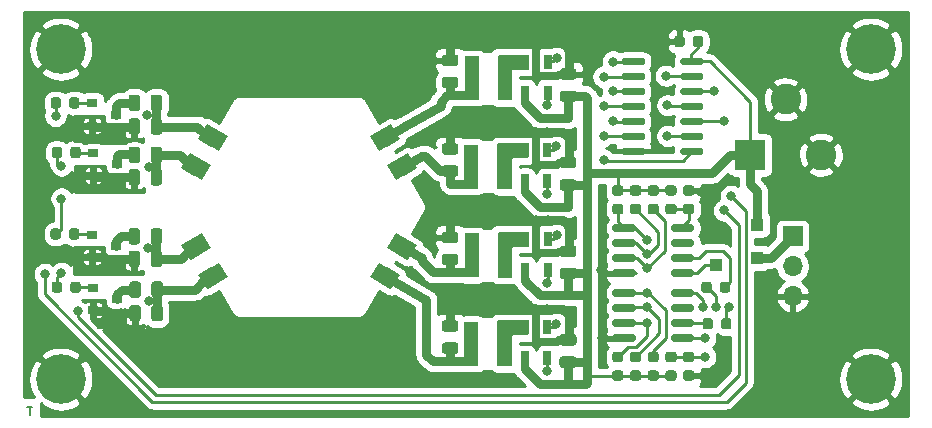
<source format=gbr>
G04 #@! TF.GenerationSoftware,KiCad,Pcbnew,5.1.7-a382d34a8~87~ubuntu18.04.1*
G04 #@! TF.CreationDate,2021-01-18T17:29:04-05:00*
G04 #@! TF.ProjectId,Cree_XML_Driver,43726565-5f58-44d4-9c5f-447269766572,r0*
G04 #@! TF.SameCoordinates,Original*
G04 #@! TF.FileFunction,Copper,L1,Top*
G04 #@! TF.FilePolarity,Positive*
%FSLAX46Y46*%
G04 Gerber Fmt 4.6, Leading zero omitted, Abs format (unit mm)*
G04 Created by KiCad (PCBNEW 5.1.7-a382d34a8~87~ubuntu18.04.1) date 2021-01-18 17:29:04*
%MOMM*%
%LPD*%
G01*
G04 APERTURE LIST*
G04 #@! TA.AperFunction,NonConductor*
%ADD10C,0.152400*%
G04 #@! TD*
G04 #@! TA.AperFunction,ComponentPad*
%ADD11O,1.700000X1.700000*%
G04 #@! TD*
G04 #@! TA.AperFunction,ComponentPad*
%ADD12R,1.700000X1.700000*%
G04 #@! TD*
G04 #@! TA.AperFunction,SMDPad,CuDef*
%ADD13R,1.200000X3.700000*%
G04 #@! TD*
G04 #@! TA.AperFunction,ComponentPad*
%ADD14C,0.100000*%
G04 #@! TD*
G04 #@! TA.AperFunction,SMDPad,CuDef*
%ADD15C,0.100000*%
G04 #@! TD*
G04 #@! TA.AperFunction,SMDPad,CuDef*
%ADD16R,0.900000X0.800000*%
G04 #@! TD*
G04 #@! TA.AperFunction,SMDPad,CuDef*
%ADD17R,0.650000X1.220000*%
G04 #@! TD*
G04 #@! TA.AperFunction,SMDPad,CuDef*
%ADD18R,1.100000X1.100000*%
G04 #@! TD*
G04 #@! TA.AperFunction,ComponentPad*
%ADD19R,2.600000X2.600000*%
G04 #@! TD*
G04 #@! TA.AperFunction,ComponentPad*
%ADD20C,2.600000*%
G04 #@! TD*
G04 #@! TA.AperFunction,ComponentPad*
%ADD21C,4.200000*%
G04 #@! TD*
G04 #@! TA.AperFunction,ComponentPad*
%ADD22R,1.000000X1.000000*%
G04 #@! TD*
G04 #@! TA.AperFunction,ViaPad*
%ADD23C,0.800000*%
G04 #@! TD*
G04 #@! TA.AperFunction,Conductor*
%ADD24C,0.650000*%
G04 #@! TD*
G04 #@! TA.AperFunction,Conductor*
%ADD25C,0.762000*%
G04 #@! TD*
G04 #@! TA.AperFunction,Conductor*
%ADD26C,0.250000*%
G04 #@! TD*
G04 #@! TA.AperFunction,Conductor*
%ADD27C,0.254000*%
G04 #@! TD*
G04 #@! TA.AperFunction,Conductor*
%ADD28C,0.100000*%
G04 #@! TD*
G04 #@! TA.AperFunction,Conductor*
%ADD29C,0.203200*%
G04 #@! TD*
%ADD30C,0.350000*%
G04 APERTURE END LIST*
D10*
X92800000Y-123616666D02*
X92400000Y-123616666D01*
X92600000Y-124316666D02*
X92600000Y-123616666D01*
D11*
G04 #@! TO.P,J102,3*
G04 #@! TO.N,GND*
X157200000Y-114280000D03*
G04 #@! TO.P,J102,2*
G04 #@! TO.N,/DIN*
X157200000Y-111740000D03*
D12*
G04 #@! TO.P,J102,1*
G04 #@! TO.N,Net-(D102-Pad2)*
X157200000Y-109200000D03*
G04 #@! TD*
G04 #@! TO.P,U107,8*
G04 #@! TO.N,Net-(C111-Pad1)*
G04 #@! TA.AperFunction,SMDPad,CuDef*
G36*
G01*
X146900000Y-108645000D02*
X146900000Y-108345000D01*
G75*
G02*
X147050000Y-108195000I150000J0D01*
G01*
X148700000Y-108195000D01*
G75*
G02*
X148850000Y-108345000I0J-150000D01*
G01*
X148850000Y-108645000D01*
G75*
G02*
X148700000Y-108795000I-150000J0D01*
G01*
X147050000Y-108795000D01*
G75*
G02*
X146900000Y-108645000I0J150000D01*
G01*
G37*
G04 #@! TD.AperFunction*
G04 #@! TO.P,U107,7*
G04 #@! TO.N,N/C*
G04 #@! TA.AperFunction,SMDPad,CuDef*
G36*
G01*
X146900000Y-109915000D02*
X146900000Y-109615000D01*
G75*
G02*
X147050000Y-109465000I150000J0D01*
G01*
X148700000Y-109465000D01*
G75*
G02*
X148850000Y-109615000I0J-150000D01*
G01*
X148850000Y-109915000D01*
G75*
G02*
X148700000Y-110065000I-150000J0D01*
G01*
X147050000Y-110065000D01*
G75*
G02*
X146900000Y-109915000I0J150000D01*
G01*
G37*
G04 #@! TD.AperFunction*
G04 #@! TO.P,U107,6*
G04 #@! TO.N,Net-(R122-Pad1)*
G04 #@! TA.AperFunction,SMDPad,CuDef*
G36*
G01*
X146900000Y-111185000D02*
X146900000Y-110885000D01*
G75*
G02*
X147050000Y-110735000I150000J0D01*
G01*
X148700000Y-110735000D01*
G75*
G02*
X148850000Y-110885000I0J-150000D01*
G01*
X148850000Y-111185000D01*
G75*
G02*
X148700000Y-111335000I-150000J0D01*
G01*
X147050000Y-111335000D01*
G75*
G02*
X146900000Y-111185000I0J150000D01*
G01*
G37*
G04 #@! TD.AperFunction*
G04 #@! TO.P,U107,5*
G04 #@! TO.N,Net-(TP101-Pad1)*
G04 #@! TA.AperFunction,SMDPad,CuDef*
G36*
G01*
X146900000Y-112455000D02*
X146900000Y-112155000D01*
G75*
G02*
X147050000Y-112005000I150000J0D01*
G01*
X148700000Y-112005000D01*
G75*
G02*
X148850000Y-112155000I0J-150000D01*
G01*
X148850000Y-112455000D01*
G75*
G02*
X148700000Y-112605000I-150000J0D01*
G01*
X147050000Y-112605000D01*
G75*
G02*
X146900000Y-112455000I0J150000D01*
G01*
G37*
G04 #@! TD.AperFunction*
G04 #@! TO.P,U107,4*
G04 #@! TO.N,GND*
G04 #@! TA.AperFunction,SMDPad,CuDef*
G36*
G01*
X141950000Y-112455000D02*
X141950000Y-112155000D01*
G75*
G02*
X142100000Y-112005000I150000J0D01*
G01*
X143750000Y-112005000D01*
G75*
G02*
X143900000Y-112155000I0J-150000D01*
G01*
X143900000Y-112455000D01*
G75*
G02*
X143750000Y-112605000I-150000J0D01*
G01*
X142100000Y-112605000D01*
G75*
G02*
X141950000Y-112455000I0J150000D01*
G01*
G37*
G04 #@! TD.AperFunction*
G04 #@! TO.P,U107,3*
G04 #@! TO.N,Net-(R121-Pad1)*
G04 #@! TA.AperFunction,SMDPad,CuDef*
G36*
G01*
X141950000Y-111185000D02*
X141950000Y-110885000D01*
G75*
G02*
X142100000Y-110735000I150000J0D01*
G01*
X143750000Y-110735000D01*
G75*
G02*
X143900000Y-110885000I0J-150000D01*
G01*
X143900000Y-111185000D01*
G75*
G02*
X143750000Y-111335000I-150000J0D01*
G01*
X142100000Y-111335000D01*
G75*
G02*
X141950000Y-111185000I0J150000D01*
G01*
G37*
G04 #@! TD.AperFunction*
G04 #@! TO.P,U107,2*
G04 #@! TO.N,Net-(R120-Pad1)*
G04 #@! TA.AperFunction,SMDPad,CuDef*
G36*
G01*
X141950000Y-109915000D02*
X141950000Y-109615000D01*
G75*
G02*
X142100000Y-109465000I150000J0D01*
G01*
X143750000Y-109465000D01*
G75*
G02*
X143900000Y-109615000I0J-150000D01*
G01*
X143900000Y-109915000D01*
G75*
G02*
X143750000Y-110065000I-150000J0D01*
G01*
X142100000Y-110065000D01*
G75*
G02*
X141950000Y-109915000I0J150000D01*
G01*
G37*
G04 #@! TD.AperFunction*
G04 #@! TO.P,U107,1*
G04 #@! TO.N,Net-(R119-Pad1)*
G04 #@! TA.AperFunction,SMDPad,CuDef*
G36*
G01*
X141950000Y-108645000D02*
X141950000Y-108345000D01*
G75*
G02*
X142100000Y-108195000I150000J0D01*
G01*
X143750000Y-108195000D01*
G75*
G02*
X143900000Y-108345000I0J-150000D01*
G01*
X143900000Y-108645000D01*
G75*
G02*
X143750000Y-108795000I-150000J0D01*
G01*
X142100000Y-108795000D01*
G75*
G02*
X141950000Y-108645000I0J150000D01*
G01*
G37*
G04 #@! TD.AperFunction*
G04 #@! TD*
G04 #@! TO.P,U106,1*
G04 #@! TO.N,Net-(R114-Pad1)*
G04 #@! TA.AperFunction,SMDPad,CuDef*
G36*
G01*
X142750000Y-94540000D02*
X142750000Y-94240000D01*
G75*
G02*
X142900000Y-94090000I150000J0D01*
G01*
X144550000Y-94090000D01*
G75*
G02*
X144700000Y-94240000I0J-150000D01*
G01*
X144700000Y-94540000D01*
G75*
G02*
X144550000Y-94690000I-150000J0D01*
G01*
X142900000Y-94690000D01*
G75*
G02*
X142750000Y-94540000I0J150000D01*
G01*
G37*
G04 #@! TD.AperFunction*
G04 #@! TO.P,U106,2*
G04 #@! TO.N,/PWM_R*
G04 #@! TA.AperFunction,SMDPad,CuDef*
G36*
G01*
X142750000Y-95810000D02*
X142750000Y-95510000D01*
G75*
G02*
X142900000Y-95360000I150000J0D01*
G01*
X144550000Y-95360000D01*
G75*
G02*
X144700000Y-95510000I0J-150000D01*
G01*
X144700000Y-95810000D01*
G75*
G02*
X144550000Y-95960000I-150000J0D01*
G01*
X142900000Y-95960000D01*
G75*
G02*
X142750000Y-95810000I0J150000D01*
G01*
G37*
G04 #@! TD.AperFunction*
G04 #@! TO.P,U106,3*
G04 #@! TO.N,Net-(R115-Pad1)*
G04 #@! TA.AperFunction,SMDPad,CuDef*
G36*
G01*
X142750000Y-97080000D02*
X142750000Y-96780000D01*
G75*
G02*
X142900000Y-96630000I150000J0D01*
G01*
X144550000Y-96630000D01*
G75*
G02*
X144700000Y-96780000I0J-150000D01*
G01*
X144700000Y-97080000D01*
G75*
G02*
X144550000Y-97230000I-150000J0D01*
G01*
X142900000Y-97230000D01*
G75*
G02*
X142750000Y-97080000I0J150000D01*
G01*
G37*
G04 #@! TD.AperFunction*
G04 #@! TO.P,U106,4*
G04 #@! TO.N,/PWM_G*
G04 #@! TA.AperFunction,SMDPad,CuDef*
G36*
G01*
X142750000Y-98350000D02*
X142750000Y-98050000D01*
G75*
G02*
X142900000Y-97900000I150000J0D01*
G01*
X144550000Y-97900000D01*
G75*
G02*
X144700000Y-98050000I0J-150000D01*
G01*
X144700000Y-98350000D01*
G75*
G02*
X144550000Y-98500000I-150000J0D01*
G01*
X142900000Y-98500000D01*
G75*
G02*
X142750000Y-98350000I0J150000D01*
G01*
G37*
G04 #@! TD.AperFunction*
G04 #@! TO.P,U106,5*
G04 #@! TO.N,Net-(R116-Pad1)*
G04 #@! TA.AperFunction,SMDPad,CuDef*
G36*
G01*
X142750000Y-99620000D02*
X142750000Y-99320000D01*
G75*
G02*
X142900000Y-99170000I150000J0D01*
G01*
X144550000Y-99170000D01*
G75*
G02*
X144700000Y-99320000I0J-150000D01*
G01*
X144700000Y-99620000D01*
G75*
G02*
X144550000Y-99770000I-150000J0D01*
G01*
X142900000Y-99770000D01*
G75*
G02*
X142750000Y-99620000I0J150000D01*
G01*
G37*
G04 #@! TD.AperFunction*
G04 #@! TO.P,U106,6*
G04 #@! TO.N,/PWM_B*
G04 #@! TA.AperFunction,SMDPad,CuDef*
G36*
G01*
X142750000Y-100890000D02*
X142750000Y-100590000D01*
G75*
G02*
X142900000Y-100440000I150000J0D01*
G01*
X144550000Y-100440000D01*
G75*
G02*
X144700000Y-100590000I0J-150000D01*
G01*
X144700000Y-100890000D01*
G75*
G02*
X144550000Y-101040000I-150000J0D01*
G01*
X142900000Y-101040000D01*
G75*
G02*
X142750000Y-100890000I0J150000D01*
G01*
G37*
G04 #@! TD.AperFunction*
G04 #@! TO.P,U106,7*
G04 #@! TO.N,GND*
G04 #@! TA.AperFunction,SMDPad,CuDef*
G36*
G01*
X142750000Y-102160000D02*
X142750000Y-101860000D01*
G75*
G02*
X142900000Y-101710000I150000J0D01*
G01*
X144550000Y-101710000D01*
G75*
G02*
X144700000Y-101860000I0J-150000D01*
G01*
X144700000Y-102160000D01*
G75*
G02*
X144550000Y-102310000I-150000J0D01*
G01*
X142900000Y-102310000D01*
G75*
G02*
X142750000Y-102160000I0J150000D01*
G01*
G37*
G04 #@! TD.AperFunction*
G04 #@! TO.P,U106,8*
G04 #@! TO.N,/PWM_W*
G04 #@! TA.AperFunction,SMDPad,CuDef*
G36*
G01*
X147700000Y-102160000D02*
X147700000Y-101860000D01*
G75*
G02*
X147850000Y-101710000I150000J0D01*
G01*
X149500000Y-101710000D01*
G75*
G02*
X149650000Y-101860000I0J-150000D01*
G01*
X149650000Y-102160000D01*
G75*
G02*
X149500000Y-102310000I-150000J0D01*
G01*
X147850000Y-102310000D01*
G75*
G02*
X147700000Y-102160000I0J150000D01*
G01*
G37*
G04 #@! TD.AperFunction*
G04 #@! TO.P,U106,9*
G04 #@! TO.N,Net-(R119-Pad1)*
G04 #@! TA.AperFunction,SMDPad,CuDef*
G36*
G01*
X147700000Y-100890000D02*
X147700000Y-100590000D01*
G75*
G02*
X147850000Y-100440000I150000J0D01*
G01*
X149500000Y-100440000D01*
G75*
G02*
X149650000Y-100590000I0J-150000D01*
G01*
X149650000Y-100890000D01*
G75*
G02*
X149500000Y-101040000I-150000J0D01*
G01*
X147850000Y-101040000D01*
G75*
G02*
X147700000Y-100890000I0J150000D01*
G01*
G37*
G04 #@! TD.AperFunction*
G04 #@! TO.P,U106,10*
G04 #@! TO.N,Net-(JP101-Pad1)*
G04 #@! TA.AperFunction,SMDPad,CuDef*
G36*
G01*
X147700000Y-99620000D02*
X147700000Y-99320000D01*
G75*
G02*
X147850000Y-99170000I150000J0D01*
G01*
X149500000Y-99170000D01*
G75*
G02*
X149650000Y-99320000I0J-150000D01*
G01*
X149650000Y-99620000D01*
G75*
G02*
X149500000Y-99770000I-150000J0D01*
G01*
X147850000Y-99770000D01*
G75*
G02*
X147700000Y-99620000I0J150000D01*
G01*
G37*
G04 #@! TD.AperFunction*
G04 #@! TO.P,U106,11*
G04 #@! TO.N,Net-(R120-Pad1)*
G04 #@! TA.AperFunction,SMDPad,CuDef*
G36*
G01*
X147700000Y-98350000D02*
X147700000Y-98050000D01*
G75*
G02*
X147850000Y-97900000I150000J0D01*
G01*
X149500000Y-97900000D01*
G75*
G02*
X149650000Y-98050000I0J-150000D01*
G01*
X149650000Y-98350000D01*
G75*
G02*
X149500000Y-98500000I-150000J0D01*
G01*
X147850000Y-98500000D01*
G75*
G02*
X147700000Y-98350000I0J150000D01*
G01*
G37*
G04 #@! TD.AperFunction*
G04 #@! TO.P,U106,12*
G04 #@! TO.N,Net-(JP101-Pad3)*
G04 #@! TA.AperFunction,SMDPad,CuDef*
G36*
G01*
X147700000Y-97080000D02*
X147700000Y-96780000D01*
G75*
G02*
X147850000Y-96630000I150000J0D01*
G01*
X149500000Y-96630000D01*
G75*
G02*
X149650000Y-96780000I0J-150000D01*
G01*
X149650000Y-97080000D01*
G75*
G02*
X149500000Y-97230000I-150000J0D01*
G01*
X147850000Y-97230000D01*
G75*
G02*
X147700000Y-97080000I0J150000D01*
G01*
G37*
G04 #@! TD.AperFunction*
G04 #@! TO.P,U106,13*
G04 #@! TO.N,Net-(R121-Pad1)*
G04 #@! TA.AperFunction,SMDPad,CuDef*
G36*
G01*
X147700000Y-95810000D02*
X147700000Y-95510000D01*
G75*
G02*
X147850000Y-95360000I150000J0D01*
G01*
X149500000Y-95360000D01*
G75*
G02*
X149650000Y-95510000I0J-150000D01*
G01*
X149650000Y-95810000D01*
G75*
G02*
X149500000Y-95960000I-150000J0D01*
G01*
X147850000Y-95960000D01*
G75*
G02*
X147700000Y-95810000I0J150000D01*
G01*
G37*
G04 #@! TD.AperFunction*
G04 #@! TO.P,U106,14*
G04 #@! TO.N,+5V*
G04 #@! TA.AperFunction,SMDPad,CuDef*
G36*
G01*
X147700000Y-94540000D02*
X147700000Y-94240000D01*
G75*
G02*
X147850000Y-94090000I150000J0D01*
G01*
X149500000Y-94090000D01*
G75*
G02*
X149650000Y-94240000I0J-150000D01*
G01*
X149650000Y-94540000D01*
G75*
G02*
X149500000Y-94690000I-150000J0D01*
G01*
X147850000Y-94690000D01*
G75*
G02*
X147700000Y-94540000I0J150000D01*
G01*
G37*
G04 #@! TD.AperFunction*
G04 #@! TD*
G04 #@! TO.P,U105,8*
G04 #@! TO.N,Net-(C109-Pad1)*
G04 #@! TA.AperFunction,SMDPad,CuDef*
G36*
G01*
X146900000Y-114145000D02*
X146900000Y-113845000D01*
G75*
G02*
X147050000Y-113695000I150000J0D01*
G01*
X148700000Y-113695000D01*
G75*
G02*
X148850000Y-113845000I0J-150000D01*
G01*
X148850000Y-114145000D01*
G75*
G02*
X148700000Y-114295000I-150000J0D01*
G01*
X147050000Y-114295000D01*
G75*
G02*
X146900000Y-114145000I0J150000D01*
G01*
G37*
G04 #@! TD.AperFunction*
G04 #@! TO.P,U105,7*
G04 #@! TO.N,N/C*
G04 #@! TA.AperFunction,SMDPad,CuDef*
G36*
G01*
X146900000Y-115415000D02*
X146900000Y-115115000D01*
G75*
G02*
X147050000Y-114965000I150000J0D01*
G01*
X148700000Y-114965000D01*
G75*
G02*
X148850000Y-115115000I0J-150000D01*
G01*
X148850000Y-115415000D01*
G75*
G02*
X148700000Y-115565000I-150000J0D01*
G01*
X147050000Y-115565000D01*
G75*
G02*
X146900000Y-115415000I0J150000D01*
G01*
G37*
G04 #@! TD.AperFunction*
G04 #@! TO.P,U105,6*
G04 #@! TO.N,Net-(R117-Pad1)*
G04 #@! TA.AperFunction,SMDPad,CuDef*
G36*
G01*
X146900000Y-116685000D02*
X146900000Y-116385000D01*
G75*
G02*
X147050000Y-116235000I150000J0D01*
G01*
X148700000Y-116235000D01*
G75*
G02*
X148850000Y-116385000I0J-150000D01*
G01*
X148850000Y-116685000D01*
G75*
G02*
X148700000Y-116835000I-150000J0D01*
G01*
X147050000Y-116835000D01*
G75*
G02*
X146900000Y-116685000I0J150000D01*
G01*
G37*
G04 #@! TD.AperFunction*
G04 #@! TO.P,U105,5*
G04 #@! TO.N,Net-(R122-Pad2)*
G04 #@! TA.AperFunction,SMDPad,CuDef*
G36*
G01*
X146900000Y-117955000D02*
X146900000Y-117655000D01*
G75*
G02*
X147050000Y-117505000I150000J0D01*
G01*
X148700000Y-117505000D01*
G75*
G02*
X148850000Y-117655000I0J-150000D01*
G01*
X148850000Y-117955000D01*
G75*
G02*
X148700000Y-118105000I-150000J0D01*
G01*
X147050000Y-118105000D01*
G75*
G02*
X146900000Y-117955000I0J150000D01*
G01*
G37*
G04 #@! TD.AperFunction*
G04 #@! TO.P,U105,4*
G04 #@! TO.N,GND*
G04 #@! TA.AperFunction,SMDPad,CuDef*
G36*
G01*
X141950000Y-117955000D02*
X141950000Y-117655000D01*
G75*
G02*
X142100000Y-117505000I150000J0D01*
G01*
X143750000Y-117505000D01*
G75*
G02*
X143900000Y-117655000I0J-150000D01*
G01*
X143900000Y-117955000D01*
G75*
G02*
X143750000Y-118105000I-150000J0D01*
G01*
X142100000Y-118105000D01*
G75*
G02*
X141950000Y-117955000I0J150000D01*
G01*
G37*
G04 #@! TD.AperFunction*
G04 #@! TO.P,U105,3*
G04 #@! TO.N,Net-(R116-Pad1)*
G04 #@! TA.AperFunction,SMDPad,CuDef*
G36*
G01*
X141950000Y-116685000D02*
X141950000Y-116385000D01*
G75*
G02*
X142100000Y-116235000I150000J0D01*
G01*
X143750000Y-116235000D01*
G75*
G02*
X143900000Y-116385000I0J-150000D01*
G01*
X143900000Y-116685000D01*
G75*
G02*
X143750000Y-116835000I-150000J0D01*
G01*
X142100000Y-116835000D01*
G75*
G02*
X141950000Y-116685000I0J150000D01*
G01*
G37*
G04 #@! TD.AperFunction*
G04 #@! TO.P,U105,2*
G04 #@! TO.N,Net-(R115-Pad1)*
G04 #@! TA.AperFunction,SMDPad,CuDef*
G36*
G01*
X141950000Y-115415000D02*
X141950000Y-115115000D01*
G75*
G02*
X142100000Y-114965000I150000J0D01*
G01*
X143750000Y-114965000D01*
G75*
G02*
X143900000Y-115115000I0J-150000D01*
G01*
X143900000Y-115415000D01*
G75*
G02*
X143750000Y-115565000I-150000J0D01*
G01*
X142100000Y-115565000D01*
G75*
G02*
X141950000Y-115415000I0J150000D01*
G01*
G37*
G04 #@! TD.AperFunction*
G04 #@! TO.P,U105,1*
G04 #@! TO.N,Net-(R114-Pad1)*
G04 #@! TA.AperFunction,SMDPad,CuDef*
G36*
G01*
X141950000Y-114145000D02*
X141950000Y-113845000D01*
G75*
G02*
X142100000Y-113695000I150000J0D01*
G01*
X143750000Y-113695000D01*
G75*
G02*
X143900000Y-113845000I0J-150000D01*
G01*
X143900000Y-114145000D01*
G75*
G02*
X143750000Y-114295000I-150000J0D01*
G01*
X142100000Y-114295000D01*
G75*
G02*
X141950000Y-114145000I0J150000D01*
G01*
G37*
G04 #@! TD.AperFunction*
G04 #@! TD*
D13*
G04 #@! TO.P,L102,1*
G04 #@! TO.N,Net-(L102-Pad1)*
X132800000Y-118300000D03*
G04 #@! TO.P,L102,2*
G04 #@! TO.N,/LED_W*
X130000000Y-118300000D03*
G04 #@! TD*
G04 #@! TA.AperFunction,ComponentPad*
D14*
G04 #@! TO.P,D101,8*
G04 #@! TO.N,Net-(D101-Pad8)*
G36*
X109364929Y-100726426D02*
G01*
X108639929Y-101982162D01*
X106880165Y-100966162D01*
X107605165Y-99710426D01*
X109364929Y-100726426D01*
G37*
G04 #@! TD.AperFunction*
G04 #@! TA.AperFunction,ComponentPad*
G04 #@! TO.P,D101,7*
G04 #@! TO.N,Net-(D101-Pad7)*
G36*
X107939929Y-103194598D02*
G01*
X107214929Y-104450334D01*
X105455165Y-103434334D01*
X106180165Y-102178598D01*
X107939929Y-103194598D01*
G37*
G04 #@! TD.AperFunction*
G04 #@! TA.AperFunction,ComponentPad*
G04 #@! TO.P,D101,6*
G04 #@! TO.N,Net-(D101-Pad6)*
G36*
X107214929Y-108945666D02*
G01*
X107939929Y-110201402D01*
X106180165Y-111217402D01*
X105455165Y-109961666D01*
X107214929Y-108945666D01*
G37*
G04 #@! TD.AperFunction*
G04 #@! TA.AperFunction,ComponentPad*
G04 #@! TO.P,D101,5*
G04 #@! TO.N,Net-(D101-Pad5)*
G36*
X108639929Y-111413839D02*
G01*
X109364929Y-112669575D01*
X107605165Y-113685575D01*
X106880165Y-112429839D01*
X108639929Y-111413839D01*
G37*
G04 #@! TD.AperFunction*
G04 #@! TA.AperFunction,ComponentPad*
G04 #@! TO.P,D101,4*
G04 #@! TO.N,/LED_W*
G36*
X121451071Y-112669574D02*
G01*
X122176071Y-111413838D01*
X123935835Y-112429838D01*
X123210835Y-113685574D01*
X121451071Y-112669574D01*
G37*
G04 #@! TD.AperFunction*
G04 #@! TA.AperFunction,ComponentPad*
G04 #@! TO.P,D101,3*
G04 #@! TO.N,/LED_B*
G36*
X122876071Y-110201402D02*
G01*
X123601071Y-108945666D01*
X125360835Y-109961666D01*
X124635835Y-111217402D01*
X122876071Y-110201402D01*
G37*
G04 #@! TD.AperFunction*
G04 #@! TA.AperFunction,ComponentPad*
G04 #@! TO.P,D101,2*
G04 #@! TO.N,/LED_G*
G36*
X123601071Y-104450334D02*
G01*
X122876071Y-103194598D01*
X124635835Y-102178598D01*
X125360835Y-103434334D01*
X123601071Y-104450334D01*
G37*
G04 #@! TD.AperFunction*
G04 #@! TA.AperFunction,ComponentPad*
G04 #@! TO.P,D101,1*
G04 #@! TO.N,/LED_R*
G36*
X122176071Y-101982161D02*
G01*
X121451071Y-100726425D01*
X123210835Y-99710425D01*
X123935835Y-100966161D01*
X122176071Y-101982161D01*
G37*
G04 #@! TD.AperFunction*
G04 #@! TA.AperFunction,SMDPad,CuDef*
D15*
G36*
X123871748Y-101003162D02*
G01*
X122832518Y-101603162D01*
X122107518Y-100347426D01*
X123146748Y-99747426D01*
X123871748Y-101003162D01*
G37*
G04 #@! TD.AperFunction*
G04 #@! TA.AperFunction,SMDPad,CuDef*
G04 #@! TO.P,D101,2*
G04 #@! TO.N,/LED_G*
G36*
X125296748Y-103471334D02*
G01*
X124257518Y-104071334D01*
X123532518Y-102815598D01*
X124571748Y-102215598D01*
X125296748Y-103471334D01*
G37*
G04 #@! TD.AperFunction*
G04 #@! TA.AperFunction,SMDPad,CuDef*
G04 #@! TO.P,D101,3*
G04 #@! TO.N,/LED_B*
G36*
X124571748Y-111180402D02*
G01*
X123532518Y-110580402D01*
X124257518Y-109324666D01*
X125296748Y-109924666D01*
X124571748Y-111180402D01*
G37*
G04 #@! TD.AperFunction*
G04 #@! TA.AperFunction,SMDPad,CuDef*
G04 #@! TO.P,D101,4*
G04 #@! TO.N,/LED_W*
G36*
X123146748Y-113648574D02*
G01*
X122107518Y-113048574D01*
X122832518Y-111792838D01*
X123871748Y-112392838D01*
X123146748Y-113648574D01*
G37*
G04 #@! TD.AperFunction*
G04 #@! TA.AperFunction,SMDPad,CuDef*
G04 #@! TO.P,D101,5*
G04 #@! TO.N,Net-(D101-Pad5)*
G36*
X106944252Y-112392838D02*
G01*
X107983482Y-111792838D01*
X108708482Y-113048574D01*
X107669252Y-113648574D01*
X106944252Y-112392838D01*
G37*
G04 #@! TD.AperFunction*
G04 #@! TA.AperFunction,SMDPad,CuDef*
G04 #@! TO.P,D101,6*
G04 #@! TO.N,Net-(D101-Pad6)*
G36*
X105519252Y-109924666D02*
G01*
X106558482Y-109324666D01*
X107283482Y-110580402D01*
X106244252Y-111180402D01*
X105519252Y-109924666D01*
G37*
G04 #@! TD.AperFunction*
G04 #@! TA.AperFunction,SMDPad,CuDef*
G04 #@! TO.P,D101,8*
G04 #@! TO.N,Net-(D101-Pad8)*
G36*
X107669252Y-99747426D02*
G01*
X108708482Y-100347426D01*
X107983482Y-101603162D01*
X106944252Y-101003162D01*
X107669252Y-99747426D01*
G37*
G04 #@! TD.AperFunction*
G04 #@! TA.AperFunction,SMDPad,CuDef*
G04 #@! TO.P,D101,7*
G04 #@! TO.N,Net-(D101-Pad7)*
G36*
X106244252Y-102215598D02*
G01*
X107283482Y-102815598D01*
X106558482Y-104071334D01*
X105519252Y-103471334D01*
X106244252Y-102215598D01*
G37*
G04 #@! TD.AperFunction*
G04 #@! TD*
G04 #@! TO.P,R116,2*
G04 #@! TO.N,+5V*
G04 #@! TA.AperFunction,SMDPad,CuDef*
G36*
G01*
X142143750Y-120550000D02*
X142656250Y-120550000D01*
G75*
G02*
X142875000Y-120768750I0J-218750D01*
G01*
X142875000Y-121206250D01*
G75*
G02*
X142656250Y-121425000I-218750J0D01*
G01*
X142143750Y-121425000D01*
G75*
G02*
X141925000Y-121206250I0J218750D01*
G01*
X141925000Y-120768750D01*
G75*
G02*
X142143750Y-120550000I218750J0D01*
G01*
G37*
G04 #@! TD.AperFunction*
G04 #@! TO.P,R116,1*
G04 #@! TO.N,Net-(R116-Pad1)*
G04 #@! TA.AperFunction,SMDPad,CuDef*
G36*
G01*
X142143750Y-118975000D02*
X142656250Y-118975000D01*
G75*
G02*
X142875000Y-119193750I0J-218750D01*
G01*
X142875000Y-119631250D01*
G75*
G02*
X142656250Y-119850000I-218750J0D01*
G01*
X142143750Y-119850000D01*
G75*
G02*
X141925000Y-119631250I0J218750D01*
G01*
X141925000Y-119193750D01*
G75*
G02*
X142143750Y-118975000I218750J0D01*
G01*
G37*
G04 #@! TD.AperFunction*
G04 #@! TD*
G04 #@! TO.P,R108,2*
G04 #@! TO.N,Net-(Q104-Pad3)*
G04 #@! TA.AperFunction,SMDPad,CuDef*
G36*
G01*
X101950000Y-108743750D02*
X101950000Y-109656250D01*
G75*
G02*
X101706250Y-109900000I-243750J0D01*
G01*
X101218750Y-109900000D01*
G75*
G02*
X100975000Y-109656250I0J243750D01*
G01*
X100975000Y-108743750D01*
G75*
G02*
X101218750Y-108500000I243750J0D01*
G01*
X101706250Y-108500000D01*
G75*
G02*
X101950000Y-108743750I0J-243750D01*
G01*
G37*
G04 #@! TD.AperFunction*
G04 #@! TO.P,R108,1*
G04 #@! TO.N,Net-(D101-Pad6)*
G04 #@! TA.AperFunction,SMDPad,CuDef*
G36*
G01*
X103825000Y-108743750D02*
X103825000Y-109656250D01*
G75*
G02*
X103581250Y-109900000I-243750J0D01*
G01*
X103093750Y-109900000D01*
G75*
G02*
X102850000Y-109656250I0J243750D01*
G01*
X102850000Y-108743750D01*
G75*
G02*
X103093750Y-108500000I243750J0D01*
G01*
X103581250Y-108500000D01*
G75*
G02*
X103825000Y-108743750I0J-243750D01*
G01*
G37*
G04 #@! TD.AperFunction*
G04 #@! TD*
G04 #@! TO.P,R107,1*
G04 #@! TO.N,Net-(D101-Pad6)*
G04 #@! TA.AperFunction,SMDPad,CuDef*
G36*
G01*
X103825000Y-110643750D02*
X103825000Y-111556250D01*
G75*
G02*
X103581250Y-111800000I-243750J0D01*
G01*
X103093750Y-111800000D01*
G75*
G02*
X102850000Y-111556250I0J243750D01*
G01*
X102850000Y-110643750D01*
G75*
G02*
X103093750Y-110400000I243750J0D01*
G01*
X103581250Y-110400000D01*
G75*
G02*
X103825000Y-110643750I0J-243750D01*
G01*
G37*
G04 #@! TD.AperFunction*
G04 #@! TO.P,R107,2*
G04 #@! TO.N,GND*
G04 #@! TA.AperFunction,SMDPad,CuDef*
G36*
G01*
X101950000Y-110643750D02*
X101950000Y-111556250D01*
G75*
G02*
X101706250Y-111800000I-243750J0D01*
G01*
X101218750Y-111800000D01*
G75*
G02*
X100975000Y-111556250I0J243750D01*
G01*
X100975000Y-110643750D01*
G75*
G02*
X101218750Y-110400000I243750J0D01*
G01*
X101706250Y-110400000D01*
G75*
G02*
X101950000Y-110643750I0J-243750D01*
G01*
G37*
G04 #@! TD.AperFunction*
G04 #@! TD*
G04 #@! TO.P,R112,1*
G04 #@! TO.N,Net-(Q104-Pad1)*
G04 #@! TA.AperFunction,SMDPad,CuDef*
G36*
G01*
X96812500Y-108743750D02*
X96812500Y-109256250D01*
G75*
G02*
X96593750Y-109475000I-218750J0D01*
G01*
X96156250Y-109475000D01*
G75*
G02*
X95937500Y-109256250I0J218750D01*
G01*
X95937500Y-108743750D01*
G75*
G02*
X96156250Y-108525000I218750J0D01*
G01*
X96593750Y-108525000D01*
G75*
G02*
X96812500Y-108743750I0J-218750D01*
G01*
G37*
G04 #@! TD.AperFunction*
G04 #@! TO.P,R112,2*
G04 #@! TO.N,/PWM_BB*
G04 #@! TA.AperFunction,SMDPad,CuDef*
G36*
G01*
X95237500Y-108743750D02*
X95237500Y-109256250D01*
G75*
G02*
X95018750Y-109475000I-218750J0D01*
G01*
X94581250Y-109475000D01*
G75*
G02*
X94362500Y-109256250I0J218750D01*
G01*
X94362500Y-108743750D01*
G75*
G02*
X94581250Y-108525000I218750J0D01*
G01*
X95018750Y-108525000D01*
G75*
G02*
X95237500Y-108743750I0J-218750D01*
G01*
G37*
G04 #@! TD.AperFunction*
G04 #@! TD*
D16*
G04 #@! TO.P,Q104,3*
G04 #@! TO.N,Net-(Q104-Pad3)*
X99900000Y-110000000D03*
G04 #@! TO.P,Q104,2*
G04 #@! TO.N,GND*
X97900000Y-110950000D03*
G04 #@! TO.P,Q104,1*
G04 #@! TO.N,Net-(Q104-Pad1)*
X97900000Y-109050000D03*
G04 #@! TD*
G04 #@! TO.P,R113,2*
G04 #@! TO.N,Net-(C109-Pad1)*
G04 #@! TA.AperFunction,SMDPad,CuDef*
G36*
G01*
X147156250Y-119850000D02*
X146643750Y-119850000D01*
G75*
G02*
X146425000Y-119631250I0J218750D01*
G01*
X146425000Y-119193750D01*
G75*
G02*
X146643750Y-118975000I218750J0D01*
G01*
X147156250Y-118975000D01*
G75*
G02*
X147375000Y-119193750I0J-218750D01*
G01*
X147375000Y-119631250D01*
G75*
G02*
X147156250Y-119850000I-218750J0D01*
G01*
G37*
G04 #@! TD.AperFunction*
G04 #@! TO.P,R113,1*
G04 #@! TO.N,+5V*
G04 #@! TA.AperFunction,SMDPad,CuDef*
G36*
G01*
X147156250Y-121425000D02*
X146643750Y-121425000D01*
G75*
G02*
X146425000Y-121206250I0J218750D01*
G01*
X146425000Y-120768750D01*
G75*
G02*
X146643750Y-120550000I218750J0D01*
G01*
X147156250Y-120550000D01*
G75*
G02*
X147375000Y-120768750I0J-218750D01*
G01*
X147375000Y-121206250D01*
G75*
G02*
X147156250Y-121425000I-218750J0D01*
G01*
G37*
G04 #@! TD.AperFunction*
G04 #@! TD*
G04 #@! TO.P,R117,1*
G04 #@! TO.N,Net-(R117-Pad1)*
G04 #@! TA.AperFunction,SMDPad,CuDef*
G36*
G01*
X149575000Y-116856250D02*
X149575000Y-116343750D01*
G75*
G02*
X149793750Y-116125000I218750J0D01*
G01*
X150231250Y-116125000D01*
G75*
G02*
X150450000Y-116343750I0J-218750D01*
G01*
X150450000Y-116856250D01*
G75*
G02*
X150231250Y-117075000I-218750J0D01*
G01*
X149793750Y-117075000D01*
G75*
G02*
X149575000Y-116856250I0J218750D01*
G01*
G37*
G04 #@! TD.AperFunction*
G04 #@! TO.P,R117,2*
G04 #@! TO.N,/DIN*
G04 #@! TA.AperFunction,SMDPad,CuDef*
G36*
G01*
X151150000Y-116856250D02*
X151150000Y-116343750D01*
G75*
G02*
X151368750Y-116125000I218750J0D01*
G01*
X151806250Y-116125000D01*
G75*
G02*
X152025000Y-116343750I0J-218750D01*
G01*
X152025000Y-116856250D01*
G75*
G02*
X151806250Y-117075000I-218750J0D01*
G01*
X151368750Y-117075000D01*
G75*
G02*
X151150000Y-116856250I0J218750D01*
G01*
G37*
G04 #@! TD.AperFunction*
G04 #@! TD*
G04 #@! TO.P,C110,2*
G04 #@! TO.N,GND*
G04 #@! TA.AperFunction,SMDPad,CuDef*
G36*
G01*
X148050000Y-92443750D02*
X148050000Y-92956250D01*
G75*
G02*
X147831250Y-93175000I-218750J0D01*
G01*
X147393750Y-93175000D01*
G75*
G02*
X147175000Y-92956250I0J218750D01*
G01*
X147175000Y-92443750D01*
G75*
G02*
X147393750Y-92225000I218750J0D01*
G01*
X147831250Y-92225000D01*
G75*
G02*
X148050000Y-92443750I0J-218750D01*
G01*
G37*
G04 #@! TD.AperFunction*
G04 #@! TO.P,C110,1*
G04 #@! TO.N,+5V*
G04 #@! TA.AperFunction,SMDPad,CuDef*
G36*
G01*
X149625000Y-92443750D02*
X149625000Y-92956250D01*
G75*
G02*
X149406250Y-93175000I-218750J0D01*
G01*
X148968750Y-93175000D01*
G75*
G02*
X148750000Y-92956250I0J218750D01*
G01*
X148750000Y-92443750D01*
G75*
G02*
X148968750Y-92225000I218750J0D01*
G01*
X149406250Y-92225000D01*
G75*
G02*
X149625000Y-92443750I0J-218750D01*
G01*
G37*
G04 #@! TD.AperFunction*
G04 #@! TD*
G04 #@! TO.P,R109,2*
G04 #@! TO.N,/PWM_BG*
G04 #@! TA.AperFunction,SMDPad,CuDef*
G36*
G01*
X95350000Y-101843750D02*
X95350000Y-102356250D01*
G75*
G02*
X95131250Y-102575000I-218750J0D01*
G01*
X94693750Y-102575000D01*
G75*
G02*
X94475000Y-102356250I0J218750D01*
G01*
X94475000Y-101843750D01*
G75*
G02*
X94693750Y-101625000I218750J0D01*
G01*
X95131250Y-101625000D01*
G75*
G02*
X95350000Y-101843750I0J-218750D01*
G01*
G37*
G04 #@! TD.AperFunction*
G04 #@! TO.P,R109,1*
G04 #@! TO.N,Net-(Q101-Pad1)*
G04 #@! TA.AperFunction,SMDPad,CuDef*
G36*
G01*
X96925000Y-101843750D02*
X96925000Y-102356250D01*
G75*
G02*
X96706250Y-102575000I-218750J0D01*
G01*
X96268750Y-102575000D01*
G75*
G02*
X96050000Y-102356250I0J218750D01*
G01*
X96050000Y-101843750D01*
G75*
G02*
X96268750Y-101625000I218750J0D01*
G01*
X96706250Y-101625000D01*
G75*
G02*
X96925000Y-101843750I0J-218750D01*
G01*
G37*
G04 #@! TD.AperFunction*
G04 #@! TD*
G04 #@! TO.P,R104,2*
G04 #@! TO.N,Net-(Q102-Pad3)*
G04 #@! TA.AperFunction,SMDPad,CuDef*
G36*
G01*
X101950000Y-97443750D02*
X101950000Y-98356250D01*
G75*
G02*
X101706250Y-98600000I-243750J0D01*
G01*
X101218750Y-98600000D01*
G75*
G02*
X100975000Y-98356250I0J243750D01*
G01*
X100975000Y-97443750D01*
G75*
G02*
X101218750Y-97200000I243750J0D01*
G01*
X101706250Y-97200000D01*
G75*
G02*
X101950000Y-97443750I0J-243750D01*
G01*
G37*
G04 #@! TD.AperFunction*
G04 #@! TO.P,R104,1*
G04 #@! TO.N,Net-(D101-Pad8)*
G04 #@! TA.AperFunction,SMDPad,CuDef*
G36*
G01*
X103825000Y-97443750D02*
X103825000Y-98356250D01*
G75*
G02*
X103581250Y-98600000I-243750J0D01*
G01*
X103093750Y-98600000D01*
G75*
G02*
X102850000Y-98356250I0J243750D01*
G01*
X102850000Y-97443750D01*
G75*
G02*
X103093750Y-97200000I243750J0D01*
G01*
X103581250Y-97200000D01*
G75*
G02*
X103825000Y-97443750I0J-243750D01*
G01*
G37*
G04 #@! TD.AperFunction*
G04 #@! TD*
D17*
G04 #@! TO.P,U101,5*
G04 #@! TO.N,Net-(D101-Pad8)*
X136450000Y-97030000D03*
G04 #@! TO.P,U101,4*
G04 #@! TO.N,+5V*
X134550000Y-97030000D03*
G04 #@! TO.P,U101,3*
G04 #@! TO.N,Net-(L101-Pad1)*
X134550000Y-94410000D03*
G04 #@! TO.P,U101,2*
G04 #@! TO.N,GND*
X135500000Y-94410000D03*
G04 #@! TO.P,U101,1*
G04 #@! TO.N,/PWM_R*
X136450000Y-94410000D03*
G04 #@! TD*
G04 #@! TO.P,C103,1*
G04 #@! TO.N,/LED_W*
G04 #@! TA.AperFunction,SMDPad,CuDef*
G36*
G01*
X128656250Y-119155000D02*
X127743750Y-119155000D01*
G75*
G02*
X127500000Y-118911250I0J243750D01*
G01*
X127500000Y-118423750D01*
G75*
G02*
X127743750Y-118180000I243750J0D01*
G01*
X128656250Y-118180000D01*
G75*
G02*
X128900000Y-118423750I0J-243750D01*
G01*
X128900000Y-118911250D01*
G75*
G02*
X128656250Y-119155000I-243750J0D01*
G01*
G37*
G04 #@! TD.AperFunction*
G04 #@! TO.P,C103,2*
G04 #@! TO.N,GND*
G04 #@! TA.AperFunction,SMDPad,CuDef*
G36*
G01*
X128656250Y-117280000D02*
X127743750Y-117280000D01*
G75*
G02*
X127500000Y-117036250I0J243750D01*
G01*
X127500000Y-116548750D01*
G75*
G02*
X127743750Y-116305000I243750J0D01*
G01*
X128656250Y-116305000D01*
G75*
G02*
X128900000Y-116548750I0J-243750D01*
G01*
X128900000Y-117036250D01*
G75*
G02*
X128656250Y-117280000I-243750J0D01*
G01*
G37*
G04 #@! TD.AperFunction*
G04 #@! TD*
G04 #@! TO.P,R106,1*
G04 #@! TO.N,Net-(D101-Pad5)*
G04 #@! TA.AperFunction,SMDPad,CuDef*
G36*
G01*
X103887500Y-115243750D02*
X103887500Y-116156250D01*
G75*
G02*
X103643750Y-116400000I-243750J0D01*
G01*
X103156250Y-116400000D01*
G75*
G02*
X102912500Y-116156250I0J243750D01*
G01*
X102912500Y-115243750D01*
G75*
G02*
X103156250Y-115000000I243750J0D01*
G01*
X103643750Y-115000000D01*
G75*
G02*
X103887500Y-115243750I0J-243750D01*
G01*
G37*
G04 #@! TD.AperFunction*
G04 #@! TO.P,R106,2*
G04 #@! TO.N,GND*
G04 #@! TA.AperFunction,SMDPad,CuDef*
G36*
G01*
X102012500Y-115243750D02*
X102012500Y-116156250D01*
G75*
G02*
X101768750Y-116400000I-243750J0D01*
G01*
X101281250Y-116400000D01*
G75*
G02*
X101037500Y-116156250I0J243750D01*
G01*
X101037500Y-115243750D01*
G75*
G02*
X101281250Y-115000000I243750J0D01*
G01*
X101768750Y-115000000D01*
G75*
G02*
X102012500Y-115243750I0J-243750D01*
G01*
G37*
G04 #@! TD.AperFunction*
G04 #@! TD*
D16*
G04 #@! TO.P,Q103,1*
G04 #@! TO.N,Net-(Q103-Pad1)*
X98000000Y-113550000D03*
G04 #@! TO.P,Q103,2*
G04 #@! TO.N,GND*
X98000000Y-115450000D03*
G04 #@! TO.P,Q103,3*
G04 #@! TO.N,Net-(Q103-Pad3)*
X100000000Y-114500000D03*
G04 #@! TD*
G04 #@! TO.P,R105,1*
G04 #@! TO.N,Net-(D101-Pad5)*
G04 #@! TA.AperFunction,SMDPad,CuDef*
G36*
G01*
X103887500Y-113243750D02*
X103887500Y-114156250D01*
G75*
G02*
X103643750Y-114400000I-243750J0D01*
G01*
X103156250Y-114400000D01*
G75*
G02*
X102912500Y-114156250I0J243750D01*
G01*
X102912500Y-113243750D01*
G75*
G02*
X103156250Y-113000000I243750J0D01*
G01*
X103643750Y-113000000D01*
G75*
G02*
X103887500Y-113243750I0J-243750D01*
G01*
G37*
G04 #@! TD.AperFunction*
G04 #@! TO.P,R105,2*
G04 #@! TO.N,Net-(Q103-Pad3)*
G04 #@! TA.AperFunction,SMDPad,CuDef*
G36*
G01*
X102012500Y-113243750D02*
X102012500Y-114156250D01*
G75*
G02*
X101768750Y-114400000I-243750J0D01*
G01*
X101281250Y-114400000D01*
G75*
G02*
X101037500Y-114156250I0J243750D01*
G01*
X101037500Y-113243750D01*
G75*
G02*
X101281250Y-113000000I243750J0D01*
G01*
X101768750Y-113000000D01*
G75*
G02*
X102012500Y-113243750I0J-243750D01*
G01*
G37*
G04 #@! TD.AperFunction*
G04 #@! TD*
D17*
G04 #@! TO.P,U102,5*
G04 #@! TO.N,Net-(D101-Pad5)*
X136434000Y-119530000D03*
G04 #@! TO.P,U102,4*
G04 #@! TO.N,+5V*
X134534000Y-119530000D03*
G04 #@! TO.P,U102,3*
G04 #@! TO.N,Net-(L102-Pad1)*
X134534000Y-116910000D03*
G04 #@! TO.P,U102,2*
G04 #@! TO.N,GND*
X135484000Y-116910000D03*
G04 #@! TO.P,U102,1*
G04 #@! TO.N,/PWM_W*
X136434000Y-116910000D03*
G04 #@! TD*
G04 #@! TO.P,R111,1*
G04 #@! TO.N,Net-(Q103-Pad1)*
G04 #@! TA.AperFunction,SMDPad,CuDef*
G36*
G01*
X96925000Y-113243750D02*
X96925000Y-113756250D01*
G75*
G02*
X96706250Y-113975000I-218750J0D01*
G01*
X96268750Y-113975000D01*
G75*
G02*
X96050000Y-113756250I0J218750D01*
G01*
X96050000Y-113243750D01*
G75*
G02*
X96268750Y-113025000I218750J0D01*
G01*
X96706250Y-113025000D01*
G75*
G02*
X96925000Y-113243750I0J-218750D01*
G01*
G37*
G04 #@! TD.AperFunction*
G04 #@! TO.P,R111,2*
G04 #@! TO.N,/PWM_BW*
G04 #@! TA.AperFunction,SMDPad,CuDef*
G36*
G01*
X95350000Y-113243750D02*
X95350000Y-113756250D01*
G75*
G02*
X95131250Y-113975000I-218750J0D01*
G01*
X94693750Y-113975000D01*
G75*
G02*
X94475000Y-113756250I0J218750D01*
G01*
X94475000Y-113243750D01*
G75*
G02*
X94693750Y-113025000I218750J0D01*
G01*
X95131250Y-113025000D01*
G75*
G02*
X95350000Y-113243750I0J-218750D01*
G01*
G37*
G04 #@! TD.AperFunction*
G04 #@! TD*
G04 #@! TO.P,R101,1*
G04 #@! TO.N,Net-(D101-Pad7)*
G04 #@! TA.AperFunction,SMDPad,CuDef*
G36*
G01*
X103825000Y-101843750D02*
X103825000Y-102756250D01*
G75*
G02*
X103581250Y-103000000I-243750J0D01*
G01*
X103093750Y-103000000D01*
G75*
G02*
X102850000Y-102756250I0J243750D01*
G01*
X102850000Y-101843750D01*
G75*
G02*
X103093750Y-101600000I243750J0D01*
G01*
X103581250Y-101600000D01*
G75*
G02*
X103825000Y-101843750I0J-243750D01*
G01*
G37*
G04 #@! TD.AperFunction*
G04 #@! TO.P,R101,2*
G04 #@! TO.N,Net-(Q101-Pad3)*
G04 #@! TA.AperFunction,SMDPad,CuDef*
G36*
G01*
X101950000Y-101843750D02*
X101950000Y-102756250D01*
G75*
G02*
X101706250Y-103000000I-243750J0D01*
G01*
X101218750Y-103000000D01*
G75*
G02*
X100975000Y-102756250I0J243750D01*
G01*
X100975000Y-101843750D01*
G75*
G02*
X101218750Y-101600000I243750J0D01*
G01*
X101706250Y-101600000D01*
G75*
G02*
X101950000Y-101843750I0J-243750D01*
G01*
G37*
G04 #@! TD.AperFunction*
G04 #@! TD*
G04 #@! TO.P,C101,1*
G04 #@! TO.N,+5V*
G04 #@! TA.AperFunction,SMDPad,CuDef*
G36*
G01*
X138656250Y-97825000D02*
X137743750Y-97825000D01*
G75*
G02*
X137500000Y-97581250I0J243750D01*
G01*
X137500000Y-97093750D01*
G75*
G02*
X137743750Y-96850000I243750J0D01*
G01*
X138656250Y-96850000D01*
G75*
G02*
X138900000Y-97093750I0J-243750D01*
G01*
X138900000Y-97581250D01*
G75*
G02*
X138656250Y-97825000I-243750J0D01*
G01*
G37*
G04 #@! TD.AperFunction*
G04 #@! TO.P,C101,2*
G04 #@! TO.N,GND*
G04 #@! TA.AperFunction,SMDPad,CuDef*
G36*
G01*
X138656250Y-95950000D02*
X137743750Y-95950000D01*
G75*
G02*
X137500000Y-95706250I0J243750D01*
G01*
X137500000Y-95218750D01*
G75*
G02*
X137743750Y-94975000I243750J0D01*
G01*
X138656250Y-94975000D01*
G75*
G02*
X138900000Y-95218750I0J-243750D01*
G01*
X138900000Y-95706250D01*
G75*
G02*
X138656250Y-95950000I-243750J0D01*
G01*
G37*
G04 #@! TD.AperFunction*
G04 #@! TD*
G04 #@! TO.P,C102,1*
G04 #@! TO.N,/LED_R*
G04 #@! TA.AperFunction,SMDPad,CuDef*
G36*
G01*
X128656250Y-96655000D02*
X127743750Y-96655000D01*
G75*
G02*
X127500000Y-96411250I0J243750D01*
G01*
X127500000Y-95923750D01*
G75*
G02*
X127743750Y-95680000I243750J0D01*
G01*
X128656250Y-95680000D01*
G75*
G02*
X128900000Y-95923750I0J-243750D01*
G01*
X128900000Y-96411250D01*
G75*
G02*
X128656250Y-96655000I-243750J0D01*
G01*
G37*
G04 #@! TD.AperFunction*
G04 #@! TO.P,C102,2*
G04 #@! TO.N,GND*
G04 #@! TA.AperFunction,SMDPad,CuDef*
G36*
G01*
X128656250Y-94780000D02*
X127743750Y-94780000D01*
G75*
G02*
X127500000Y-94536250I0J243750D01*
G01*
X127500000Y-94048750D01*
G75*
G02*
X127743750Y-93805000I243750J0D01*
G01*
X128656250Y-93805000D01*
G75*
G02*
X128900000Y-94048750I0J-243750D01*
G01*
X128900000Y-94536250D01*
G75*
G02*
X128656250Y-94780000I-243750J0D01*
G01*
G37*
G04 #@! TD.AperFunction*
G04 #@! TD*
G04 #@! TO.P,C105,2*
G04 #@! TO.N,GND*
G04 #@! TA.AperFunction,SMDPad,CuDef*
G36*
G01*
X138640250Y-103450000D02*
X137727750Y-103450000D01*
G75*
G02*
X137484000Y-103206250I0J243750D01*
G01*
X137484000Y-102718750D01*
G75*
G02*
X137727750Y-102475000I243750J0D01*
G01*
X138640250Y-102475000D01*
G75*
G02*
X138884000Y-102718750I0J-243750D01*
G01*
X138884000Y-103206250D01*
G75*
G02*
X138640250Y-103450000I-243750J0D01*
G01*
G37*
G04 #@! TD.AperFunction*
G04 #@! TO.P,C105,1*
G04 #@! TO.N,+5V*
G04 #@! TA.AperFunction,SMDPad,CuDef*
G36*
G01*
X138640250Y-105325000D02*
X137727750Y-105325000D01*
G75*
G02*
X137484000Y-105081250I0J243750D01*
G01*
X137484000Y-104593750D01*
G75*
G02*
X137727750Y-104350000I243750J0D01*
G01*
X138640250Y-104350000D01*
G75*
G02*
X138884000Y-104593750I0J-243750D01*
G01*
X138884000Y-105081250D01*
G75*
G02*
X138640250Y-105325000I-243750J0D01*
G01*
G37*
G04 #@! TD.AperFunction*
G04 #@! TD*
G04 #@! TO.P,C106,2*
G04 #@! TO.N,GND*
G04 #@! TA.AperFunction,SMDPad,CuDef*
G36*
G01*
X128656250Y-102280000D02*
X127743750Y-102280000D01*
G75*
G02*
X127500000Y-102036250I0J243750D01*
G01*
X127500000Y-101548750D01*
G75*
G02*
X127743750Y-101305000I243750J0D01*
G01*
X128656250Y-101305000D01*
G75*
G02*
X128900000Y-101548750I0J-243750D01*
G01*
X128900000Y-102036250D01*
G75*
G02*
X128656250Y-102280000I-243750J0D01*
G01*
G37*
G04 #@! TD.AperFunction*
G04 #@! TO.P,C106,1*
G04 #@! TO.N,/LED_G*
G04 #@! TA.AperFunction,SMDPad,CuDef*
G36*
G01*
X128656250Y-104155000D02*
X127743750Y-104155000D01*
G75*
G02*
X127500000Y-103911250I0J243750D01*
G01*
X127500000Y-103423750D01*
G75*
G02*
X127743750Y-103180000I243750J0D01*
G01*
X128656250Y-103180000D01*
G75*
G02*
X128900000Y-103423750I0J-243750D01*
G01*
X128900000Y-103911250D01*
G75*
G02*
X128656250Y-104155000I-243750J0D01*
G01*
G37*
G04 #@! TD.AperFunction*
G04 #@! TD*
G04 #@! TO.P,C107,2*
G04 #@! TO.N,GND*
G04 #@! TA.AperFunction,SMDPad,CuDef*
G36*
G01*
X128656250Y-109780000D02*
X127743750Y-109780000D01*
G75*
G02*
X127500000Y-109536250I0J243750D01*
G01*
X127500000Y-109048750D01*
G75*
G02*
X127743750Y-108805000I243750J0D01*
G01*
X128656250Y-108805000D01*
G75*
G02*
X128900000Y-109048750I0J-243750D01*
G01*
X128900000Y-109536250D01*
G75*
G02*
X128656250Y-109780000I-243750J0D01*
G01*
G37*
G04 #@! TD.AperFunction*
G04 #@! TO.P,C107,1*
G04 #@! TO.N,/LED_B*
G04 #@! TA.AperFunction,SMDPad,CuDef*
G36*
G01*
X128656250Y-111655000D02*
X127743750Y-111655000D01*
G75*
G02*
X127500000Y-111411250I0J243750D01*
G01*
X127500000Y-110923750D01*
G75*
G02*
X127743750Y-110680000I243750J0D01*
G01*
X128656250Y-110680000D01*
G75*
G02*
X128900000Y-110923750I0J-243750D01*
G01*
X128900000Y-111411250D01*
G75*
G02*
X128656250Y-111655000I-243750J0D01*
G01*
G37*
G04 #@! TD.AperFunction*
G04 #@! TD*
G04 #@! TO.P,C108,1*
G04 #@! TO.N,+5V*
G04 #@! TA.AperFunction,SMDPad,CuDef*
G36*
G01*
X138656250Y-112825000D02*
X137743750Y-112825000D01*
G75*
G02*
X137500000Y-112581250I0J243750D01*
G01*
X137500000Y-112093750D01*
G75*
G02*
X137743750Y-111850000I243750J0D01*
G01*
X138656250Y-111850000D01*
G75*
G02*
X138900000Y-112093750I0J-243750D01*
G01*
X138900000Y-112581250D01*
G75*
G02*
X138656250Y-112825000I-243750J0D01*
G01*
G37*
G04 #@! TD.AperFunction*
G04 #@! TO.P,C108,2*
G04 #@! TO.N,GND*
G04 #@! TA.AperFunction,SMDPad,CuDef*
G36*
G01*
X138656250Y-110950000D02*
X137743750Y-110950000D01*
G75*
G02*
X137500000Y-110706250I0J243750D01*
G01*
X137500000Y-110218750D01*
G75*
G02*
X137743750Y-109975000I243750J0D01*
G01*
X138656250Y-109975000D01*
G75*
G02*
X138900000Y-110218750I0J-243750D01*
G01*
X138900000Y-110706250D01*
G75*
G02*
X138656250Y-110950000I-243750J0D01*
G01*
G37*
G04 #@! TD.AperFunction*
G04 #@! TD*
G04 #@! TO.P,C109,1*
G04 #@! TO.N,Net-(C109-Pad1)*
G04 #@! TA.AperFunction,SMDPad,CuDef*
G36*
G01*
X148143750Y-118975000D02*
X148656250Y-118975000D01*
G75*
G02*
X148875000Y-119193750I0J-218750D01*
G01*
X148875000Y-119631250D01*
G75*
G02*
X148656250Y-119850000I-218750J0D01*
G01*
X148143750Y-119850000D01*
G75*
G02*
X147925000Y-119631250I0J218750D01*
G01*
X147925000Y-119193750D01*
G75*
G02*
X148143750Y-118975000I218750J0D01*
G01*
G37*
G04 #@! TD.AperFunction*
G04 #@! TO.P,C109,2*
G04 #@! TO.N,GND*
G04 #@! TA.AperFunction,SMDPad,CuDef*
G36*
G01*
X148143750Y-120550000D02*
X148656250Y-120550000D01*
G75*
G02*
X148875000Y-120768750I0J-218750D01*
G01*
X148875000Y-121206250D01*
G75*
G02*
X148656250Y-121425000I-218750J0D01*
G01*
X148143750Y-121425000D01*
G75*
G02*
X147925000Y-121206250I0J218750D01*
G01*
X147925000Y-120768750D01*
G75*
G02*
X148143750Y-120550000I218750J0D01*
G01*
G37*
G04 #@! TD.AperFunction*
G04 #@! TD*
G04 #@! TO.P,C111,2*
G04 #@! TO.N,GND*
G04 #@! TA.AperFunction,SMDPad,CuDef*
G36*
G01*
X148656250Y-105750000D02*
X148143750Y-105750000D01*
G75*
G02*
X147925000Y-105531250I0J218750D01*
G01*
X147925000Y-105093750D01*
G75*
G02*
X148143750Y-104875000I218750J0D01*
G01*
X148656250Y-104875000D01*
G75*
G02*
X148875000Y-105093750I0J-218750D01*
G01*
X148875000Y-105531250D01*
G75*
G02*
X148656250Y-105750000I-218750J0D01*
G01*
G37*
G04 #@! TD.AperFunction*
G04 #@! TO.P,C111,1*
G04 #@! TO.N,Net-(C111-Pad1)*
G04 #@! TA.AperFunction,SMDPad,CuDef*
G36*
G01*
X148656250Y-107325000D02*
X148143750Y-107325000D01*
G75*
G02*
X147925000Y-107106250I0J218750D01*
G01*
X147925000Y-106668750D01*
G75*
G02*
X148143750Y-106450000I218750J0D01*
G01*
X148656250Y-106450000D01*
G75*
G02*
X148875000Y-106668750I0J-218750D01*
G01*
X148875000Y-107106250D01*
G75*
G02*
X148656250Y-107325000I-218750J0D01*
G01*
G37*
G04 #@! TD.AperFunction*
G04 #@! TD*
D18*
G04 #@! TO.P,D102,2*
G04 #@! TO.N,Net-(D102-Pad2)*
X154200000Y-111000000D03*
G04 #@! TO.P,D102,1*
G04 #@! TO.N,+5V*
X154200000Y-108200000D03*
G04 #@! TD*
D19*
G04 #@! TO.P,J101,1*
G04 #@! TO.N,+5V*
X153600000Y-102300000D03*
D20*
G04 #@! TO.P,J101,2*
G04 #@! TO.N,GND*
X159600000Y-102300000D03*
G04 #@! TO.P,J101,3*
X156600000Y-97600000D03*
G04 #@! TD*
D21*
G04 #@! TO.P,MK101,1*
G04 #@! TO.N,GND*
X95250000Y-93345000D03*
G04 #@! TD*
G04 #@! TO.P,MK102,1*
G04 #@! TO.N,GND*
X163830000Y-93345000D03*
G04 #@! TD*
G04 #@! TO.P,MK103,1*
G04 #@! TO.N,GND*
X163830000Y-121285000D03*
G04 #@! TD*
G04 #@! TO.P,MK104,1*
G04 #@! TO.N,GND*
X95250000Y-121285000D03*
G04 #@! TD*
D16*
G04 #@! TO.P,Q101,3*
G04 #@! TO.N,Net-(Q101-Pad3)*
X100000000Y-103100000D03*
G04 #@! TO.P,Q101,2*
G04 #@! TO.N,GND*
X98000000Y-104050000D03*
G04 #@! TO.P,Q101,1*
G04 #@! TO.N,Net-(Q101-Pad1)*
X98000000Y-102150000D03*
G04 #@! TD*
G04 #@! TO.P,Q102,1*
G04 #@! TO.N,Net-(Q102-Pad1)*
X97900000Y-97950000D03*
G04 #@! TO.P,Q102,2*
G04 #@! TO.N,GND*
X97900000Y-99850000D03*
G04 #@! TO.P,Q102,3*
G04 #@! TO.N,Net-(Q102-Pad3)*
X99900000Y-98900000D03*
G04 #@! TD*
G04 #@! TO.P,R102,2*
G04 #@! TO.N,GND*
G04 #@! TA.AperFunction,SMDPad,CuDef*
G36*
G01*
X101950000Y-103743750D02*
X101950000Y-104656250D01*
G75*
G02*
X101706250Y-104900000I-243750J0D01*
G01*
X101218750Y-104900000D01*
G75*
G02*
X100975000Y-104656250I0J243750D01*
G01*
X100975000Y-103743750D01*
G75*
G02*
X101218750Y-103500000I243750J0D01*
G01*
X101706250Y-103500000D01*
G75*
G02*
X101950000Y-103743750I0J-243750D01*
G01*
G37*
G04 #@! TD.AperFunction*
G04 #@! TO.P,R102,1*
G04 #@! TO.N,Net-(D101-Pad7)*
G04 #@! TA.AperFunction,SMDPad,CuDef*
G36*
G01*
X103825000Y-103743750D02*
X103825000Y-104656250D01*
G75*
G02*
X103581250Y-104900000I-243750J0D01*
G01*
X103093750Y-104900000D01*
G75*
G02*
X102850000Y-104656250I0J243750D01*
G01*
X102850000Y-103743750D01*
G75*
G02*
X103093750Y-103500000I243750J0D01*
G01*
X103581250Y-103500000D01*
G75*
G02*
X103825000Y-103743750I0J-243750D01*
G01*
G37*
G04 #@! TD.AperFunction*
G04 #@! TD*
G04 #@! TO.P,R103,2*
G04 #@! TO.N,GND*
G04 #@! TA.AperFunction,SMDPad,CuDef*
G36*
G01*
X101950000Y-99443750D02*
X101950000Y-100356250D01*
G75*
G02*
X101706250Y-100600000I-243750J0D01*
G01*
X101218750Y-100600000D01*
G75*
G02*
X100975000Y-100356250I0J243750D01*
G01*
X100975000Y-99443750D01*
G75*
G02*
X101218750Y-99200000I243750J0D01*
G01*
X101706250Y-99200000D01*
G75*
G02*
X101950000Y-99443750I0J-243750D01*
G01*
G37*
G04 #@! TD.AperFunction*
G04 #@! TO.P,R103,1*
G04 #@! TO.N,Net-(D101-Pad8)*
G04 #@! TA.AperFunction,SMDPad,CuDef*
G36*
G01*
X103825000Y-99443750D02*
X103825000Y-100356250D01*
G75*
G02*
X103581250Y-100600000I-243750J0D01*
G01*
X103093750Y-100600000D01*
G75*
G02*
X102850000Y-100356250I0J243750D01*
G01*
X102850000Y-99443750D01*
G75*
G02*
X103093750Y-99200000I243750J0D01*
G01*
X103581250Y-99200000D01*
G75*
G02*
X103825000Y-99443750I0J-243750D01*
G01*
G37*
G04 #@! TD.AperFunction*
G04 #@! TD*
G04 #@! TO.P,R110,2*
G04 #@! TO.N,/PWM_BR*
G04 #@! TA.AperFunction,SMDPad,CuDef*
G36*
G01*
X95250000Y-97643750D02*
X95250000Y-98156250D01*
G75*
G02*
X95031250Y-98375000I-218750J0D01*
G01*
X94593750Y-98375000D01*
G75*
G02*
X94375000Y-98156250I0J218750D01*
G01*
X94375000Y-97643750D01*
G75*
G02*
X94593750Y-97425000I218750J0D01*
G01*
X95031250Y-97425000D01*
G75*
G02*
X95250000Y-97643750I0J-218750D01*
G01*
G37*
G04 #@! TD.AperFunction*
G04 #@! TO.P,R110,1*
G04 #@! TO.N,Net-(Q102-Pad1)*
G04 #@! TA.AperFunction,SMDPad,CuDef*
G36*
G01*
X96825000Y-97643750D02*
X96825000Y-98156250D01*
G75*
G02*
X96606250Y-98375000I-218750J0D01*
G01*
X96168750Y-98375000D01*
G75*
G02*
X95950000Y-98156250I0J218750D01*
G01*
X95950000Y-97643750D01*
G75*
G02*
X96168750Y-97425000I218750J0D01*
G01*
X96606250Y-97425000D01*
G75*
G02*
X96825000Y-97643750I0J-218750D01*
G01*
G37*
G04 #@! TD.AperFunction*
G04 #@! TD*
G04 #@! TO.P,R114,2*
G04 #@! TO.N,+5V*
G04 #@! TA.AperFunction,SMDPad,CuDef*
G36*
G01*
X145143750Y-120550000D02*
X145656250Y-120550000D01*
G75*
G02*
X145875000Y-120768750I0J-218750D01*
G01*
X145875000Y-121206250D01*
G75*
G02*
X145656250Y-121425000I-218750J0D01*
G01*
X145143750Y-121425000D01*
G75*
G02*
X144925000Y-121206250I0J218750D01*
G01*
X144925000Y-120768750D01*
G75*
G02*
X145143750Y-120550000I218750J0D01*
G01*
G37*
G04 #@! TD.AperFunction*
G04 #@! TO.P,R114,1*
G04 #@! TO.N,Net-(R114-Pad1)*
G04 #@! TA.AperFunction,SMDPad,CuDef*
G36*
G01*
X145143750Y-118975000D02*
X145656250Y-118975000D01*
G75*
G02*
X145875000Y-119193750I0J-218750D01*
G01*
X145875000Y-119631250D01*
G75*
G02*
X145656250Y-119850000I-218750J0D01*
G01*
X145143750Y-119850000D01*
G75*
G02*
X144925000Y-119631250I0J218750D01*
G01*
X144925000Y-119193750D01*
G75*
G02*
X145143750Y-118975000I218750J0D01*
G01*
G37*
G04 #@! TD.AperFunction*
G04 #@! TD*
G04 #@! TO.P,R115,1*
G04 #@! TO.N,Net-(R115-Pad1)*
G04 #@! TA.AperFunction,SMDPad,CuDef*
G36*
G01*
X143643750Y-118975000D02*
X144156250Y-118975000D01*
G75*
G02*
X144375000Y-119193750I0J-218750D01*
G01*
X144375000Y-119631250D01*
G75*
G02*
X144156250Y-119850000I-218750J0D01*
G01*
X143643750Y-119850000D01*
G75*
G02*
X143425000Y-119631250I0J218750D01*
G01*
X143425000Y-119193750D01*
G75*
G02*
X143643750Y-118975000I218750J0D01*
G01*
G37*
G04 #@! TD.AperFunction*
G04 #@! TO.P,R115,2*
G04 #@! TO.N,+5V*
G04 #@! TA.AperFunction,SMDPad,CuDef*
G36*
G01*
X143643750Y-120550000D02*
X144156250Y-120550000D01*
G75*
G02*
X144375000Y-120768750I0J-218750D01*
G01*
X144375000Y-121206250D01*
G75*
G02*
X144156250Y-121425000I-218750J0D01*
G01*
X143643750Y-121425000D01*
G75*
G02*
X143425000Y-121206250I0J218750D01*
G01*
X143425000Y-120768750D01*
G75*
G02*
X143643750Y-120550000I218750J0D01*
G01*
G37*
G04 #@! TD.AperFunction*
G04 #@! TD*
G04 #@! TO.P,R118,1*
G04 #@! TO.N,+5V*
G04 #@! TA.AperFunction,SMDPad,CuDef*
G36*
G01*
X146643750Y-104875000D02*
X147156250Y-104875000D01*
G75*
G02*
X147375000Y-105093750I0J-218750D01*
G01*
X147375000Y-105531250D01*
G75*
G02*
X147156250Y-105750000I-218750J0D01*
G01*
X146643750Y-105750000D01*
G75*
G02*
X146425000Y-105531250I0J218750D01*
G01*
X146425000Y-105093750D01*
G75*
G02*
X146643750Y-104875000I218750J0D01*
G01*
G37*
G04 #@! TD.AperFunction*
G04 #@! TO.P,R118,2*
G04 #@! TO.N,Net-(C111-Pad1)*
G04 #@! TA.AperFunction,SMDPad,CuDef*
G36*
G01*
X146643750Y-106450000D02*
X147156250Y-106450000D01*
G75*
G02*
X147375000Y-106668750I0J-218750D01*
G01*
X147375000Y-107106250D01*
G75*
G02*
X147156250Y-107325000I-218750J0D01*
G01*
X146643750Y-107325000D01*
G75*
G02*
X146425000Y-107106250I0J218750D01*
G01*
X146425000Y-106668750D01*
G75*
G02*
X146643750Y-106450000I218750J0D01*
G01*
G37*
G04 #@! TD.AperFunction*
G04 #@! TD*
G04 #@! TO.P,R119,2*
G04 #@! TO.N,+5V*
G04 #@! TA.AperFunction,SMDPad,CuDef*
G36*
G01*
X142656250Y-105750000D02*
X142143750Y-105750000D01*
G75*
G02*
X141925000Y-105531250I0J218750D01*
G01*
X141925000Y-105093750D01*
G75*
G02*
X142143750Y-104875000I218750J0D01*
G01*
X142656250Y-104875000D01*
G75*
G02*
X142875000Y-105093750I0J-218750D01*
G01*
X142875000Y-105531250D01*
G75*
G02*
X142656250Y-105750000I-218750J0D01*
G01*
G37*
G04 #@! TD.AperFunction*
G04 #@! TO.P,R119,1*
G04 #@! TO.N,Net-(R119-Pad1)*
G04 #@! TA.AperFunction,SMDPad,CuDef*
G36*
G01*
X142656250Y-107325000D02*
X142143750Y-107325000D01*
G75*
G02*
X141925000Y-107106250I0J218750D01*
G01*
X141925000Y-106668750D01*
G75*
G02*
X142143750Y-106450000I218750J0D01*
G01*
X142656250Y-106450000D01*
G75*
G02*
X142875000Y-106668750I0J-218750D01*
G01*
X142875000Y-107106250D01*
G75*
G02*
X142656250Y-107325000I-218750J0D01*
G01*
G37*
G04 #@! TD.AperFunction*
G04 #@! TD*
G04 #@! TO.P,R120,1*
G04 #@! TO.N,Net-(R120-Pad1)*
G04 #@! TA.AperFunction,SMDPad,CuDef*
G36*
G01*
X144156250Y-107325000D02*
X143643750Y-107325000D01*
G75*
G02*
X143425000Y-107106250I0J218750D01*
G01*
X143425000Y-106668750D01*
G75*
G02*
X143643750Y-106450000I218750J0D01*
G01*
X144156250Y-106450000D01*
G75*
G02*
X144375000Y-106668750I0J-218750D01*
G01*
X144375000Y-107106250D01*
G75*
G02*
X144156250Y-107325000I-218750J0D01*
G01*
G37*
G04 #@! TD.AperFunction*
G04 #@! TO.P,R120,2*
G04 #@! TO.N,+5V*
G04 #@! TA.AperFunction,SMDPad,CuDef*
G36*
G01*
X144156250Y-105750000D02*
X143643750Y-105750000D01*
G75*
G02*
X143425000Y-105531250I0J218750D01*
G01*
X143425000Y-105093750D01*
G75*
G02*
X143643750Y-104875000I218750J0D01*
G01*
X144156250Y-104875000D01*
G75*
G02*
X144375000Y-105093750I0J-218750D01*
G01*
X144375000Y-105531250D01*
G75*
G02*
X144156250Y-105750000I-218750J0D01*
G01*
G37*
G04 #@! TD.AperFunction*
G04 #@! TD*
G04 #@! TO.P,R121,2*
G04 #@! TO.N,+5V*
G04 #@! TA.AperFunction,SMDPad,CuDef*
G36*
G01*
X145656250Y-105750000D02*
X145143750Y-105750000D01*
G75*
G02*
X144925000Y-105531250I0J218750D01*
G01*
X144925000Y-105093750D01*
G75*
G02*
X145143750Y-104875000I218750J0D01*
G01*
X145656250Y-104875000D01*
G75*
G02*
X145875000Y-105093750I0J-218750D01*
G01*
X145875000Y-105531250D01*
G75*
G02*
X145656250Y-105750000I-218750J0D01*
G01*
G37*
G04 #@! TD.AperFunction*
G04 #@! TO.P,R121,1*
G04 #@! TO.N,Net-(R121-Pad1)*
G04 #@! TA.AperFunction,SMDPad,CuDef*
G36*
G01*
X145656250Y-107325000D02*
X145143750Y-107325000D01*
G75*
G02*
X144925000Y-107106250I0J218750D01*
G01*
X144925000Y-106668750D01*
G75*
G02*
X145143750Y-106450000I218750J0D01*
G01*
X145656250Y-106450000D01*
G75*
G02*
X145875000Y-106668750I0J-218750D01*
G01*
X145875000Y-107106250D01*
G75*
G02*
X145656250Y-107325000I-218750J0D01*
G01*
G37*
G04 #@! TD.AperFunction*
G04 #@! TD*
G04 #@! TO.P,R122,2*
G04 #@! TO.N,Net-(R122-Pad2)*
G04 #@! TA.AperFunction,SMDPad,CuDef*
G36*
G01*
X150350000Y-113243750D02*
X150350000Y-113756250D01*
G75*
G02*
X150131250Y-113975000I-218750J0D01*
G01*
X149693750Y-113975000D01*
G75*
G02*
X149475000Y-113756250I0J218750D01*
G01*
X149475000Y-113243750D01*
G75*
G02*
X149693750Y-113025000I218750J0D01*
G01*
X150131250Y-113025000D01*
G75*
G02*
X150350000Y-113243750I0J-218750D01*
G01*
G37*
G04 #@! TD.AperFunction*
G04 #@! TO.P,R122,1*
G04 #@! TO.N,Net-(R122-Pad1)*
G04 #@! TA.AperFunction,SMDPad,CuDef*
G36*
G01*
X151925000Y-113243750D02*
X151925000Y-113756250D01*
G75*
G02*
X151706250Y-113975000I-218750J0D01*
G01*
X151268750Y-113975000D01*
G75*
G02*
X151050000Y-113756250I0J218750D01*
G01*
X151050000Y-113243750D01*
G75*
G02*
X151268750Y-113025000I218750J0D01*
G01*
X151706250Y-113025000D01*
G75*
G02*
X151925000Y-113243750I0J-218750D01*
G01*
G37*
G04 #@! TD.AperFunction*
G04 #@! TD*
D17*
G04 #@! TO.P,U103,1*
G04 #@! TO.N,/PWM_G*
X136434000Y-101910000D03*
G04 #@! TO.P,U103,2*
G04 #@! TO.N,GND*
X135484000Y-101910000D03*
G04 #@! TO.P,U103,3*
G04 #@! TO.N,Net-(L103-Pad1)*
X134534000Y-101910000D03*
G04 #@! TO.P,U103,4*
G04 #@! TO.N,+5V*
X134534000Y-104530000D03*
G04 #@! TO.P,U103,5*
G04 #@! TO.N,Net-(D101-Pad7)*
X136434000Y-104530000D03*
G04 #@! TD*
G04 #@! TO.P,U104,1*
G04 #@! TO.N,/PWM_B*
X136450000Y-109390000D03*
G04 #@! TO.P,U104,2*
G04 #@! TO.N,GND*
X135500000Y-109390000D03*
G04 #@! TO.P,U104,3*
G04 #@! TO.N,Net-(L104-Pad1)*
X134550000Y-109390000D03*
G04 #@! TO.P,U104,4*
G04 #@! TO.N,+5V*
X134550000Y-112010000D03*
G04 #@! TO.P,U104,5*
G04 #@! TO.N,Net-(D101-Pad6)*
X136450000Y-112010000D03*
G04 #@! TD*
D13*
G04 #@! TO.P,L101,1*
G04 #@! TO.N,Net-(L101-Pad1)*
X132816000Y-95800000D03*
G04 #@! TO.P,L101,2*
G04 #@! TO.N,/LED_R*
X130016000Y-95800000D03*
G04 #@! TD*
G04 #@! TO.P,L103,2*
G04 #@! TO.N,/LED_G*
X130000000Y-103300000D03*
G04 #@! TO.P,L103,1*
G04 #@! TO.N,Net-(L103-Pad1)*
X132800000Y-103300000D03*
G04 #@! TD*
G04 #@! TO.P,L104,2*
G04 #@! TO.N,/LED_B*
X130016000Y-110800000D03*
G04 #@! TO.P,L104,1*
G04 #@! TO.N,Net-(L104-Pad1)*
X132816000Y-110800000D03*
G04 #@! TD*
G04 #@! TO.P,C104,1*
G04 #@! TO.N,+5V*
G04 #@! TA.AperFunction,SMDPad,CuDef*
G36*
G01*
X138659000Y-120350000D02*
X137709000Y-120350000D01*
G75*
G02*
X137459000Y-120100000I0J250000D01*
G01*
X137459000Y-119600000D01*
G75*
G02*
X137709000Y-119350000I250000J0D01*
G01*
X138659000Y-119350000D01*
G75*
G02*
X138909000Y-119600000I0J-250000D01*
G01*
X138909000Y-120100000D01*
G75*
G02*
X138659000Y-120350000I-250000J0D01*
G01*
G37*
G04 #@! TD.AperFunction*
G04 #@! TO.P,C104,2*
G04 #@! TO.N,GND*
G04 #@! TA.AperFunction,SMDPad,CuDef*
G36*
G01*
X138659000Y-118450000D02*
X137709000Y-118450000D01*
G75*
G02*
X137459000Y-118200000I0J250000D01*
G01*
X137459000Y-117700000D01*
G75*
G02*
X137709000Y-117450000I250000J0D01*
G01*
X138659000Y-117450000D01*
G75*
G02*
X138909000Y-117700000I0J-250000D01*
G01*
X138909000Y-118200000D01*
G75*
G02*
X138659000Y-118450000I-250000J0D01*
G01*
G37*
G04 #@! TD.AperFunction*
G04 #@! TD*
D22*
G04 #@! TO.P,TP101,1*
G04 #@! TO.N,Net-(TP101-Pad1)*
X150700000Y-111600000D03*
G04 #@! TD*
D23*
G04 #@! TO.N,GND*
X100300000Y-116600000D03*
X99200000Y-116600000D03*
X99200000Y-115700000D03*
X100300000Y-115700000D03*
X100200000Y-112100000D03*
X99100000Y-112100000D03*
X128184000Y-115328000D03*
X99100000Y-111200000D03*
X100200000Y-111200000D03*
X100300000Y-105200000D03*
X99200000Y-105200000D03*
X99200000Y-104300000D03*
X100300000Y-104300000D03*
X100200000Y-100100000D03*
X99100000Y-100100000D03*
X136434000Y-115328000D03*
X134550000Y-107828000D03*
X128200000Y-107828000D03*
X135484000Y-115328000D03*
X136450000Y-107828000D03*
X134534000Y-115328000D03*
X135500000Y-107828000D03*
X134534000Y-100328000D03*
X128184000Y-100328000D03*
X136434000Y-100328000D03*
X135484000Y-100328000D03*
X128200000Y-92828000D03*
X136450000Y-92828000D03*
X135500000Y-92828000D03*
X134550000Y-92828000D03*
X100200000Y-101000000D03*
X99100000Y-101000000D03*
X141099994Y-117800000D03*
X140974990Y-112025444D03*
X109220000Y-118580000D03*
X111760000Y-118580000D03*
X114300000Y-118580000D03*
X116840000Y-118580000D03*
X119380000Y-118580000D03*
X121920000Y-118580000D03*
X145600000Y-101600000D03*
X149474990Y-105411630D03*
X149800000Y-121000000D03*
G04 #@! TO.N,Net-(C109-Pad1)*
X149599974Y-115200000D03*
X149800000Y-119400000D03*
G04 #@! TO.N,Net-(D101-Pad8)*
X102500000Y-98900000D03*
X136400006Y-98118990D03*
G04 #@! TO.N,Net-(D101-Pad7)*
X136384006Y-105618990D03*
X102700000Y-103299994D03*
G04 #@! TO.N,Net-(D101-Pad6)*
X136400006Y-113118990D03*
X102600016Y-110200000D03*
G04 #@! TO.N,Net-(D101-Pad5)*
X136384006Y-120618990D03*
X102699994Y-114700000D03*
G04 #@! TO.N,/DIN*
X151800000Y-115200000D03*
G04 #@! TO.N,/PWM_BB*
X95300000Y-105999998D03*
G04 #@! TO.N,/PWM_BW*
X95300000Y-112300000D03*
G04 #@! TO.N,Net-(R114-Pad1)*
X144900000Y-114000000D03*
X142000000Y-94400000D03*
G04 #@! TO.N,Net-(R115-Pad1)*
X144900000Y-115200000D03*
X142000000Y-96930000D03*
G04 #@! TO.N,Net-(R116-Pad1)*
X144900000Y-116500000D03*
X142000000Y-99400000D03*
G04 #@! TO.N,Net-(R119-Pad1)*
X144900002Y-109500000D03*
X146600000Y-100700000D03*
G04 #@! TO.N,Net-(R120-Pad1)*
X144900000Y-110700000D03*
X146599988Y-98100000D03*
G04 #@! TO.N,Net-(R121-Pad1)*
X144900000Y-111900000D03*
X146500000Y-95600004D03*
G04 #@! TO.N,Net-(R122-Pad2)*
X150699987Y-115200000D03*
X149800008Y-117800000D03*
G04 #@! TO.N,/PWM_R*
X137218990Y-94081010D03*
X141200000Y-95700000D03*
G04 #@! TO.N,/PWM_W*
X137202990Y-116581010D03*
X141200000Y-102718990D03*
G04 #@! TO.N,/PWM_G*
X137202990Y-101581010D03*
X141199994Y-98200000D03*
G04 #@! TO.N,/PWM_B*
X137218990Y-109081010D03*
X141200000Y-100700000D03*
G04 #@! TO.N,Net-(JP101-Pad1)*
X93900000Y-112400000D03*
X151425010Y-99400000D03*
X152000000Y-105800000D03*
G04 #@! TO.N,Net-(JP101-Pad3)*
X96700000Y-115500000D03*
X150530012Y-96930002D03*
X151400000Y-107000000D03*
G04 #@! TO.N,/PWM_BR*
X94800000Y-99000000D03*
G04 #@! TO.N,/PWM_BG*
X95300000Y-103200000D03*
G04 #@! TD*
D24*
G04 #@! TO.N,+5V*
X134550000Y-112002000D02*
X134550000Y-112850000D01*
D25*
X134534000Y-120449884D02*
X134534000Y-120350000D01*
X134550000Y-112949884D02*
X134550000Y-112850000D01*
X138184000Y-119837500D02*
X138184000Y-121700000D01*
X135800116Y-114200000D02*
X134550000Y-112949884D01*
D24*
X134534000Y-119502000D02*
X134534000Y-120350000D01*
D25*
X138184000Y-121700000D02*
X135784116Y-121700000D01*
X138200000Y-112337500D02*
X138200000Y-114200000D01*
X135784116Y-121700000D02*
X134534000Y-120449884D01*
X138200000Y-114200000D02*
X135800116Y-114200000D01*
D24*
X134534000Y-104502000D02*
X134534000Y-105350000D01*
D25*
X134534000Y-105449884D02*
X134534000Y-105350000D01*
X135784116Y-106700000D02*
X134534000Y-105449884D01*
X138184000Y-104837500D02*
X138184000Y-106700000D01*
X138184000Y-106700000D02*
X135784116Y-106700000D01*
D24*
X134550000Y-97002000D02*
X134550000Y-97850000D01*
D25*
X138200000Y-97337500D02*
X138200000Y-99200000D01*
X134550000Y-97949884D02*
X134550000Y-97850000D01*
X135800116Y-99200000D02*
X134550000Y-97949884D01*
X138200000Y-99200000D02*
X135800116Y-99200000D01*
X138184000Y-121700000D02*
X139700000Y-121700000D01*
X139700000Y-121700000D02*
X139800000Y-121600000D01*
X139750000Y-119850000D02*
X139800000Y-119800000D01*
X138184000Y-119850000D02*
X139750000Y-119850000D01*
X139700000Y-114200000D02*
X139800000Y-114100000D01*
X138200000Y-114200000D02*
X139700000Y-114200000D01*
X139800000Y-114100000D02*
X139800000Y-119800000D01*
X138200000Y-112337500D02*
X139662500Y-112337500D01*
X139662500Y-112337500D02*
X139800000Y-112200000D01*
X139800000Y-112200000D02*
X139800000Y-114100000D01*
X139562500Y-104837500D02*
X139800000Y-104600000D01*
X138184000Y-104837500D02*
X139562500Y-104837500D01*
D26*
X146900000Y-105312500D02*
X142412500Y-105312500D01*
X142412500Y-105312500D02*
X142400000Y-105300000D01*
X146900000Y-120987500D02*
X142412500Y-120987500D01*
D25*
X139800000Y-104000000D02*
X139800000Y-104600000D01*
X140000000Y-103800000D02*
X139800000Y-104000000D01*
X142100000Y-103800000D02*
X140000000Y-103800000D01*
X139800000Y-104600000D02*
X139800000Y-112200000D01*
D26*
X142400000Y-105312500D02*
X142400000Y-104100000D01*
X142400000Y-104100000D02*
X142100000Y-103800000D01*
D25*
X139662500Y-97337500D02*
X138200000Y-97337500D01*
X139800000Y-104000000D02*
X139800000Y-97475000D01*
X139800000Y-97475000D02*
X139662500Y-97337500D01*
X151900000Y-102300000D02*
X150400000Y-103800000D01*
X153600000Y-102300000D02*
X151900000Y-102300000D01*
X150400000Y-103800000D02*
X142100000Y-103800000D01*
X153600000Y-102300000D02*
X153600000Y-104800000D01*
X153600000Y-104800000D02*
X154000000Y-105200000D01*
D26*
X153600000Y-97800000D02*
X153600000Y-102300000D01*
X148675000Y-94390000D02*
X150190000Y-94390000D01*
X150190000Y-94390000D02*
X153600000Y-97800000D01*
X148600000Y-93800000D02*
X148600000Y-94300000D01*
X149187500Y-92700000D02*
X149187500Y-93212500D01*
X149187500Y-93212500D02*
X148600000Y-93800000D01*
D25*
X154200000Y-105400000D02*
X153600000Y-104800000D01*
X154200000Y-108200000D02*
X154200000Y-105400000D01*
D26*
X139987500Y-120987500D02*
X139800000Y-120800000D01*
X142400000Y-120987500D02*
X139987500Y-120987500D01*
D25*
X139800000Y-119800000D02*
X139800000Y-120800000D01*
X139800000Y-120800000D02*
X139800000Y-121600000D01*
D24*
G04 #@! TO.N,GND*
X135500000Y-109410000D02*
X135500000Y-110520002D01*
D25*
X138300000Y-108382018D02*
X137768991Y-107851009D01*
X137768991Y-107851009D02*
X135568991Y-107851009D01*
X138284000Y-117862500D02*
X138284000Y-115882018D01*
D24*
X135568991Y-107851009D02*
X135500000Y-107920000D01*
X135500000Y-107920000D02*
X135500000Y-109410000D01*
X135608999Y-118145001D02*
X137259001Y-118145001D01*
D25*
X128200000Y-109292500D02*
X128200000Y-107828000D01*
D24*
X135484000Y-115420000D02*
X135484000Y-116910000D01*
X137259001Y-118145001D02*
X137384001Y-118020001D01*
D25*
X135500000Y-107828000D02*
X134550000Y-107828000D01*
D24*
X138146500Y-118000000D02*
X138184000Y-117962500D01*
X135484000Y-118020002D02*
X135608999Y-118145001D01*
D25*
X138284000Y-115882018D02*
X137752991Y-115351009D01*
X137752991Y-115351009D02*
X135552991Y-115351009D01*
D24*
X135484000Y-116910000D02*
X135484000Y-118020002D01*
X137384001Y-118000000D02*
X138146500Y-118000000D01*
X137384001Y-118020001D02*
X137384001Y-118000000D01*
D25*
X128200000Y-107828000D02*
X134550000Y-107828000D01*
X138184000Y-117962500D02*
X138284000Y-117862500D01*
D24*
X138162500Y-110500000D02*
X138200000Y-110462500D01*
D25*
X138300000Y-110362500D02*
X138300000Y-108382018D01*
X138200000Y-110462500D02*
X138300000Y-110362500D01*
X135484000Y-115328000D02*
X134534000Y-115328000D01*
X128184000Y-116792500D02*
X128184000Y-115328000D01*
D24*
X135624999Y-110645001D02*
X137275001Y-110645001D01*
X137275001Y-110645001D02*
X137400001Y-110520001D01*
X137400001Y-110520001D02*
X137400001Y-110500000D01*
D25*
X128184000Y-115328000D02*
X134534000Y-115328000D01*
D24*
X137400001Y-110500000D02*
X138162500Y-110500000D01*
X135500000Y-110520002D02*
X135624999Y-110645001D01*
X135552991Y-115351009D02*
X135484000Y-115420000D01*
X135484000Y-101910000D02*
X135484000Y-103020002D01*
D25*
X138284000Y-100882018D02*
X137752991Y-100351009D01*
X137752991Y-100351009D02*
X135552991Y-100351009D01*
D24*
X135552991Y-100351009D02*
X135484000Y-100420000D01*
X135484000Y-100420000D02*
X135484000Y-101910000D01*
D25*
X128184000Y-101792500D02*
X128184000Y-100328000D01*
X135484000Y-100328000D02*
X134534000Y-100328000D01*
X128184000Y-100328000D02*
X134534000Y-100328000D01*
D24*
X138146500Y-103000000D02*
X138184000Y-102962500D01*
D25*
X138284000Y-102862500D02*
X138284000Y-100882018D01*
X138184000Y-102962500D02*
X138284000Y-102862500D01*
D24*
X135608999Y-103145001D02*
X137259001Y-103145001D01*
X137259001Y-103145001D02*
X137384001Y-103020001D01*
X137384001Y-103020001D02*
X137384001Y-103000000D01*
X137384001Y-103000000D02*
X138146500Y-103000000D01*
X135484000Y-103020002D02*
X135608999Y-103145001D01*
X135500000Y-92920000D02*
X135500000Y-94410000D01*
X135568991Y-92851009D02*
X135500000Y-92920000D01*
D25*
X135500000Y-92828000D02*
X134550000Y-92828000D01*
X101462500Y-104200000D02*
X98300000Y-104200000D01*
X98300000Y-104200000D02*
X98100000Y-104000000D01*
X98031001Y-99981001D02*
X101318999Y-99981001D01*
X97900000Y-99850000D02*
X98031001Y-99981001D01*
X101318999Y-99981001D02*
X101400000Y-99900000D01*
X99200000Y-115500000D02*
X98000000Y-115500000D01*
X101525000Y-115700000D02*
X99400000Y-115700000D01*
X99400000Y-115700000D02*
X99200000Y-115500000D01*
X97900000Y-110950000D02*
X98850000Y-110950000D01*
X99000000Y-111100000D02*
X101400000Y-111100000D01*
X98850000Y-110950000D02*
X99000000Y-111100000D01*
D24*
X138162500Y-95500000D02*
X138200000Y-95462500D01*
X137400001Y-95500000D02*
X138162500Y-95500000D01*
X137400001Y-95520001D02*
X137400001Y-95500000D01*
X135624999Y-95645001D02*
X137275001Y-95645001D01*
X137275001Y-95645001D02*
X137400001Y-95520001D01*
D25*
X137768991Y-92851009D02*
X135568991Y-92851009D01*
X138200000Y-95462500D02*
X138300000Y-95362500D01*
X138300000Y-93382018D02*
X137768991Y-92851009D01*
X128200000Y-92828000D02*
X134550000Y-92828000D01*
D24*
X135500000Y-95520002D02*
X135624999Y-95645001D01*
X135500000Y-94410000D02*
X135500000Y-95520002D01*
D25*
X128200000Y-94292500D02*
X128200000Y-92828000D01*
X138300000Y-95362500D02*
X138300000Y-93382018D01*
D26*
X142925000Y-112305000D02*
X143900000Y-112305000D01*
X99200000Y-116600000D02*
X99200000Y-116700000D01*
X141104994Y-117805000D02*
X141099994Y-117800000D01*
X142925000Y-117805000D02*
X141104994Y-117805000D01*
X141254546Y-112305000D02*
X140974990Y-112025444D01*
X142925000Y-112305000D02*
X141254546Y-112305000D01*
X148500000Y-105200000D02*
X149263360Y-105200000D01*
X149263360Y-105200000D02*
X149474990Y-105411630D01*
X149787500Y-120987500D02*
X149800000Y-121000000D01*
X148400000Y-120987500D02*
X149787500Y-120987500D01*
D25*
G04 #@! TO.N,/LED_R*
X123025441Y-100975294D02*
X122886585Y-100734788D01*
X130000000Y-97100000D02*
X130000000Y-95700000D01*
X128200000Y-97200000D02*
X128150000Y-97250000D01*
X128200000Y-96167500D02*
X128200000Y-97200000D01*
X130000000Y-96900000D02*
X130000000Y-95800000D01*
X128150000Y-97250000D02*
X129650000Y-97250000D01*
X129650000Y-97250000D02*
X130000000Y-96900000D01*
X123249296Y-100550000D02*
X124390897Y-99890897D01*
X124390897Y-99890897D02*
X127400000Y-98200000D01*
X128150000Y-97250000D02*
X127950000Y-97250000D01*
X127400000Y-97800000D02*
X127400000Y-98200000D01*
X127950000Y-97250000D02*
X127400000Y-97800000D01*
G04 #@! TO.N,/LED_W*
X129634000Y-119750000D02*
X129984000Y-119400000D01*
X128184000Y-119700000D02*
X128134000Y-119750000D01*
X129984000Y-119400000D02*
X129984000Y-118300000D01*
X129984000Y-119600000D02*
X129984000Y-118200000D01*
X128134000Y-119750000D02*
X129634000Y-119750000D01*
X128184000Y-118667500D02*
X128184000Y-119700000D01*
X126200000Y-114600000D02*
X123100000Y-112800000D01*
X128134000Y-119750000D02*
X126734704Y-119750000D01*
X126200000Y-119215296D02*
X126200000Y-114600000D01*
X126734704Y-119750000D02*
X126200000Y-119215296D01*
G04 #@! TO.N,/LED_G*
X124649296Y-103050000D02*
X125790897Y-102390897D01*
X129984000Y-104600000D02*
X129984000Y-103200000D01*
X128200000Y-103637500D02*
X127337500Y-103637500D01*
X129984000Y-104400000D02*
X129984000Y-103300000D01*
X129634000Y-104750000D02*
X129984000Y-104400000D01*
X128234000Y-104750000D02*
X129634000Y-104750000D01*
X128184000Y-103667500D02*
X128184000Y-104700000D01*
X128184000Y-104700000D02*
X128234000Y-104750000D01*
X126090897Y-102390897D02*
X127337500Y-103637500D01*
X125790897Y-102390897D02*
X126090897Y-102390897D01*
G04 #@! TO.N,/LED_B*
X130000000Y-111900000D02*
X130000000Y-110800000D01*
X128200000Y-111167500D02*
X128200000Y-112200000D01*
X129650000Y-112250000D02*
X130000000Y-111900000D01*
X128150000Y-112250000D02*
X129650000Y-112250000D01*
X128200000Y-112200000D02*
X128150000Y-112250000D01*
X130000000Y-112100000D02*
X130000000Y-110700000D01*
X125800000Y-111000000D02*
X125800000Y-111299296D01*
X124658400Y-110340896D02*
X125800000Y-111000000D01*
X125800000Y-111299296D02*
X126750704Y-112250000D01*
X126750704Y-112250000D02*
X128150000Y-112250000D01*
D26*
G04 #@! TO.N,Net-(C109-Pad1)*
X146900000Y-119412500D02*
X148312500Y-119412500D01*
X148312500Y-119412500D02*
X148400000Y-119500000D01*
X147875000Y-113995000D02*
X148995000Y-113995000D01*
X148995000Y-113995000D02*
X149599974Y-114599974D01*
X149599974Y-114599974D02*
X149599974Y-115200000D01*
X149787500Y-119412500D02*
X149800000Y-119400000D01*
X148400000Y-119412500D02*
X149787500Y-119412500D01*
G04 #@! TO.N,Net-(C111-Pad1)*
X148400000Y-106887500D02*
X148400000Y-107800000D01*
X148400000Y-107800000D02*
X147800000Y-108400000D01*
X146900000Y-106887500D02*
X148387500Y-106887500D01*
X148387500Y-106887500D02*
X148400000Y-106900000D01*
D25*
G04 #@! TO.N,Net-(D101-Pad8)*
X107500000Y-100600000D02*
X107600000Y-100600000D01*
X106800000Y-99900000D02*
X107500000Y-100600000D01*
X105700000Y-99900000D02*
X106800000Y-99900000D01*
X103337500Y-99900000D02*
X105700000Y-99900000D01*
X103337500Y-97900000D02*
X103337500Y-98937500D01*
X103337500Y-98937500D02*
X103337500Y-99937500D01*
D26*
X103337500Y-98937500D02*
X102537500Y-98937500D01*
X102537500Y-98937500D02*
X102500000Y-98900000D01*
X136450000Y-97002000D02*
X136450000Y-98068996D01*
X136450000Y-98068996D02*
X136400006Y-98118990D01*
G04 #@! TO.N,Net-(D101-Pad7)*
X136434000Y-104502000D02*
X136434000Y-105568996D01*
X136434000Y-105568996D02*
X136384006Y-105618990D01*
D25*
X106443453Y-103142000D02*
X106504414Y-103202961D01*
X103337500Y-102300000D02*
X105300000Y-102300000D01*
X105300000Y-102300000D02*
X106000000Y-103000000D01*
X103337500Y-104200000D02*
X103337500Y-103262500D01*
X103337500Y-103262500D02*
X103337500Y-102362500D01*
D26*
X103337500Y-103262500D02*
X102737494Y-103262500D01*
X102737494Y-103262500D02*
X102700000Y-103299994D01*
G04 #@! TO.N,Net-(D101-Pad6)*
X136450000Y-112002000D02*
X136450000Y-113068996D01*
X136450000Y-113068996D02*
X136400006Y-113118990D01*
D25*
X103337500Y-109362500D02*
X103400000Y-109300000D01*
X103337500Y-111100000D02*
X105400000Y-111100000D01*
X105400000Y-111100000D02*
X106200000Y-110300000D01*
X103337500Y-111100000D02*
X103337500Y-110162500D01*
X103337500Y-110162500D02*
X103337500Y-109362500D01*
D26*
X102637516Y-110162500D02*
X102600016Y-110200000D01*
X103337500Y-110162500D02*
X102637516Y-110162500D01*
G04 #@! TO.N,Net-(D101-Pad5)*
X136434000Y-119502000D02*
X136434000Y-120568996D01*
X136434000Y-120568996D02*
X136384006Y-120618990D01*
D25*
X103400000Y-113700000D02*
X106600000Y-113700000D01*
X106600000Y-113700000D02*
X107400000Y-112900000D01*
X103400000Y-115700000D02*
X103400000Y-114700000D01*
X103400000Y-114700000D02*
X103400000Y-113700000D01*
D26*
X103400000Y-114700000D02*
X102699994Y-114700000D01*
D25*
G04 #@! TO.N,Net-(D102-Pad2)*
X154200000Y-111000000D02*
X155400000Y-111000000D01*
X155400000Y-111000000D02*
X157200000Y-109200000D01*
D26*
G04 #@! TO.N,/DIN*
X151587500Y-116600000D02*
X151587500Y-115412500D01*
X151587500Y-115412500D02*
X151800000Y-115200000D01*
D25*
G04 #@! TO.N,Net-(Q101-Pad3)*
X100200000Y-102200000D02*
X101500000Y-102200000D01*
X100000000Y-103100000D02*
X100000000Y-102400000D01*
X100000000Y-102400000D02*
X100200000Y-102200000D01*
D26*
G04 #@! TO.N,Net-(Q101-Pad1)*
X96487500Y-102100000D02*
X97900000Y-102100000D01*
G04 #@! TO.N,Net-(Q102-Pad1)*
X96387500Y-97900000D02*
X97900000Y-97900000D01*
D25*
G04 #@! TO.N,Net-(Q102-Pad3)*
X100200000Y-97900000D02*
X101500000Y-97900000D01*
X99900000Y-98900000D02*
X99900000Y-98200000D01*
X99900000Y-98200000D02*
X100200000Y-97900000D01*
D26*
G04 #@! TO.N,Net-(Q103-Pad1)*
X96200000Y-113600000D02*
X96250000Y-113550000D01*
X96487500Y-113500000D02*
X97900000Y-113500000D01*
X97900000Y-113500000D02*
X98000000Y-113600000D01*
D25*
G04 #@! TO.N,Net-(Q103-Pad3)*
X100000000Y-114100000D02*
X100000000Y-114500000D01*
X101525000Y-113700000D02*
X100400000Y-113700000D01*
X100400000Y-113700000D02*
X100000000Y-114100000D01*
G04 #@! TO.N,Net-(Q104-Pad3)*
X99900000Y-110000000D02*
X99900000Y-109600000D01*
X100300000Y-109200000D02*
X101462500Y-109200000D01*
X99900000Y-109600000D02*
X100300000Y-109200000D01*
D26*
G04 #@! TO.N,Net-(Q104-Pad1)*
X96375000Y-109000000D02*
X97900000Y-109000000D01*
G04 #@! TO.N,/PWM_BB*
X94800000Y-109000000D02*
X95100000Y-109000000D01*
X95300000Y-108600000D02*
X95300000Y-105999998D01*
X94800000Y-109100000D02*
X95300000Y-108600000D01*
G04 #@! TO.N,/PWM_BW*
X94912500Y-113500000D02*
X94912500Y-112687500D01*
X94912500Y-112687500D02*
X95300000Y-112300000D01*
G04 #@! TO.N,Net-(R114-Pad1)*
X142925000Y-113995000D02*
X144895000Y-113995000D01*
X144895000Y-113995000D02*
X144900000Y-114000000D01*
X146474990Y-115474990D02*
X145000000Y-114000000D01*
X146474990Y-117825010D02*
X146474990Y-115474990D01*
X145400000Y-119412500D02*
X145400000Y-118900000D01*
X145000000Y-114000000D02*
X144900000Y-114000000D01*
X145400000Y-118900000D02*
X146474990Y-117825010D01*
X142000000Y-94400000D02*
X143800000Y-94400000D01*
G04 #@! TO.N,Net-(R115-Pad1)*
X144900000Y-115200000D02*
X142900000Y-115200000D01*
X142900000Y-115200000D02*
X142800000Y-115300000D01*
X143900000Y-119396023D02*
X145900000Y-117396023D01*
X143900000Y-119412500D02*
X143900000Y-119396023D01*
X145900000Y-116200000D02*
X144900000Y-115200000D01*
X145900000Y-117396023D02*
X145900000Y-116200000D01*
X143725000Y-96930000D02*
X142030008Y-96930000D01*
G04 #@! TO.N,Net-(R116-Pad1)*
X142925000Y-116535000D02*
X144865000Y-116535000D01*
X144865000Y-116535000D02*
X144900000Y-116500000D01*
X142100000Y-99500000D02*
X142000000Y-99400000D01*
X143700000Y-99500000D02*
X142100000Y-99500000D01*
X143968200Y-118549990D02*
X144900000Y-117618190D01*
X143262510Y-118549990D02*
X143968200Y-118549990D01*
X144900000Y-117618190D02*
X144900000Y-116500000D01*
X142400000Y-119412500D02*
X143262510Y-118549990D01*
G04 #@! TO.N,Net-(R117-Pad1)*
X147875000Y-116535000D02*
X150035000Y-116535000D01*
X150035000Y-116535000D02*
X150100000Y-116600000D01*
G04 #@! TO.N,Net-(R119-Pad1)*
X142400000Y-106887500D02*
X142400000Y-107900000D01*
X142400000Y-107970000D02*
X142400000Y-107900000D01*
X142925000Y-108495000D02*
X142400000Y-107970000D01*
X143895002Y-108495000D02*
X144900002Y-109500000D01*
X142925000Y-108495000D02*
X143895002Y-108495000D01*
X148675000Y-100740000D02*
X146640000Y-100740000D01*
X146640000Y-100740000D02*
X146600000Y-100700000D01*
G04 #@! TO.N,Net-(R120-Pad1)*
X145825002Y-108812502D02*
X145825002Y-109896002D01*
X143900000Y-106887500D02*
X145825002Y-108812502D01*
X145825002Y-109896002D02*
X145021004Y-110700000D01*
X143965000Y-109765000D02*
X144900000Y-110700000D01*
X142925000Y-109765000D02*
X143965000Y-109765000D01*
X145021004Y-110700000D02*
X144900000Y-110700000D01*
X148675000Y-98200000D02*
X146699988Y-98200000D01*
X146699988Y-98200000D02*
X146599988Y-98100000D01*
G04 #@! TO.N,Net-(R121-Pad1)*
X142925000Y-111035000D02*
X144035000Y-111035000D01*
X144035000Y-111035000D02*
X144900000Y-111900000D01*
X146375013Y-107862513D02*
X146375013Y-110424987D01*
X145400000Y-106887500D02*
X146375013Y-107862513D01*
X146375013Y-110424987D02*
X144900000Y-111900000D01*
X148600000Y-95600000D02*
X146900000Y-95600000D01*
X146900000Y-95600000D02*
X146500004Y-95600000D01*
X146500004Y-95600000D02*
X146500000Y-95600004D01*
G04 #@! TO.N,Net-(R122-Pad2)*
X149912500Y-113500000D02*
X150699987Y-114287487D01*
X150699987Y-114287487D02*
X150699987Y-115200000D01*
X147875000Y-117805000D02*
X149795008Y-117805000D01*
X149795008Y-117805000D02*
X149800008Y-117800000D01*
G04 #@! TO.N,Net-(R122-Pad1)*
X151487500Y-113500000D02*
X151900000Y-113087500D01*
X151900000Y-111034998D02*
X151300000Y-110434998D01*
X151900000Y-113087500D02*
X151900000Y-111034998D01*
X151300000Y-110434998D02*
X149865002Y-110434998D01*
X149265000Y-111035000D02*
X149865002Y-110434998D01*
X147875000Y-111035000D02*
X149265000Y-111035000D01*
G04 #@! TO.N,Net-(TP101-Pad1)*
X147875000Y-112305000D02*
X149095000Y-112305000D01*
X149095000Y-112305000D02*
X149700000Y-111700000D01*
X149800000Y-111600000D02*
X149700000Y-111700000D01*
X150700000Y-111600000D02*
X149800000Y-111600000D01*
G04 #@! TO.N,/PWM_R*
X136918000Y-94382000D02*
X137218990Y-94081010D01*
X136450000Y-94382000D02*
X136918000Y-94382000D01*
X143700000Y-95700000D02*
X141200000Y-95700000D01*
G04 #@! TO.N,Net-(L102-Pad1)*
X132800000Y-118300000D02*
X132800000Y-117700000D01*
G04 #@! TO.N,/PWM_W*
X136902000Y-116882000D02*
X137202990Y-116581010D01*
X136434000Y-116882000D02*
X136902000Y-116882000D01*
X148700000Y-102000000D02*
X147881010Y-102818990D01*
X141400000Y-102818990D02*
X141300000Y-102718990D01*
X141300000Y-102818990D02*
X141200000Y-102718990D01*
X147881010Y-102818990D02*
X141300000Y-102818990D01*
G04 #@! TO.N,/PWM_G*
X136902000Y-101882000D02*
X137202990Y-101581010D01*
X136434000Y-101882000D02*
X136902000Y-101882000D01*
X143725000Y-98200000D02*
X141199994Y-98200000D01*
G04 #@! TO.N,/PWM_B*
X136918000Y-109382000D02*
X137218990Y-109081010D01*
X136450000Y-109382000D02*
X136918000Y-109382000D01*
X141200000Y-100700000D02*
X143700000Y-100700000D01*
G04 #@! TO.N,Net-(JP101-Pad1)*
X148675000Y-99470000D02*
X149650000Y-99470000D01*
X148675000Y-99470000D02*
X151355010Y-99470000D01*
X151355010Y-99470000D02*
X151425010Y-99400000D01*
X153224999Y-107024999D02*
X152000000Y-105800000D01*
X102990000Y-123190000D02*
X151610000Y-123190000D01*
X153224999Y-121575001D02*
X153224999Y-107024999D01*
X151610000Y-123190000D02*
X153224999Y-121575001D01*
X93900000Y-112400000D02*
X93900000Y-114100000D01*
X93900000Y-114100000D02*
X102990000Y-123190000D01*
G04 #@! TO.N,Net-(JP101-Pad3)*
X150530010Y-96930000D02*
X150530012Y-96930002D01*
X148675000Y-96930000D02*
X150530010Y-96930000D01*
X152674988Y-108274988D02*
X151400000Y-107000000D01*
X152674988Y-120925012D02*
X152674988Y-108274988D01*
X103274304Y-122639989D02*
X150960011Y-122639989D01*
X96700000Y-115500000D02*
X96700000Y-116065685D01*
X150960011Y-122639989D02*
X152674988Y-120925012D01*
X96700000Y-116065685D02*
X103274304Y-122639989D01*
G04 #@! TO.N,/PWM_BR*
X94800000Y-97900000D02*
X94800000Y-99000000D01*
G04 #@! TO.N,/PWM_BG*
X94900000Y-103000000D02*
X94900000Y-102200000D01*
X95300000Y-103400000D02*
X94900000Y-103000000D01*
G04 #@! TD*
D27*
G04 #@! TO.N,GND*
X166980000Y-124435000D02*
X93577867Y-124435000D01*
X93577867Y-123314198D01*
X93739099Y-123580641D01*
X94215989Y-123831292D01*
X94732614Y-123984092D01*
X95269122Y-124033167D01*
X95804896Y-123976631D01*
X96319345Y-123816657D01*
X96760901Y-123580641D01*
X96989035Y-123203640D01*
X95250000Y-121464605D01*
X95235858Y-121478748D01*
X95056253Y-121299143D01*
X95070395Y-121285000D01*
X95429605Y-121285000D01*
X97168640Y-123024035D01*
X97545641Y-122795901D01*
X97796292Y-122319011D01*
X97949092Y-121802386D01*
X97998167Y-121265878D01*
X97941631Y-120730104D01*
X97781657Y-120215655D01*
X97545641Y-119774099D01*
X97168640Y-119545965D01*
X95429605Y-121285000D01*
X95070395Y-121285000D01*
X93331360Y-119545965D01*
X92954359Y-119774099D01*
X92703708Y-120250989D01*
X92550908Y-120767614D01*
X92501833Y-121304122D01*
X92558369Y-121839896D01*
X92718343Y-122354345D01*
X92954359Y-122795901D01*
X92998976Y-122822900D01*
X92100000Y-122822900D01*
X92100000Y-119366360D01*
X93510965Y-119366360D01*
X95250000Y-121105395D01*
X96989035Y-119366360D01*
X96760901Y-118989359D01*
X96284011Y-118738708D01*
X95767386Y-118585908D01*
X95230878Y-118536833D01*
X94695104Y-118593369D01*
X94180655Y-118753343D01*
X93739099Y-118989359D01*
X93510965Y-119366360D01*
X92100000Y-119366360D01*
X92100000Y-112298061D01*
X92865000Y-112298061D01*
X92865000Y-112501939D01*
X92904774Y-112701898D01*
X92982795Y-112890256D01*
X93096063Y-113059774D01*
X93140000Y-113103711D01*
X93140001Y-114062668D01*
X93136324Y-114100000D01*
X93140001Y-114137333D01*
X93150998Y-114248986D01*
X93162604Y-114287246D01*
X93194454Y-114392246D01*
X93265026Y-114524276D01*
X93327150Y-114599973D01*
X93360000Y-114640001D01*
X93388998Y-114663799D01*
X102426201Y-123701003D01*
X102449999Y-123730001D01*
X102565724Y-123824974D01*
X102697753Y-123895546D01*
X102841014Y-123939003D01*
X102952667Y-123950000D01*
X102952676Y-123950000D01*
X102989999Y-123953676D01*
X103027322Y-123950000D01*
X151572678Y-123950000D01*
X151610000Y-123953676D01*
X151647322Y-123950000D01*
X151647333Y-123950000D01*
X151758986Y-123939003D01*
X151902247Y-123895546D01*
X152034276Y-123824974D01*
X152150001Y-123730001D01*
X152173803Y-123700998D01*
X152671161Y-123203640D01*
X162090965Y-123203640D01*
X162319099Y-123580641D01*
X162795989Y-123831292D01*
X163312614Y-123984092D01*
X163849122Y-124033167D01*
X164384896Y-123976631D01*
X164899345Y-123816657D01*
X165340901Y-123580641D01*
X165569035Y-123203640D01*
X163830000Y-121464605D01*
X162090965Y-123203640D01*
X152671161Y-123203640D01*
X153736008Y-122138795D01*
X153765000Y-122115002D01*
X153788794Y-122086009D01*
X153788798Y-122086005D01*
X153859972Y-121999278D01*
X153859973Y-121999277D01*
X153930545Y-121867248D01*
X153974002Y-121723987D01*
X153984999Y-121612334D01*
X153984999Y-121612325D01*
X153988675Y-121575002D01*
X153984999Y-121537679D01*
X153984999Y-121304122D01*
X161081833Y-121304122D01*
X161138369Y-121839896D01*
X161298343Y-122354345D01*
X161534359Y-122795901D01*
X161911360Y-123024035D01*
X163650395Y-121285000D01*
X164009605Y-121285000D01*
X165748640Y-123024035D01*
X166125641Y-122795901D01*
X166376292Y-122319011D01*
X166529092Y-121802386D01*
X166578167Y-121265878D01*
X166521631Y-120730104D01*
X166361657Y-120215655D01*
X166125641Y-119774099D01*
X165748640Y-119545965D01*
X164009605Y-121285000D01*
X163650395Y-121285000D01*
X161911360Y-119545965D01*
X161534359Y-119774099D01*
X161283708Y-120250989D01*
X161130908Y-120767614D01*
X161081833Y-121304122D01*
X153984999Y-121304122D01*
X153984999Y-119366360D01*
X162090965Y-119366360D01*
X163830000Y-121105395D01*
X165569035Y-119366360D01*
X165340901Y-118989359D01*
X164864011Y-118738708D01*
X164347386Y-118585908D01*
X163810878Y-118536833D01*
X163275104Y-118593369D01*
X162760655Y-118753343D01*
X162319099Y-118989359D01*
X162090965Y-119366360D01*
X153984999Y-119366360D01*
X153984999Y-114636890D01*
X155758524Y-114636890D01*
X155803175Y-114784099D01*
X155928359Y-115046920D01*
X156102412Y-115280269D01*
X156318645Y-115475178D01*
X156568748Y-115624157D01*
X156843109Y-115721481D01*
X157073000Y-115600814D01*
X157073000Y-114407000D01*
X157327000Y-114407000D01*
X157327000Y-115600814D01*
X157556891Y-115721481D01*
X157831252Y-115624157D01*
X158081355Y-115475178D01*
X158297588Y-115280269D01*
X158471641Y-115046920D01*
X158596825Y-114784099D01*
X158641476Y-114636890D01*
X158520155Y-114407000D01*
X157327000Y-114407000D01*
X157073000Y-114407000D01*
X155879845Y-114407000D01*
X155758524Y-114636890D01*
X153984999Y-114636890D01*
X153984999Y-112188072D01*
X154750000Y-112188072D01*
X154874482Y-112175812D01*
X154994180Y-112139502D01*
X155104494Y-112080537D01*
X155183133Y-112016000D01*
X155350098Y-112016000D01*
X155400000Y-112020915D01*
X155449902Y-112016000D01*
X155599171Y-112001298D01*
X155729989Y-111961615D01*
X155772068Y-112173158D01*
X155884010Y-112443411D01*
X156046525Y-112686632D01*
X156253368Y-112893475D01*
X156435534Y-113015195D01*
X156318645Y-113084822D01*
X156102412Y-113279731D01*
X155928359Y-113513080D01*
X155803175Y-113775901D01*
X155758524Y-113923110D01*
X155879845Y-114153000D01*
X157073000Y-114153000D01*
X157073000Y-114133000D01*
X157327000Y-114133000D01*
X157327000Y-114153000D01*
X158520155Y-114153000D01*
X158641476Y-113923110D01*
X158596825Y-113775901D01*
X158471641Y-113513080D01*
X158297588Y-113279731D01*
X158081355Y-113084822D01*
X157964466Y-113015195D01*
X158146632Y-112893475D01*
X158353475Y-112686632D01*
X158515990Y-112443411D01*
X158627932Y-112173158D01*
X158685000Y-111886260D01*
X158685000Y-111593740D01*
X158627932Y-111306842D01*
X158515990Y-111036589D01*
X158353475Y-110793368D01*
X158221620Y-110661513D01*
X158294180Y-110639502D01*
X158404494Y-110580537D01*
X158501185Y-110501185D01*
X158580537Y-110404494D01*
X158639502Y-110294180D01*
X158675812Y-110174482D01*
X158688072Y-110050000D01*
X158688072Y-108350000D01*
X158675812Y-108225518D01*
X158639502Y-108105820D01*
X158580537Y-107995506D01*
X158501185Y-107898815D01*
X158404494Y-107819463D01*
X158294180Y-107760498D01*
X158174482Y-107724188D01*
X158050000Y-107711928D01*
X156350000Y-107711928D01*
X156225518Y-107724188D01*
X156105820Y-107760498D01*
X155995506Y-107819463D01*
X155898815Y-107898815D01*
X155819463Y-107995506D01*
X155760498Y-108105820D01*
X155724188Y-108225518D01*
X155711928Y-108350000D01*
X155711928Y-109251231D01*
X155064874Y-109898285D01*
X154994180Y-109860498D01*
X154874482Y-109824188D01*
X154750000Y-109811928D01*
X153984999Y-109811928D01*
X153984999Y-109388072D01*
X154750000Y-109388072D01*
X154874482Y-109375812D01*
X154994180Y-109339502D01*
X155104494Y-109280537D01*
X155201185Y-109201185D01*
X155280537Y-109104494D01*
X155339502Y-108994180D01*
X155375812Y-108874482D01*
X155388072Y-108750000D01*
X155388072Y-107650000D01*
X155375812Y-107525518D01*
X155339502Y-107405820D01*
X155280537Y-107295506D01*
X155216000Y-107216867D01*
X155216000Y-105449901D01*
X155220915Y-105399999D01*
X155201298Y-105200829D01*
X155189979Y-105163515D01*
X155143202Y-105009313D01*
X155048860Y-104832810D01*
X154921896Y-104678104D01*
X154883127Y-104646287D01*
X154616000Y-104379160D01*
X154616000Y-104238072D01*
X154900000Y-104238072D01*
X155024482Y-104225812D01*
X155144180Y-104189502D01*
X155254494Y-104130537D01*
X155351185Y-104051185D01*
X155430537Y-103954494D01*
X155489502Y-103844180D01*
X155525812Y-103724482D01*
X155533224Y-103649224D01*
X158430381Y-103649224D01*
X158562317Y-103944312D01*
X158903045Y-104115159D01*
X159270557Y-104216250D01*
X159650729Y-104243701D01*
X160028951Y-104196457D01*
X160390690Y-104076333D01*
X160637683Y-103944312D01*
X160769619Y-103649224D01*
X159600000Y-102479605D01*
X158430381Y-103649224D01*
X155533224Y-103649224D01*
X155538072Y-103600000D01*
X155538072Y-102350729D01*
X157656299Y-102350729D01*
X157703543Y-102728951D01*
X157823667Y-103090690D01*
X157955688Y-103337683D01*
X158250776Y-103469619D01*
X159420395Y-102300000D01*
X159779605Y-102300000D01*
X160949224Y-103469619D01*
X161244312Y-103337683D01*
X161415159Y-102996955D01*
X161516250Y-102629443D01*
X161543701Y-102249271D01*
X161496457Y-101871049D01*
X161376333Y-101509310D01*
X161244312Y-101262317D01*
X160949224Y-101130381D01*
X159779605Y-102300000D01*
X159420395Y-102300000D01*
X158250776Y-101130381D01*
X157955688Y-101262317D01*
X157784841Y-101603045D01*
X157683750Y-101970557D01*
X157656299Y-102350729D01*
X155538072Y-102350729D01*
X155538072Y-101000000D01*
X155533225Y-100950776D01*
X158430381Y-100950776D01*
X159600000Y-102120395D01*
X160769619Y-100950776D01*
X160637683Y-100655688D01*
X160296955Y-100484841D01*
X159929443Y-100383750D01*
X159549271Y-100356299D01*
X159171049Y-100403543D01*
X158809310Y-100523667D01*
X158562317Y-100655688D01*
X158430381Y-100950776D01*
X155533225Y-100950776D01*
X155525812Y-100875518D01*
X155489502Y-100755820D01*
X155430537Y-100645506D01*
X155351185Y-100548815D01*
X155254494Y-100469463D01*
X155144180Y-100410498D01*
X155024482Y-100374188D01*
X154900000Y-100361928D01*
X154360000Y-100361928D01*
X154360000Y-98949224D01*
X155430381Y-98949224D01*
X155562317Y-99244312D01*
X155903045Y-99415159D01*
X156270557Y-99516250D01*
X156650729Y-99543701D01*
X157028951Y-99496457D01*
X157390690Y-99376333D01*
X157637683Y-99244312D01*
X157769619Y-98949224D01*
X156600000Y-97779605D01*
X155430381Y-98949224D01*
X154360000Y-98949224D01*
X154360000Y-97837322D01*
X154363676Y-97799999D01*
X154360000Y-97762676D01*
X154360000Y-97762667D01*
X154349003Y-97651014D01*
X154348917Y-97650729D01*
X154656299Y-97650729D01*
X154703543Y-98028951D01*
X154823667Y-98390690D01*
X154955688Y-98637683D01*
X155250776Y-98769619D01*
X156420395Y-97600000D01*
X156779605Y-97600000D01*
X157949224Y-98769619D01*
X158244312Y-98637683D01*
X158415159Y-98296955D01*
X158516250Y-97929443D01*
X158543701Y-97549271D01*
X158496457Y-97171049D01*
X158376333Y-96809310D01*
X158244312Y-96562317D01*
X157949224Y-96430381D01*
X156779605Y-97600000D01*
X156420395Y-97600000D01*
X155250776Y-96430381D01*
X154955688Y-96562317D01*
X154784841Y-96903045D01*
X154683750Y-97270557D01*
X154656299Y-97650729D01*
X154348917Y-97650729D01*
X154305546Y-97507753D01*
X154234974Y-97375724D01*
X154140001Y-97259999D01*
X154111004Y-97236202D01*
X153125578Y-96250776D01*
X155430381Y-96250776D01*
X156600000Y-97420395D01*
X157769619Y-96250776D01*
X157637683Y-95955688D01*
X157296955Y-95784841D01*
X156929443Y-95683750D01*
X156549271Y-95656299D01*
X156171049Y-95703543D01*
X155809310Y-95823667D01*
X155562317Y-95955688D01*
X155430381Y-96250776D01*
X153125578Y-96250776D01*
X152138442Y-95263640D01*
X162090965Y-95263640D01*
X162319099Y-95640641D01*
X162795989Y-95891292D01*
X163312614Y-96044092D01*
X163849122Y-96093167D01*
X164384896Y-96036631D01*
X164899345Y-95876657D01*
X165340901Y-95640641D01*
X165569035Y-95263640D01*
X163830000Y-93524605D01*
X162090965Y-95263640D01*
X152138442Y-95263640D01*
X150753804Y-93879003D01*
X150730001Y-93849999D01*
X150614276Y-93755026D01*
X150482247Y-93684454D01*
X150338986Y-93640997D01*
X150227333Y-93630000D01*
X150227322Y-93630000D01*
X150190000Y-93626324D01*
X150152678Y-93630000D01*
X149992976Y-93630000D01*
X149961186Y-93603911D01*
X150012115Y-93562115D01*
X150118671Y-93432275D01*
X150155099Y-93364122D01*
X161081833Y-93364122D01*
X161138369Y-93899896D01*
X161298343Y-94414345D01*
X161534359Y-94855901D01*
X161911360Y-95084035D01*
X163650395Y-93345000D01*
X164009605Y-93345000D01*
X165748640Y-95084035D01*
X166125641Y-94855901D01*
X166376292Y-94379011D01*
X166529092Y-93862386D01*
X166578167Y-93325878D01*
X166521631Y-92790104D01*
X166361657Y-92275655D01*
X166125641Y-91834099D01*
X165748640Y-91605965D01*
X164009605Y-93345000D01*
X163650395Y-93345000D01*
X161911360Y-91605965D01*
X161534359Y-91834099D01*
X161283708Y-92310989D01*
X161130908Y-92827614D01*
X161081833Y-93364122D01*
X150155099Y-93364122D01*
X150197850Y-93284142D01*
X150246608Y-93123408D01*
X150263072Y-92956250D01*
X150263072Y-92443750D01*
X150246608Y-92276592D01*
X150197850Y-92115858D01*
X150118671Y-91967725D01*
X150012115Y-91837885D01*
X149882275Y-91731329D01*
X149734142Y-91652150D01*
X149573408Y-91603392D01*
X149406250Y-91586928D01*
X148968750Y-91586928D01*
X148801592Y-91603392D01*
X148640858Y-91652150D01*
X148492725Y-91731329D01*
X148471070Y-91749100D01*
X148404494Y-91694463D01*
X148294180Y-91635498D01*
X148174482Y-91599188D01*
X148050000Y-91586928D01*
X147898250Y-91590000D01*
X147739500Y-91748750D01*
X147739500Y-92573000D01*
X147759500Y-92573000D01*
X147759500Y-92827000D01*
X147739500Y-92827000D01*
X147739500Y-92847000D01*
X147485500Y-92847000D01*
X147485500Y-92827000D01*
X146698750Y-92827000D01*
X146540000Y-92985750D01*
X146536928Y-93175000D01*
X146549188Y-93299482D01*
X146585498Y-93419180D01*
X146644463Y-93529494D01*
X146723815Y-93626185D01*
X146820506Y-93705537D01*
X146930820Y-93764502D01*
X147050518Y-93800812D01*
X147175000Y-93813072D01*
X147189067Y-93812787D01*
X147121916Y-93938418D01*
X147077071Y-94086255D01*
X147061928Y-94240000D01*
X147061928Y-94540000D01*
X147077071Y-94693745D01*
X147094976Y-94752770D01*
X146990256Y-94682799D01*
X146801898Y-94604778D01*
X146601939Y-94565004D01*
X146398061Y-94565004D01*
X146198102Y-94604778D01*
X146009744Y-94682799D01*
X145840226Y-94796067D01*
X145696063Y-94940230D01*
X145582795Y-95109748D01*
X145504774Y-95298106D01*
X145465000Y-95498065D01*
X145465000Y-95701943D01*
X145504774Y-95901902D01*
X145582795Y-96090260D01*
X145696063Y-96259778D01*
X145840226Y-96403941D01*
X146009744Y-96517209D01*
X146198102Y-96595230D01*
X146398061Y-96635004D01*
X146601939Y-96635004D01*
X146801898Y-96595230D01*
X146990256Y-96517209D01*
X147159774Y-96403941D01*
X147163965Y-96399750D01*
X147121916Y-96478418D01*
X147077071Y-96626255D01*
X147061928Y-96780000D01*
X147061928Y-97080000D01*
X147071279Y-97174939D01*
X146901886Y-97104774D01*
X146701927Y-97065000D01*
X146498049Y-97065000D01*
X146298090Y-97104774D01*
X146109732Y-97182795D01*
X145940214Y-97296063D01*
X145796051Y-97440226D01*
X145682783Y-97609744D01*
X145604762Y-97798102D01*
X145564988Y-97998061D01*
X145564988Y-98201939D01*
X145604762Y-98401898D01*
X145682783Y-98590256D01*
X145796051Y-98759774D01*
X145940214Y-98903937D01*
X146109732Y-99017205D01*
X146298090Y-99095226D01*
X146498049Y-99135000D01*
X146701927Y-99135000D01*
X146901886Y-99095226D01*
X147090244Y-99017205D01*
X147140521Y-98983611D01*
X147121916Y-99018418D01*
X147077071Y-99166255D01*
X147061928Y-99320000D01*
X147061928Y-99620000D01*
X147077071Y-99773745D01*
X147078316Y-99777849D01*
X146901898Y-99704774D01*
X146701939Y-99665000D01*
X146498061Y-99665000D01*
X146298102Y-99704774D01*
X146109744Y-99782795D01*
X145940226Y-99896063D01*
X145796063Y-100040226D01*
X145682795Y-100209744D01*
X145604774Y-100398102D01*
X145565000Y-100598061D01*
X145565000Y-100801939D01*
X145604774Y-101001898D01*
X145682795Y-101190256D01*
X145796063Y-101359774D01*
X145940226Y-101503937D01*
X146109744Y-101617205D01*
X146298102Y-101695226D01*
X146498061Y-101735000D01*
X146701939Y-101735000D01*
X146901898Y-101695226D01*
X147090256Y-101617205D01*
X147107599Y-101605617D01*
X147077071Y-101706255D01*
X147061928Y-101860000D01*
X147061928Y-102058990D01*
X142003711Y-102058990D01*
X141859774Y-101915053D01*
X141690256Y-101801785D01*
X141501898Y-101723764D01*
X141430162Y-101709495D01*
X141501898Y-101695226D01*
X141690256Y-101617205D01*
X141859774Y-101503937D01*
X141903711Y-101460000D01*
X142163609Y-101460000D01*
X142160498Y-101465820D01*
X142124188Y-101585518D01*
X142111928Y-101710000D01*
X142115000Y-101724250D01*
X142273750Y-101883000D01*
X143598000Y-101883000D01*
X143598000Y-101863000D01*
X143852000Y-101863000D01*
X143852000Y-101883000D01*
X145176250Y-101883000D01*
X145335000Y-101724250D01*
X145338072Y-101710000D01*
X145325812Y-101585518D01*
X145289502Y-101465820D01*
X145230537Y-101355506D01*
X145206270Y-101325936D01*
X145278084Y-101191582D01*
X145322929Y-101043745D01*
X145338072Y-100890000D01*
X145338072Y-100590000D01*
X145322929Y-100436255D01*
X145278084Y-100288418D01*
X145205258Y-100152171D01*
X145166546Y-100105000D01*
X145205258Y-100057829D01*
X145278084Y-99921582D01*
X145322929Y-99773745D01*
X145338072Y-99620000D01*
X145338072Y-99320000D01*
X145322929Y-99166255D01*
X145278084Y-99018418D01*
X145205258Y-98882171D01*
X145166546Y-98835000D01*
X145205258Y-98787829D01*
X145278084Y-98651582D01*
X145322929Y-98503745D01*
X145338072Y-98350000D01*
X145338072Y-98050000D01*
X145322929Y-97896255D01*
X145278084Y-97748418D01*
X145205258Y-97612171D01*
X145166546Y-97565000D01*
X145205258Y-97517829D01*
X145278084Y-97381582D01*
X145322929Y-97233745D01*
X145338072Y-97080000D01*
X145338072Y-96780000D01*
X145322929Y-96626255D01*
X145278084Y-96478418D01*
X145205258Y-96342171D01*
X145166546Y-96295000D01*
X145205258Y-96247829D01*
X145278084Y-96111582D01*
X145322929Y-95963745D01*
X145338072Y-95810000D01*
X145338072Y-95510000D01*
X145322929Y-95356255D01*
X145278084Y-95208418D01*
X145205258Y-95072171D01*
X145166546Y-95025000D01*
X145205258Y-94977829D01*
X145278084Y-94841582D01*
X145322929Y-94693745D01*
X145338072Y-94540000D01*
X145338072Y-94240000D01*
X145322929Y-94086255D01*
X145278084Y-93938418D01*
X145205258Y-93802171D01*
X145107251Y-93682749D01*
X144987829Y-93584742D01*
X144851582Y-93511916D01*
X144703745Y-93467071D01*
X144550000Y-93451928D01*
X142900000Y-93451928D01*
X142746255Y-93467071D01*
X142598418Y-93511916D01*
X142562540Y-93531093D01*
X142490256Y-93482795D01*
X142301898Y-93404774D01*
X142101939Y-93365000D01*
X141898061Y-93365000D01*
X141698102Y-93404774D01*
X141509744Y-93482795D01*
X141340226Y-93596063D01*
X141196063Y-93740226D01*
X141082795Y-93909744D01*
X141004774Y-94098102D01*
X140965000Y-94298061D01*
X140965000Y-94501939D01*
X141001264Y-94684254D01*
X140898102Y-94704774D01*
X140709744Y-94782795D01*
X140540226Y-94896063D01*
X140396063Y-95040226D01*
X140282795Y-95209744D01*
X140204774Y-95398102D01*
X140165000Y-95598061D01*
X140165000Y-95801939D01*
X140204774Y-96001898D01*
X140282795Y-96190256D01*
X140396063Y-96359774D01*
X140540226Y-96503937D01*
X140709744Y-96617205D01*
X140898102Y-96695226D01*
X140987871Y-96713082D01*
X140965000Y-96828061D01*
X140965000Y-97031939D01*
X140995524Y-97185395D01*
X140898096Y-97204774D01*
X140792955Y-97248325D01*
X140743202Y-97084313D01*
X140648860Y-96907810D01*
X140521896Y-96753104D01*
X140483127Y-96721287D01*
X140416213Y-96654373D01*
X140384396Y-96615604D01*
X140229690Y-96488640D01*
X140053187Y-96394298D01*
X139861671Y-96336202D01*
X139712402Y-96321500D01*
X139662500Y-96316585D01*
X139612598Y-96321500D01*
X139416581Y-96321500D01*
X139430537Y-96304494D01*
X139489502Y-96194180D01*
X139525812Y-96074482D01*
X139538072Y-95950000D01*
X139535000Y-95748250D01*
X139376250Y-95589500D01*
X138327000Y-95589500D01*
X138327000Y-95609500D01*
X138073000Y-95609500D01*
X138073000Y-95589500D01*
X138053000Y-95589500D01*
X138053000Y-95335500D01*
X138073000Y-95335500D01*
X138073000Y-95315500D01*
X138327000Y-95315500D01*
X138327000Y-95335500D01*
X139376250Y-95335500D01*
X139535000Y-95176750D01*
X139538072Y-94975000D01*
X139525812Y-94850518D01*
X139489502Y-94730820D01*
X139430537Y-94620506D01*
X139351185Y-94523815D01*
X139254494Y-94444463D01*
X139144180Y-94385498D01*
X139024482Y-94349188D01*
X138900000Y-94336928D01*
X138485750Y-94340000D01*
X138327002Y-94498748D01*
X138327002Y-94340000D01*
X138222751Y-94340000D01*
X138253990Y-94182949D01*
X138253990Y-93979071D01*
X138214216Y-93779112D01*
X138136195Y-93590754D01*
X138022927Y-93421236D01*
X137878764Y-93277073D01*
X137709246Y-93163805D01*
X137520888Y-93085784D01*
X137320929Y-93046010D01*
X137117051Y-93046010D01*
X136917092Y-93085784D01*
X136733265Y-93161928D01*
X136125000Y-93161928D01*
X136000518Y-93174188D01*
X135975000Y-93181929D01*
X135949482Y-93174188D01*
X135825000Y-93161928D01*
X135785750Y-93165000D01*
X135627000Y-93323750D01*
X135627000Y-93405859D01*
X135594463Y-93445506D01*
X135535498Y-93555820D01*
X135510903Y-93636900D01*
X135486664Y-93556996D01*
X135427983Y-93447213D01*
X135373000Y-93380215D01*
X135373000Y-93323750D01*
X135214250Y-93165000D01*
X135175000Y-93161928D01*
X135050518Y-93174188D01*
X135032234Y-93179734D01*
X135023882Y-93177201D01*
X135002459Y-93175091D01*
X134999482Y-93174188D01*
X134875000Y-93161928D01*
X134225000Y-93161928D01*
X134193808Y-93165000D01*
X132200000Y-93165000D01*
X132076118Y-93177201D01*
X131956996Y-93213336D01*
X131847213Y-93272017D01*
X131750987Y-93350987D01*
X131672017Y-93447213D01*
X131658233Y-93473000D01*
X131035729Y-93473000D01*
X130970494Y-93419463D01*
X130860180Y-93360498D01*
X130740482Y-93324188D01*
X130616000Y-93311928D01*
X129416000Y-93311928D01*
X129312559Y-93322116D01*
X129254494Y-93274463D01*
X129144180Y-93215498D01*
X129024482Y-93179188D01*
X128900000Y-93166928D01*
X128485750Y-93170000D01*
X128327000Y-93328750D01*
X128327000Y-94165500D01*
X128347000Y-94165500D01*
X128347000Y-94419500D01*
X128327000Y-94419500D01*
X128327000Y-94439500D01*
X128073000Y-94439500D01*
X128073000Y-94419500D01*
X127023750Y-94419500D01*
X126865000Y-94578250D01*
X126861928Y-94780000D01*
X126874188Y-94904482D01*
X126910498Y-95024180D01*
X126969463Y-95134494D01*
X127048815Y-95231185D01*
X127126564Y-95294992D01*
X127120208Y-95300208D01*
X127010542Y-95433836D01*
X126929053Y-95586291D01*
X126878872Y-95751715D01*
X126861928Y-95923750D01*
X126861928Y-96411250D01*
X126878872Y-96583285D01*
X126929053Y-96748709D01*
X126958799Y-96804361D01*
X126716873Y-97046287D01*
X126678104Y-97078104D01*
X126551140Y-97232810D01*
X126456798Y-97409314D01*
X126411331Y-97559197D01*
X126400016Y-97596498D01*
X123931518Y-98983615D01*
X123926113Y-98986064D01*
X123887970Y-99008086D01*
X123849673Y-99029606D01*
X123844822Y-99032997D01*
X123574718Y-99188942D01*
X123493047Y-99138156D01*
X123375980Y-99094095D01*
X123252567Y-99073719D01*
X123127550Y-99077812D01*
X123005734Y-99106215D01*
X122891799Y-99157838D01*
X122165203Y-99577338D01*
X121045510Y-97637974D01*
X121018987Y-97588352D01*
X120990404Y-97553524D01*
X120964176Y-97516923D01*
X120947707Y-97501498D01*
X120933386Y-97484048D01*
X120898562Y-97455468D01*
X120865694Y-97424684D01*
X120846533Y-97412769D01*
X120829082Y-97398447D01*
X120789353Y-97377211D01*
X120751108Y-97353429D01*
X120729986Y-97345480D01*
X120710081Y-97334840D01*
X120666968Y-97321762D01*
X120624823Y-97305900D01*
X120602562Y-97302225D01*
X120580958Y-97295671D01*
X120536127Y-97291255D01*
X120491693Y-97283919D01*
X120435488Y-97285759D01*
X110380511Y-97285759D01*
X110324306Y-97283919D01*
X110279871Y-97291256D01*
X110235042Y-97295671D01*
X110213439Y-97302224D01*
X110191176Y-97305900D01*
X110149027Y-97321763D01*
X110105919Y-97334840D01*
X110086016Y-97345478D01*
X110064891Y-97353429D01*
X110026643Y-97377214D01*
X109986918Y-97398447D01*
X109969468Y-97412768D01*
X109950306Y-97424684D01*
X109917436Y-97455470D01*
X109882614Y-97484048D01*
X109868296Y-97501495D01*
X109851823Y-97516923D01*
X109825588Y-97553534D01*
X109797013Y-97588352D01*
X109770502Y-97637951D01*
X108650796Y-99577339D01*
X107924201Y-99157839D01*
X107810267Y-99106216D01*
X107688450Y-99077813D01*
X107563433Y-99073720D01*
X107440020Y-99094096D01*
X107425974Y-99099383D01*
X107367190Y-99051140D01*
X107190687Y-98956798D01*
X106999171Y-98898702D01*
X106849902Y-98884000D01*
X106800000Y-98879085D01*
X106750098Y-98884000D01*
X104353500Y-98884000D01*
X104353500Y-98773122D01*
X104395947Y-98693709D01*
X104446128Y-98528285D01*
X104463072Y-98356250D01*
X104463072Y-97443750D01*
X104446128Y-97271715D01*
X104395947Y-97106291D01*
X104314458Y-96953836D01*
X104204792Y-96820208D01*
X104071164Y-96710542D01*
X103918709Y-96629053D01*
X103753285Y-96578872D01*
X103581250Y-96561928D01*
X103093750Y-96561928D01*
X102921715Y-96578872D01*
X102756291Y-96629053D01*
X102603836Y-96710542D01*
X102470208Y-96820208D01*
X102400000Y-96905756D01*
X102329792Y-96820208D01*
X102196164Y-96710542D01*
X102043709Y-96629053D01*
X101878285Y-96578872D01*
X101706250Y-96561928D01*
X101218750Y-96561928D01*
X101046715Y-96578872D01*
X100881291Y-96629053D01*
X100728836Y-96710542D01*
X100595208Y-96820208D01*
X100542855Y-96884000D01*
X100249901Y-96884000D01*
X100199999Y-96879085D01*
X100000829Y-96898702D01*
X99809313Y-96956798D01*
X99632810Y-97051140D01*
X99478104Y-97178104D01*
X99446287Y-97216873D01*
X99216868Y-97446292D01*
X99178105Y-97478104D01*
X99051141Y-97632810D01*
X98988072Y-97750805D01*
X98988072Y-97550000D01*
X98975812Y-97425518D01*
X98939502Y-97305820D01*
X98880537Y-97195506D01*
X98801185Y-97098815D01*
X98704494Y-97019463D01*
X98594180Y-96960498D01*
X98474482Y-96924188D01*
X98350000Y-96911928D01*
X97450000Y-96911928D01*
X97325518Y-96924188D01*
X97205820Y-96960498D01*
X97152528Y-96988984D01*
X97082275Y-96931329D01*
X96934142Y-96852150D01*
X96773408Y-96803392D01*
X96606250Y-96786928D01*
X96168750Y-96786928D01*
X96001592Y-96803392D01*
X95840858Y-96852150D01*
X95692725Y-96931329D01*
X95600000Y-97007426D01*
X95507275Y-96931329D01*
X95359142Y-96852150D01*
X95198408Y-96803392D01*
X95031250Y-96786928D01*
X94593750Y-96786928D01*
X94426592Y-96803392D01*
X94265858Y-96852150D01*
X94117725Y-96931329D01*
X93987885Y-97037885D01*
X93881329Y-97167725D01*
X93802150Y-97315858D01*
X93753392Y-97476592D01*
X93736928Y-97643750D01*
X93736928Y-98156250D01*
X93753392Y-98323408D01*
X93802150Y-98484142D01*
X93853560Y-98580323D01*
X93804774Y-98698102D01*
X93765000Y-98898061D01*
X93765000Y-99101939D01*
X93804774Y-99301898D01*
X93882795Y-99490256D01*
X93996063Y-99659774D01*
X94140226Y-99803937D01*
X94309744Y-99917205D01*
X94498102Y-99995226D01*
X94698061Y-100035000D01*
X94901939Y-100035000D01*
X95101898Y-99995226D01*
X95290256Y-99917205D01*
X95459774Y-99803937D01*
X95603937Y-99659774D01*
X95717205Y-99490256D01*
X95795226Y-99301898D01*
X95835000Y-99101939D01*
X95835000Y-98944719D01*
X95840858Y-98947850D01*
X96001592Y-98996608D01*
X96073000Y-99003641D01*
X96073000Y-101012065D01*
X95940858Y-101052150D01*
X95792725Y-101131329D01*
X95700000Y-101207426D01*
X95607275Y-101131329D01*
X95459142Y-101052150D01*
X95298408Y-101003392D01*
X95131250Y-100986928D01*
X94693750Y-100986928D01*
X94526592Y-101003392D01*
X94365858Y-101052150D01*
X94217725Y-101131329D01*
X94087885Y-101237885D01*
X93981329Y-101367725D01*
X93902150Y-101515858D01*
X93853392Y-101676592D01*
X93836928Y-101843750D01*
X93836928Y-102356250D01*
X93853392Y-102523408D01*
X93902150Y-102684142D01*
X93981329Y-102832275D01*
X94087885Y-102962115D01*
X94136524Y-103002032D01*
X94140000Y-103037322D01*
X94140000Y-103037332D01*
X94150997Y-103148985D01*
X94184672Y-103259999D01*
X94194454Y-103292246D01*
X94265026Y-103424276D01*
X94297110Y-103463371D01*
X94304774Y-103501898D01*
X94382795Y-103690256D01*
X94496063Y-103859774D01*
X94640226Y-104003937D01*
X94809744Y-104117205D01*
X94998102Y-104195226D01*
X95198061Y-104235000D01*
X95401939Y-104235000D01*
X95601898Y-104195226D01*
X95790256Y-104117205D01*
X95959774Y-104003937D01*
X96103937Y-103859774D01*
X96173000Y-103756414D01*
X96173000Y-105443584D01*
X96103937Y-105340224D01*
X95959774Y-105196061D01*
X95790256Y-105082793D01*
X95601898Y-105004772D01*
X95401939Y-104964998D01*
X95198061Y-104964998D01*
X94998102Y-105004772D01*
X94809744Y-105082793D01*
X94640226Y-105196061D01*
X94496063Y-105340224D01*
X94382795Y-105509742D01*
X94304774Y-105698100D01*
X94265000Y-105898059D01*
X94265000Y-106101937D01*
X94304774Y-106301896D01*
X94382795Y-106490254D01*
X94496063Y-106659772D01*
X94540001Y-106703710D01*
X94540000Y-107890991D01*
X94414092Y-107903392D01*
X94253358Y-107952150D01*
X94105225Y-108031329D01*
X93975385Y-108137885D01*
X93868829Y-108267725D01*
X93789650Y-108415858D01*
X93740892Y-108576592D01*
X93724428Y-108743750D01*
X93724428Y-109256250D01*
X93740892Y-109423408D01*
X93789650Y-109584142D01*
X93868829Y-109732275D01*
X93975385Y-109862115D01*
X94105225Y-109968671D01*
X94253358Y-110047850D01*
X94414092Y-110096608D01*
X94581250Y-110113072D01*
X95018750Y-110113072D01*
X95185908Y-110096608D01*
X95346642Y-110047850D01*
X95494775Y-109968671D01*
X95587500Y-109892574D01*
X95680225Y-109968671D01*
X95828358Y-110047850D01*
X95989092Y-110096608D01*
X96073000Y-110104872D01*
X96073000Y-111609289D01*
X95959774Y-111496063D01*
X95790256Y-111382795D01*
X95601898Y-111304774D01*
X95401939Y-111265000D01*
X95198061Y-111265000D01*
X94998102Y-111304774D01*
X94809744Y-111382795D01*
X94640226Y-111496063D01*
X94548056Y-111588233D01*
X94390256Y-111482795D01*
X94201898Y-111404774D01*
X94001939Y-111365000D01*
X93798061Y-111365000D01*
X93598102Y-111404774D01*
X93409744Y-111482795D01*
X93240226Y-111596063D01*
X93096063Y-111740226D01*
X92982795Y-111909744D01*
X92904774Y-112098102D01*
X92865000Y-112298061D01*
X92100000Y-112298061D01*
X92100000Y-95263640D01*
X93510965Y-95263640D01*
X93739099Y-95640641D01*
X94215989Y-95891292D01*
X94732614Y-96044092D01*
X95269122Y-96093167D01*
X95804896Y-96036631D01*
X96319345Y-95876657D01*
X96760901Y-95640641D01*
X96989035Y-95263640D01*
X95250000Y-93524605D01*
X93510965Y-95263640D01*
X92100000Y-95263640D01*
X92100000Y-93364122D01*
X92501833Y-93364122D01*
X92558369Y-93899896D01*
X92718343Y-94414345D01*
X92954359Y-94855901D01*
X93331360Y-95084035D01*
X95070395Y-93345000D01*
X95429605Y-93345000D01*
X97168640Y-95084035D01*
X97545641Y-94855901D01*
X97796292Y-94379011D01*
X97949092Y-93862386D01*
X97954341Y-93805000D01*
X126861928Y-93805000D01*
X126865000Y-94006750D01*
X127023750Y-94165500D01*
X128073000Y-94165500D01*
X128073000Y-93328750D01*
X127914250Y-93170000D01*
X127500000Y-93166928D01*
X127375518Y-93179188D01*
X127255820Y-93215498D01*
X127145506Y-93274463D01*
X127048815Y-93353815D01*
X126969463Y-93450506D01*
X126910498Y-93560820D01*
X126874188Y-93680518D01*
X126861928Y-93805000D01*
X97954341Y-93805000D01*
X97998167Y-93325878D01*
X97941631Y-92790104D01*
X97781657Y-92275655D01*
X97754582Y-92225000D01*
X146536928Y-92225000D01*
X146540000Y-92414250D01*
X146698750Y-92573000D01*
X147485500Y-92573000D01*
X147485500Y-91748750D01*
X147326750Y-91590000D01*
X147175000Y-91586928D01*
X147050518Y-91599188D01*
X146930820Y-91635498D01*
X146820506Y-91694463D01*
X146723815Y-91773815D01*
X146644463Y-91870506D01*
X146585498Y-91980820D01*
X146549188Y-92100518D01*
X146536928Y-92225000D01*
X97754582Y-92225000D01*
X97545641Y-91834099D01*
X97168640Y-91605965D01*
X95429605Y-93345000D01*
X95070395Y-93345000D01*
X93331360Y-91605965D01*
X92954359Y-91834099D01*
X92703708Y-92310989D01*
X92550908Y-92827614D01*
X92501833Y-93364122D01*
X92100000Y-93364122D01*
X92100000Y-91426360D01*
X93510965Y-91426360D01*
X95250000Y-93165395D01*
X96989035Y-91426360D01*
X162090965Y-91426360D01*
X163830000Y-93165395D01*
X165569035Y-91426360D01*
X165340901Y-91049359D01*
X164864011Y-90798708D01*
X164347386Y-90645908D01*
X163810878Y-90596833D01*
X163275104Y-90653369D01*
X162760655Y-90813343D01*
X162319099Y-91049359D01*
X162090965Y-91426360D01*
X96989035Y-91426360D01*
X96760901Y-91049359D01*
X96284011Y-90798708D01*
X95767386Y-90645908D01*
X95230878Y-90596833D01*
X94695104Y-90653369D01*
X94180655Y-90813343D01*
X93739099Y-91049359D01*
X93510965Y-91426360D01*
X92100000Y-91426360D01*
X92100000Y-90195000D01*
X166980001Y-90195000D01*
X166980000Y-124435000D01*
G04 #@! TA.AperFunction,Conductor*
D28*
G36*
X166980000Y-124435000D02*
G01*
X93577867Y-124435000D01*
X93577867Y-123314198D01*
X93739099Y-123580641D01*
X94215989Y-123831292D01*
X94732614Y-123984092D01*
X95269122Y-124033167D01*
X95804896Y-123976631D01*
X96319345Y-123816657D01*
X96760901Y-123580641D01*
X96989035Y-123203640D01*
X95250000Y-121464605D01*
X95235858Y-121478748D01*
X95056253Y-121299143D01*
X95070395Y-121285000D01*
X95429605Y-121285000D01*
X97168640Y-123024035D01*
X97545641Y-122795901D01*
X97796292Y-122319011D01*
X97949092Y-121802386D01*
X97998167Y-121265878D01*
X97941631Y-120730104D01*
X97781657Y-120215655D01*
X97545641Y-119774099D01*
X97168640Y-119545965D01*
X95429605Y-121285000D01*
X95070395Y-121285000D01*
X93331360Y-119545965D01*
X92954359Y-119774099D01*
X92703708Y-120250989D01*
X92550908Y-120767614D01*
X92501833Y-121304122D01*
X92558369Y-121839896D01*
X92718343Y-122354345D01*
X92954359Y-122795901D01*
X92998976Y-122822900D01*
X92100000Y-122822900D01*
X92100000Y-119366360D01*
X93510965Y-119366360D01*
X95250000Y-121105395D01*
X96989035Y-119366360D01*
X96760901Y-118989359D01*
X96284011Y-118738708D01*
X95767386Y-118585908D01*
X95230878Y-118536833D01*
X94695104Y-118593369D01*
X94180655Y-118753343D01*
X93739099Y-118989359D01*
X93510965Y-119366360D01*
X92100000Y-119366360D01*
X92100000Y-112298061D01*
X92865000Y-112298061D01*
X92865000Y-112501939D01*
X92904774Y-112701898D01*
X92982795Y-112890256D01*
X93096063Y-113059774D01*
X93140000Y-113103711D01*
X93140001Y-114062668D01*
X93136324Y-114100000D01*
X93140001Y-114137333D01*
X93150998Y-114248986D01*
X93162604Y-114287246D01*
X93194454Y-114392246D01*
X93265026Y-114524276D01*
X93327150Y-114599973D01*
X93360000Y-114640001D01*
X93388998Y-114663799D01*
X102426201Y-123701003D01*
X102449999Y-123730001D01*
X102565724Y-123824974D01*
X102697753Y-123895546D01*
X102841014Y-123939003D01*
X102952667Y-123950000D01*
X102952676Y-123950000D01*
X102989999Y-123953676D01*
X103027322Y-123950000D01*
X151572678Y-123950000D01*
X151610000Y-123953676D01*
X151647322Y-123950000D01*
X151647333Y-123950000D01*
X151758986Y-123939003D01*
X151902247Y-123895546D01*
X152034276Y-123824974D01*
X152150001Y-123730001D01*
X152173803Y-123700998D01*
X152671161Y-123203640D01*
X162090965Y-123203640D01*
X162319099Y-123580641D01*
X162795989Y-123831292D01*
X163312614Y-123984092D01*
X163849122Y-124033167D01*
X164384896Y-123976631D01*
X164899345Y-123816657D01*
X165340901Y-123580641D01*
X165569035Y-123203640D01*
X163830000Y-121464605D01*
X162090965Y-123203640D01*
X152671161Y-123203640D01*
X153736008Y-122138795D01*
X153765000Y-122115002D01*
X153788794Y-122086009D01*
X153788798Y-122086005D01*
X153859972Y-121999278D01*
X153859973Y-121999277D01*
X153930545Y-121867248D01*
X153974002Y-121723987D01*
X153984999Y-121612334D01*
X153984999Y-121612325D01*
X153988675Y-121575002D01*
X153984999Y-121537679D01*
X153984999Y-121304122D01*
X161081833Y-121304122D01*
X161138369Y-121839896D01*
X161298343Y-122354345D01*
X161534359Y-122795901D01*
X161911360Y-123024035D01*
X163650395Y-121285000D01*
X164009605Y-121285000D01*
X165748640Y-123024035D01*
X166125641Y-122795901D01*
X166376292Y-122319011D01*
X166529092Y-121802386D01*
X166578167Y-121265878D01*
X166521631Y-120730104D01*
X166361657Y-120215655D01*
X166125641Y-119774099D01*
X165748640Y-119545965D01*
X164009605Y-121285000D01*
X163650395Y-121285000D01*
X161911360Y-119545965D01*
X161534359Y-119774099D01*
X161283708Y-120250989D01*
X161130908Y-120767614D01*
X161081833Y-121304122D01*
X153984999Y-121304122D01*
X153984999Y-119366360D01*
X162090965Y-119366360D01*
X163830000Y-121105395D01*
X165569035Y-119366360D01*
X165340901Y-118989359D01*
X164864011Y-118738708D01*
X164347386Y-118585908D01*
X163810878Y-118536833D01*
X163275104Y-118593369D01*
X162760655Y-118753343D01*
X162319099Y-118989359D01*
X162090965Y-119366360D01*
X153984999Y-119366360D01*
X153984999Y-114636890D01*
X155758524Y-114636890D01*
X155803175Y-114784099D01*
X155928359Y-115046920D01*
X156102412Y-115280269D01*
X156318645Y-115475178D01*
X156568748Y-115624157D01*
X156843109Y-115721481D01*
X157073000Y-115600814D01*
X157073000Y-114407000D01*
X157327000Y-114407000D01*
X157327000Y-115600814D01*
X157556891Y-115721481D01*
X157831252Y-115624157D01*
X158081355Y-115475178D01*
X158297588Y-115280269D01*
X158471641Y-115046920D01*
X158596825Y-114784099D01*
X158641476Y-114636890D01*
X158520155Y-114407000D01*
X157327000Y-114407000D01*
X157073000Y-114407000D01*
X155879845Y-114407000D01*
X155758524Y-114636890D01*
X153984999Y-114636890D01*
X153984999Y-112188072D01*
X154750000Y-112188072D01*
X154874482Y-112175812D01*
X154994180Y-112139502D01*
X155104494Y-112080537D01*
X155183133Y-112016000D01*
X155350098Y-112016000D01*
X155400000Y-112020915D01*
X155449902Y-112016000D01*
X155599171Y-112001298D01*
X155729989Y-111961615D01*
X155772068Y-112173158D01*
X155884010Y-112443411D01*
X156046525Y-112686632D01*
X156253368Y-112893475D01*
X156435534Y-113015195D01*
X156318645Y-113084822D01*
X156102412Y-113279731D01*
X155928359Y-113513080D01*
X155803175Y-113775901D01*
X155758524Y-113923110D01*
X155879845Y-114153000D01*
X157073000Y-114153000D01*
X157073000Y-114133000D01*
X157327000Y-114133000D01*
X157327000Y-114153000D01*
X158520155Y-114153000D01*
X158641476Y-113923110D01*
X158596825Y-113775901D01*
X158471641Y-113513080D01*
X158297588Y-113279731D01*
X158081355Y-113084822D01*
X157964466Y-113015195D01*
X158146632Y-112893475D01*
X158353475Y-112686632D01*
X158515990Y-112443411D01*
X158627932Y-112173158D01*
X158685000Y-111886260D01*
X158685000Y-111593740D01*
X158627932Y-111306842D01*
X158515990Y-111036589D01*
X158353475Y-110793368D01*
X158221620Y-110661513D01*
X158294180Y-110639502D01*
X158404494Y-110580537D01*
X158501185Y-110501185D01*
X158580537Y-110404494D01*
X158639502Y-110294180D01*
X158675812Y-110174482D01*
X158688072Y-110050000D01*
X158688072Y-108350000D01*
X158675812Y-108225518D01*
X158639502Y-108105820D01*
X158580537Y-107995506D01*
X158501185Y-107898815D01*
X158404494Y-107819463D01*
X158294180Y-107760498D01*
X158174482Y-107724188D01*
X158050000Y-107711928D01*
X156350000Y-107711928D01*
X156225518Y-107724188D01*
X156105820Y-107760498D01*
X155995506Y-107819463D01*
X155898815Y-107898815D01*
X155819463Y-107995506D01*
X155760498Y-108105820D01*
X155724188Y-108225518D01*
X155711928Y-108350000D01*
X155711928Y-109251231D01*
X155064874Y-109898285D01*
X154994180Y-109860498D01*
X154874482Y-109824188D01*
X154750000Y-109811928D01*
X153984999Y-109811928D01*
X153984999Y-109388072D01*
X154750000Y-109388072D01*
X154874482Y-109375812D01*
X154994180Y-109339502D01*
X155104494Y-109280537D01*
X155201185Y-109201185D01*
X155280537Y-109104494D01*
X155339502Y-108994180D01*
X155375812Y-108874482D01*
X155388072Y-108750000D01*
X155388072Y-107650000D01*
X155375812Y-107525518D01*
X155339502Y-107405820D01*
X155280537Y-107295506D01*
X155216000Y-107216867D01*
X155216000Y-105449901D01*
X155220915Y-105399999D01*
X155201298Y-105200829D01*
X155189979Y-105163515D01*
X155143202Y-105009313D01*
X155048860Y-104832810D01*
X154921896Y-104678104D01*
X154883127Y-104646287D01*
X154616000Y-104379160D01*
X154616000Y-104238072D01*
X154900000Y-104238072D01*
X155024482Y-104225812D01*
X155144180Y-104189502D01*
X155254494Y-104130537D01*
X155351185Y-104051185D01*
X155430537Y-103954494D01*
X155489502Y-103844180D01*
X155525812Y-103724482D01*
X155533224Y-103649224D01*
X158430381Y-103649224D01*
X158562317Y-103944312D01*
X158903045Y-104115159D01*
X159270557Y-104216250D01*
X159650729Y-104243701D01*
X160028951Y-104196457D01*
X160390690Y-104076333D01*
X160637683Y-103944312D01*
X160769619Y-103649224D01*
X159600000Y-102479605D01*
X158430381Y-103649224D01*
X155533224Y-103649224D01*
X155538072Y-103600000D01*
X155538072Y-102350729D01*
X157656299Y-102350729D01*
X157703543Y-102728951D01*
X157823667Y-103090690D01*
X157955688Y-103337683D01*
X158250776Y-103469619D01*
X159420395Y-102300000D01*
X159779605Y-102300000D01*
X160949224Y-103469619D01*
X161244312Y-103337683D01*
X161415159Y-102996955D01*
X161516250Y-102629443D01*
X161543701Y-102249271D01*
X161496457Y-101871049D01*
X161376333Y-101509310D01*
X161244312Y-101262317D01*
X160949224Y-101130381D01*
X159779605Y-102300000D01*
X159420395Y-102300000D01*
X158250776Y-101130381D01*
X157955688Y-101262317D01*
X157784841Y-101603045D01*
X157683750Y-101970557D01*
X157656299Y-102350729D01*
X155538072Y-102350729D01*
X155538072Y-101000000D01*
X155533225Y-100950776D01*
X158430381Y-100950776D01*
X159600000Y-102120395D01*
X160769619Y-100950776D01*
X160637683Y-100655688D01*
X160296955Y-100484841D01*
X159929443Y-100383750D01*
X159549271Y-100356299D01*
X159171049Y-100403543D01*
X158809310Y-100523667D01*
X158562317Y-100655688D01*
X158430381Y-100950776D01*
X155533225Y-100950776D01*
X155525812Y-100875518D01*
X155489502Y-100755820D01*
X155430537Y-100645506D01*
X155351185Y-100548815D01*
X155254494Y-100469463D01*
X155144180Y-100410498D01*
X155024482Y-100374188D01*
X154900000Y-100361928D01*
X154360000Y-100361928D01*
X154360000Y-98949224D01*
X155430381Y-98949224D01*
X155562317Y-99244312D01*
X155903045Y-99415159D01*
X156270557Y-99516250D01*
X156650729Y-99543701D01*
X157028951Y-99496457D01*
X157390690Y-99376333D01*
X157637683Y-99244312D01*
X157769619Y-98949224D01*
X156600000Y-97779605D01*
X155430381Y-98949224D01*
X154360000Y-98949224D01*
X154360000Y-97837322D01*
X154363676Y-97799999D01*
X154360000Y-97762676D01*
X154360000Y-97762667D01*
X154349003Y-97651014D01*
X154348917Y-97650729D01*
X154656299Y-97650729D01*
X154703543Y-98028951D01*
X154823667Y-98390690D01*
X154955688Y-98637683D01*
X155250776Y-98769619D01*
X156420395Y-97600000D01*
X156779605Y-97600000D01*
X157949224Y-98769619D01*
X158244312Y-98637683D01*
X158415159Y-98296955D01*
X158516250Y-97929443D01*
X158543701Y-97549271D01*
X158496457Y-97171049D01*
X158376333Y-96809310D01*
X158244312Y-96562317D01*
X157949224Y-96430381D01*
X156779605Y-97600000D01*
X156420395Y-97600000D01*
X155250776Y-96430381D01*
X154955688Y-96562317D01*
X154784841Y-96903045D01*
X154683750Y-97270557D01*
X154656299Y-97650729D01*
X154348917Y-97650729D01*
X154305546Y-97507753D01*
X154234974Y-97375724D01*
X154140001Y-97259999D01*
X154111004Y-97236202D01*
X153125578Y-96250776D01*
X155430381Y-96250776D01*
X156600000Y-97420395D01*
X157769619Y-96250776D01*
X157637683Y-95955688D01*
X157296955Y-95784841D01*
X156929443Y-95683750D01*
X156549271Y-95656299D01*
X156171049Y-95703543D01*
X155809310Y-95823667D01*
X155562317Y-95955688D01*
X155430381Y-96250776D01*
X153125578Y-96250776D01*
X152138442Y-95263640D01*
X162090965Y-95263640D01*
X162319099Y-95640641D01*
X162795989Y-95891292D01*
X163312614Y-96044092D01*
X163849122Y-96093167D01*
X164384896Y-96036631D01*
X164899345Y-95876657D01*
X165340901Y-95640641D01*
X165569035Y-95263640D01*
X163830000Y-93524605D01*
X162090965Y-95263640D01*
X152138442Y-95263640D01*
X150753804Y-93879003D01*
X150730001Y-93849999D01*
X150614276Y-93755026D01*
X150482247Y-93684454D01*
X150338986Y-93640997D01*
X150227333Y-93630000D01*
X150227322Y-93630000D01*
X150190000Y-93626324D01*
X150152678Y-93630000D01*
X149992976Y-93630000D01*
X149961186Y-93603911D01*
X150012115Y-93562115D01*
X150118671Y-93432275D01*
X150155099Y-93364122D01*
X161081833Y-93364122D01*
X161138369Y-93899896D01*
X161298343Y-94414345D01*
X161534359Y-94855901D01*
X161911360Y-95084035D01*
X163650395Y-93345000D01*
X164009605Y-93345000D01*
X165748640Y-95084035D01*
X166125641Y-94855901D01*
X166376292Y-94379011D01*
X166529092Y-93862386D01*
X166578167Y-93325878D01*
X166521631Y-92790104D01*
X166361657Y-92275655D01*
X166125641Y-91834099D01*
X165748640Y-91605965D01*
X164009605Y-93345000D01*
X163650395Y-93345000D01*
X161911360Y-91605965D01*
X161534359Y-91834099D01*
X161283708Y-92310989D01*
X161130908Y-92827614D01*
X161081833Y-93364122D01*
X150155099Y-93364122D01*
X150197850Y-93284142D01*
X150246608Y-93123408D01*
X150263072Y-92956250D01*
X150263072Y-92443750D01*
X150246608Y-92276592D01*
X150197850Y-92115858D01*
X150118671Y-91967725D01*
X150012115Y-91837885D01*
X149882275Y-91731329D01*
X149734142Y-91652150D01*
X149573408Y-91603392D01*
X149406250Y-91586928D01*
X148968750Y-91586928D01*
X148801592Y-91603392D01*
X148640858Y-91652150D01*
X148492725Y-91731329D01*
X148471070Y-91749100D01*
X148404494Y-91694463D01*
X148294180Y-91635498D01*
X148174482Y-91599188D01*
X148050000Y-91586928D01*
X147898250Y-91590000D01*
X147739500Y-91748750D01*
X147739500Y-92573000D01*
X147759500Y-92573000D01*
X147759500Y-92827000D01*
X147739500Y-92827000D01*
X147739500Y-92847000D01*
X147485500Y-92847000D01*
X147485500Y-92827000D01*
X146698750Y-92827000D01*
X146540000Y-92985750D01*
X146536928Y-93175000D01*
X146549188Y-93299482D01*
X146585498Y-93419180D01*
X146644463Y-93529494D01*
X146723815Y-93626185D01*
X146820506Y-93705537D01*
X146930820Y-93764502D01*
X147050518Y-93800812D01*
X147175000Y-93813072D01*
X147189067Y-93812787D01*
X147121916Y-93938418D01*
X147077071Y-94086255D01*
X147061928Y-94240000D01*
X147061928Y-94540000D01*
X147077071Y-94693745D01*
X147094976Y-94752770D01*
X146990256Y-94682799D01*
X146801898Y-94604778D01*
X146601939Y-94565004D01*
X146398061Y-94565004D01*
X146198102Y-94604778D01*
X146009744Y-94682799D01*
X145840226Y-94796067D01*
X145696063Y-94940230D01*
X145582795Y-95109748D01*
X145504774Y-95298106D01*
X145465000Y-95498065D01*
X145465000Y-95701943D01*
X145504774Y-95901902D01*
X145582795Y-96090260D01*
X145696063Y-96259778D01*
X145840226Y-96403941D01*
X146009744Y-96517209D01*
X146198102Y-96595230D01*
X146398061Y-96635004D01*
X146601939Y-96635004D01*
X146801898Y-96595230D01*
X146990256Y-96517209D01*
X147159774Y-96403941D01*
X147163965Y-96399750D01*
X147121916Y-96478418D01*
X147077071Y-96626255D01*
X147061928Y-96780000D01*
X147061928Y-97080000D01*
X147071279Y-97174939D01*
X146901886Y-97104774D01*
X146701927Y-97065000D01*
X146498049Y-97065000D01*
X146298090Y-97104774D01*
X146109732Y-97182795D01*
X145940214Y-97296063D01*
X145796051Y-97440226D01*
X145682783Y-97609744D01*
X145604762Y-97798102D01*
X145564988Y-97998061D01*
X145564988Y-98201939D01*
X145604762Y-98401898D01*
X145682783Y-98590256D01*
X145796051Y-98759774D01*
X145940214Y-98903937D01*
X146109732Y-99017205D01*
X146298090Y-99095226D01*
X146498049Y-99135000D01*
X146701927Y-99135000D01*
X146901886Y-99095226D01*
X147090244Y-99017205D01*
X147140521Y-98983611D01*
X147121916Y-99018418D01*
X147077071Y-99166255D01*
X147061928Y-99320000D01*
X147061928Y-99620000D01*
X147077071Y-99773745D01*
X147078316Y-99777849D01*
X146901898Y-99704774D01*
X146701939Y-99665000D01*
X146498061Y-99665000D01*
X146298102Y-99704774D01*
X146109744Y-99782795D01*
X145940226Y-99896063D01*
X145796063Y-100040226D01*
X145682795Y-100209744D01*
X145604774Y-100398102D01*
X145565000Y-100598061D01*
X145565000Y-100801939D01*
X145604774Y-101001898D01*
X145682795Y-101190256D01*
X145796063Y-101359774D01*
X145940226Y-101503937D01*
X146109744Y-101617205D01*
X146298102Y-101695226D01*
X146498061Y-101735000D01*
X146701939Y-101735000D01*
X146901898Y-101695226D01*
X147090256Y-101617205D01*
X147107599Y-101605617D01*
X147077071Y-101706255D01*
X147061928Y-101860000D01*
X147061928Y-102058990D01*
X142003711Y-102058990D01*
X141859774Y-101915053D01*
X141690256Y-101801785D01*
X141501898Y-101723764D01*
X141430162Y-101709495D01*
X141501898Y-101695226D01*
X141690256Y-101617205D01*
X141859774Y-101503937D01*
X141903711Y-101460000D01*
X142163609Y-101460000D01*
X142160498Y-101465820D01*
X142124188Y-101585518D01*
X142111928Y-101710000D01*
X142115000Y-101724250D01*
X142273750Y-101883000D01*
X143598000Y-101883000D01*
X143598000Y-101863000D01*
X143852000Y-101863000D01*
X143852000Y-101883000D01*
X145176250Y-101883000D01*
X145335000Y-101724250D01*
X145338072Y-101710000D01*
X145325812Y-101585518D01*
X145289502Y-101465820D01*
X145230537Y-101355506D01*
X145206270Y-101325936D01*
X145278084Y-101191582D01*
X145322929Y-101043745D01*
X145338072Y-100890000D01*
X145338072Y-100590000D01*
X145322929Y-100436255D01*
X145278084Y-100288418D01*
X145205258Y-100152171D01*
X145166546Y-100105000D01*
X145205258Y-100057829D01*
X145278084Y-99921582D01*
X145322929Y-99773745D01*
X145338072Y-99620000D01*
X145338072Y-99320000D01*
X145322929Y-99166255D01*
X145278084Y-99018418D01*
X145205258Y-98882171D01*
X145166546Y-98835000D01*
X145205258Y-98787829D01*
X145278084Y-98651582D01*
X145322929Y-98503745D01*
X145338072Y-98350000D01*
X145338072Y-98050000D01*
X145322929Y-97896255D01*
X145278084Y-97748418D01*
X145205258Y-97612171D01*
X145166546Y-97565000D01*
X145205258Y-97517829D01*
X145278084Y-97381582D01*
X145322929Y-97233745D01*
X145338072Y-97080000D01*
X145338072Y-96780000D01*
X145322929Y-96626255D01*
X145278084Y-96478418D01*
X145205258Y-96342171D01*
X145166546Y-96295000D01*
X145205258Y-96247829D01*
X145278084Y-96111582D01*
X145322929Y-95963745D01*
X145338072Y-95810000D01*
X145338072Y-95510000D01*
X145322929Y-95356255D01*
X145278084Y-95208418D01*
X145205258Y-95072171D01*
X145166546Y-95025000D01*
X145205258Y-94977829D01*
X145278084Y-94841582D01*
X145322929Y-94693745D01*
X145338072Y-94540000D01*
X145338072Y-94240000D01*
X145322929Y-94086255D01*
X145278084Y-93938418D01*
X145205258Y-93802171D01*
X145107251Y-93682749D01*
X144987829Y-93584742D01*
X144851582Y-93511916D01*
X144703745Y-93467071D01*
X144550000Y-93451928D01*
X142900000Y-93451928D01*
X142746255Y-93467071D01*
X142598418Y-93511916D01*
X142562540Y-93531093D01*
X142490256Y-93482795D01*
X142301898Y-93404774D01*
X142101939Y-93365000D01*
X141898061Y-93365000D01*
X141698102Y-93404774D01*
X141509744Y-93482795D01*
X141340226Y-93596063D01*
X141196063Y-93740226D01*
X141082795Y-93909744D01*
X141004774Y-94098102D01*
X140965000Y-94298061D01*
X140965000Y-94501939D01*
X141001264Y-94684254D01*
X140898102Y-94704774D01*
X140709744Y-94782795D01*
X140540226Y-94896063D01*
X140396063Y-95040226D01*
X140282795Y-95209744D01*
X140204774Y-95398102D01*
X140165000Y-95598061D01*
X140165000Y-95801939D01*
X140204774Y-96001898D01*
X140282795Y-96190256D01*
X140396063Y-96359774D01*
X140540226Y-96503937D01*
X140709744Y-96617205D01*
X140898102Y-96695226D01*
X140987871Y-96713082D01*
X140965000Y-96828061D01*
X140965000Y-97031939D01*
X140995524Y-97185395D01*
X140898096Y-97204774D01*
X140792955Y-97248325D01*
X140743202Y-97084313D01*
X140648860Y-96907810D01*
X140521896Y-96753104D01*
X140483127Y-96721287D01*
X140416213Y-96654373D01*
X140384396Y-96615604D01*
X140229690Y-96488640D01*
X140053187Y-96394298D01*
X139861671Y-96336202D01*
X139712402Y-96321500D01*
X139662500Y-96316585D01*
X139612598Y-96321500D01*
X139416581Y-96321500D01*
X139430537Y-96304494D01*
X139489502Y-96194180D01*
X139525812Y-96074482D01*
X139538072Y-95950000D01*
X139535000Y-95748250D01*
X139376250Y-95589500D01*
X138327000Y-95589500D01*
X138327000Y-95609500D01*
X138073000Y-95609500D01*
X138073000Y-95589500D01*
X138053000Y-95589500D01*
X138053000Y-95335500D01*
X138073000Y-95335500D01*
X138073000Y-95315500D01*
X138327000Y-95315500D01*
X138327000Y-95335500D01*
X139376250Y-95335500D01*
X139535000Y-95176750D01*
X139538072Y-94975000D01*
X139525812Y-94850518D01*
X139489502Y-94730820D01*
X139430537Y-94620506D01*
X139351185Y-94523815D01*
X139254494Y-94444463D01*
X139144180Y-94385498D01*
X139024482Y-94349188D01*
X138900000Y-94336928D01*
X138485750Y-94340000D01*
X138327002Y-94498748D01*
X138327002Y-94340000D01*
X138222751Y-94340000D01*
X138253990Y-94182949D01*
X138253990Y-93979071D01*
X138214216Y-93779112D01*
X138136195Y-93590754D01*
X138022927Y-93421236D01*
X137878764Y-93277073D01*
X137709246Y-93163805D01*
X137520888Y-93085784D01*
X137320929Y-93046010D01*
X137117051Y-93046010D01*
X136917092Y-93085784D01*
X136733265Y-93161928D01*
X136125000Y-93161928D01*
X136000518Y-93174188D01*
X135975000Y-93181929D01*
X135949482Y-93174188D01*
X135825000Y-93161928D01*
X135785750Y-93165000D01*
X135627000Y-93323750D01*
X135627000Y-93405859D01*
X135594463Y-93445506D01*
X135535498Y-93555820D01*
X135510903Y-93636900D01*
X135486664Y-93556996D01*
X135427983Y-93447213D01*
X135373000Y-93380215D01*
X135373000Y-93323750D01*
X135214250Y-93165000D01*
X135175000Y-93161928D01*
X135050518Y-93174188D01*
X135032234Y-93179734D01*
X135023882Y-93177201D01*
X135002459Y-93175091D01*
X134999482Y-93174188D01*
X134875000Y-93161928D01*
X134225000Y-93161928D01*
X134193808Y-93165000D01*
X132200000Y-93165000D01*
X132076118Y-93177201D01*
X131956996Y-93213336D01*
X131847213Y-93272017D01*
X131750987Y-93350987D01*
X131672017Y-93447213D01*
X131658233Y-93473000D01*
X131035729Y-93473000D01*
X130970494Y-93419463D01*
X130860180Y-93360498D01*
X130740482Y-93324188D01*
X130616000Y-93311928D01*
X129416000Y-93311928D01*
X129312559Y-93322116D01*
X129254494Y-93274463D01*
X129144180Y-93215498D01*
X129024482Y-93179188D01*
X128900000Y-93166928D01*
X128485750Y-93170000D01*
X128327000Y-93328750D01*
X128327000Y-94165500D01*
X128347000Y-94165500D01*
X128347000Y-94419500D01*
X128327000Y-94419500D01*
X128327000Y-94439500D01*
X128073000Y-94439500D01*
X128073000Y-94419500D01*
X127023750Y-94419500D01*
X126865000Y-94578250D01*
X126861928Y-94780000D01*
X126874188Y-94904482D01*
X126910498Y-95024180D01*
X126969463Y-95134494D01*
X127048815Y-95231185D01*
X127126564Y-95294992D01*
X127120208Y-95300208D01*
X127010542Y-95433836D01*
X126929053Y-95586291D01*
X126878872Y-95751715D01*
X126861928Y-95923750D01*
X126861928Y-96411250D01*
X126878872Y-96583285D01*
X126929053Y-96748709D01*
X126958799Y-96804361D01*
X126716873Y-97046287D01*
X126678104Y-97078104D01*
X126551140Y-97232810D01*
X126456798Y-97409314D01*
X126411331Y-97559197D01*
X126400016Y-97596498D01*
X123931518Y-98983615D01*
X123926113Y-98986064D01*
X123887970Y-99008086D01*
X123849673Y-99029606D01*
X123844822Y-99032997D01*
X123574718Y-99188942D01*
X123493047Y-99138156D01*
X123375980Y-99094095D01*
X123252567Y-99073719D01*
X123127550Y-99077812D01*
X123005734Y-99106215D01*
X122891799Y-99157838D01*
X122165203Y-99577338D01*
X121045510Y-97637974D01*
X121018987Y-97588352D01*
X120990404Y-97553524D01*
X120964176Y-97516923D01*
X120947707Y-97501498D01*
X120933386Y-97484048D01*
X120898562Y-97455468D01*
X120865694Y-97424684D01*
X120846533Y-97412769D01*
X120829082Y-97398447D01*
X120789353Y-97377211D01*
X120751108Y-97353429D01*
X120729986Y-97345480D01*
X120710081Y-97334840D01*
X120666968Y-97321762D01*
X120624823Y-97305900D01*
X120602562Y-97302225D01*
X120580958Y-97295671D01*
X120536127Y-97291255D01*
X120491693Y-97283919D01*
X120435488Y-97285759D01*
X110380511Y-97285759D01*
X110324306Y-97283919D01*
X110279871Y-97291256D01*
X110235042Y-97295671D01*
X110213439Y-97302224D01*
X110191176Y-97305900D01*
X110149027Y-97321763D01*
X110105919Y-97334840D01*
X110086016Y-97345478D01*
X110064891Y-97353429D01*
X110026643Y-97377214D01*
X109986918Y-97398447D01*
X109969468Y-97412768D01*
X109950306Y-97424684D01*
X109917436Y-97455470D01*
X109882614Y-97484048D01*
X109868296Y-97501495D01*
X109851823Y-97516923D01*
X109825588Y-97553534D01*
X109797013Y-97588352D01*
X109770502Y-97637951D01*
X108650796Y-99577339D01*
X107924201Y-99157839D01*
X107810267Y-99106216D01*
X107688450Y-99077813D01*
X107563433Y-99073720D01*
X107440020Y-99094096D01*
X107425974Y-99099383D01*
X107367190Y-99051140D01*
X107190687Y-98956798D01*
X106999171Y-98898702D01*
X106849902Y-98884000D01*
X106800000Y-98879085D01*
X106750098Y-98884000D01*
X104353500Y-98884000D01*
X104353500Y-98773122D01*
X104395947Y-98693709D01*
X104446128Y-98528285D01*
X104463072Y-98356250D01*
X104463072Y-97443750D01*
X104446128Y-97271715D01*
X104395947Y-97106291D01*
X104314458Y-96953836D01*
X104204792Y-96820208D01*
X104071164Y-96710542D01*
X103918709Y-96629053D01*
X103753285Y-96578872D01*
X103581250Y-96561928D01*
X103093750Y-96561928D01*
X102921715Y-96578872D01*
X102756291Y-96629053D01*
X102603836Y-96710542D01*
X102470208Y-96820208D01*
X102400000Y-96905756D01*
X102329792Y-96820208D01*
X102196164Y-96710542D01*
X102043709Y-96629053D01*
X101878285Y-96578872D01*
X101706250Y-96561928D01*
X101218750Y-96561928D01*
X101046715Y-96578872D01*
X100881291Y-96629053D01*
X100728836Y-96710542D01*
X100595208Y-96820208D01*
X100542855Y-96884000D01*
X100249901Y-96884000D01*
X100199999Y-96879085D01*
X100000829Y-96898702D01*
X99809313Y-96956798D01*
X99632810Y-97051140D01*
X99478104Y-97178104D01*
X99446287Y-97216873D01*
X99216868Y-97446292D01*
X99178105Y-97478104D01*
X99051141Y-97632810D01*
X98988072Y-97750805D01*
X98988072Y-97550000D01*
X98975812Y-97425518D01*
X98939502Y-97305820D01*
X98880537Y-97195506D01*
X98801185Y-97098815D01*
X98704494Y-97019463D01*
X98594180Y-96960498D01*
X98474482Y-96924188D01*
X98350000Y-96911928D01*
X97450000Y-96911928D01*
X97325518Y-96924188D01*
X97205820Y-96960498D01*
X97152528Y-96988984D01*
X97082275Y-96931329D01*
X96934142Y-96852150D01*
X96773408Y-96803392D01*
X96606250Y-96786928D01*
X96168750Y-96786928D01*
X96001592Y-96803392D01*
X95840858Y-96852150D01*
X95692725Y-96931329D01*
X95600000Y-97007426D01*
X95507275Y-96931329D01*
X95359142Y-96852150D01*
X95198408Y-96803392D01*
X95031250Y-96786928D01*
X94593750Y-96786928D01*
X94426592Y-96803392D01*
X94265858Y-96852150D01*
X94117725Y-96931329D01*
X93987885Y-97037885D01*
X93881329Y-97167725D01*
X93802150Y-97315858D01*
X93753392Y-97476592D01*
X93736928Y-97643750D01*
X93736928Y-98156250D01*
X93753392Y-98323408D01*
X93802150Y-98484142D01*
X93853560Y-98580323D01*
X93804774Y-98698102D01*
X93765000Y-98898061D01*
X93765000Y-99101939D01*
X93804774Y-99301898D01*
X93882795Y-99490256D01*
X93996063Y-99659774D01*
X94140226Y-99803937D01*
X94309744Y-99917205D01*
X94498102Y-99995226D01*
X94698061Y-100035000D01*
X94901939Y-100035000D01*
X95101898Y-99995226D01*
X95290256Y-99917205D01*
X95459774Y-99803937D01*
X95603937Y-99659774D01*
X95717205Y-99490256D01*
X95795226Y-99301898D01*
X95835000Y-99101939D01*
X95835000Y-98944719D01*
X95840858Y-98947850D01*
X96001592Y-98996608D01*
X96073000Y-99003641D01*
X96073000Y-101012065D01*
X95940858Y-101052150D01*
X95792725Y-101131329D01*
X95700000Y-101207426D01*
X95607275Y-101131329D01*
X95459142Y-101052150D01*
X95298408Y-101003392D01*
X95131250Y-100986928D01*
X94693750Y-100986928D01*
X94526592Y-101003392D01*
X94365858Y-101052150D01*
X94217725Y-101131329D01*
X94087885Y-101237885D01*
X93981329Y-101367725D01*
X93902150Y-101515858D01*
X93853392Y-101676592D01*
X93836928Y-101843750D01*
X93836928Y-102356250D01*
X93853392Y-102523408D01*
X93902150Y-102684142D01*
X93981329Y-102832275D01*
X94087885Y-102962115D01*
X94136524Y-103002032D01*
X94140000Y-103037322D01*
X94140000Y-103037332D01*
X94150997Y-103148985D01*
X94184672Y-103259999D01*
X94194454Y-103292246D01*
X94265026Y-103424276D01*
X94297110Y-103463371D01*
X94304774Y-103501898D01*
X94382795Y-103690256D01*
X94496063Y-103859774D01*
X94640226Y-104003937D01*
X94809744Y-104117205D01*
X94998102Y-104195226D01*
X95198061Y-104235000D01*
X95401939Y-104235000D01*
X95601898Y-104195226D01*
X95790256Y-104117205D01*
X95959774Y-104003937D01*
X96103937Y-103859774D01*
X96173000Y-103756414D01*
X96173000Y-105443584D01*
X96103937Y-105340224D01*
X95959774Y-105196061D01*
X95790256Y-105082793D01*
X95601898Y-105004772D01*
X95401939Y-104964998D01*
X95198061Y-104964998D01*
X94998102Y-105004772D01*
X94809744Y-105082793D01*
X94640226Y-105196061D01*
X94496063Y-105340224D01*
X94382795Y-105509742D01*
X94304774Y-105698100D01*
X94265000Y-105898059D01*
X94265000Y-106101937D01*
X94304774Y-106301896D01*
X94382795Y-106490254D01*
X94496063Y-106659772D01*
X94540001Y-106703710D01*
X94540000Y-107890991D01*
X94414092Y-107903392D01*
X94253358Y-107952150D01*
X94105225Y-108031329D01*
X93975385Y-108137885D01*
X93868829Y-108267725D01*
X93789650Y-108415858D01*
X93740892Y-108576592D01*
X93724428Y-108743750D01*
X93724428Y-109256250D01*
X93740892Y-109423408D01*
X93789650Y-109584142D01*
X93868829Y-109732275D01*
X93975385Y-109862115D01*
X94105225Y-109968671D01*
X94253358Y-110047850D01*
X94414092Y-110096608D01*
X94581250Y-110113072D01*
X95018750Y-110113072D01*
X95185908Y-110096608D01*
X95346642Y-110047850D01*
X95494775Y-109968671D01*
X95587500Y-109892574D01*
X95680225Y-109968671D01*
X95828358Y-110047850D01*
X95989092Y-110096608D01*
X96073000Y-110104872D01*
X96073000Y-111609289D01*
X95959774Y-111496063D01*
X95790256Y-111382795D01*
X95601898Y-111304774D01*
X95401939Y-111265000D01*
X95198061Y-111265000D01*
X94998102Y-111304774D01*
X94809744Y-111382795D01*
X94640226Y-111496063D01*
X94548056Y-111588233D01*
X94390256Y-111482795D01*
X94201898Y-111404774D01*
X94001939Y-111365000D01*
X93798061Y-111365000D01*
X93598102Y-111404774D01*
X93409744Y-111482795D01*
X93240226Y-111596063D01*
X93096063Y-111740226D01*
X92982795Y-111909744D01*
X92904774Y-112098102D01*
X92865000Y-112298061D01*
X92100000Y-112298061D01*
X92100000Y-95263640D01*
X93510965Y-95263640D01*
X93739099Y-95640641D01*
X94215989Y-95891292D01*
X94732614Y-96044092D01*
X95269122Y-96093167D01*
X95804896Y-96036631D01*
X96319345Y-95876657D01*
X96760901Y-95640641D01*
X96989035Y-95263640D01*
X95250000Y-93524605D01*
X93510965Y-95263640D01*
X92100000Y-95263640D01*
X92100000Y-93364122D01*
X92501833Y-93364122D01*
X92558369Y-93899896D01*
X92718343Y-94414345D01*
X92954359Y-94855901D01*
X93331360Y-95084035D01*
X95070395Y-93345000D01*
X95429605Y-93345000D01*
X97168640Y-95084035D01*
X97545641Y-94855901D01*
X97796292Y-94379011D01*
X97949092Y-93862386D01*
X97954341Y-93805000D01*
X126861928Y-93805000D01*
X126865000Y-94006750D01*
X127023750Y-94165500D01*
X128073000Y-94165500D01*
X128073000Y-93328750D01*
X127914250Y-93170000D01*
X127500000Y-93166928D01*
X127375518Y-93179188D01*
X127255820Y-93215498D01*
X127145506Y-93274463D01*
X127048815Y-93353815D01*
X126969463Y-93450506D01*
X126910498Y-93560820D01*
X126874188Y-93680518D01*
X126861928Y-93805000D01*
X97954341Y-93805000D01*
X97998167Y-93325878D01*
X97941631Y-92790104D01*
X97781657Y-92275655D01*
X97754582Y-92225000D01*
X146536928Y-92225000D01*
X146540000Y-92414250D01*
X146698750Y-92573000D01*
X147485500Y-92573000D01*
X147485500Y-91748750D01*
X147326750Y-91590000D01*
X147175000Y-91586928D01*
X147050518Y-91599188D01*
X146930820Y-91635498D01*
X146820506Y-91694463D01*
X146723815Y-91773815D01*
X146644463Y-91870506D01*
X146585498Y-91980820D01*
X146549188Y-92100518D01*
X146536928Y-92225000D01*
X97754582Y-92225000D01*
X97545641Y-91834099D01*
X97168640Y-91605965D01*
X95429605Y-93345000D01*
X95070395Y-93345000D01*
X93331360Y-91605965D01*
X92954359Y-91834099D01*
X92703708Y-92310989D01*
X92550908Y-92827614D01*
X92501833Y-93364122D01*
X92100000Y-93364122D01*
X92100000Y-91426360D01*
X93510965Y-91426360D01*
X95250000Y-93165395D01*
X96989035Y-91426360D01*
X162090965Y-91426360D01*
X163830000Y-93165395D01*
X165569035Y-91426360D01*
X165340901Y-91049359D01*
X164864011Y-90798708D01*
X164347386Y-90645908D01*
X163810878Y-90596833D01*
X163275104Y-90653369D01*
X162760655Y-90813343D01*
X162319099Y-91049359D01*
X162090965Y-91426360D01*
X96989035Y-91426360D01*
X96760901Y-91049359D01*
X96284011Y-90798708D01*
X95767386Y-90645908D01*
X95230878Y-90596833D01*
X94695104Y-90653369D01*
X94180655Y-90813343D01*
X93739099Y-91049359D01*
X93510965Y-91426360D01*
X92100000Y-91426360D01*
X92100000Y-90195000D01*
X166980001Y-90195000D01*
X166980000Y-124435000D01*
G37*
G04 #@! TD.AperFunction*
D27*
X150892725Y-117568671D02*
X151040858Y-117647850D01*
X151201592Y-117696608D01*
X151368750Y-117713072D01*
X151806250Y-117713072D01*
X151914988Y-117702362D01*
X151914988Y-120610210D01*
X150645210Y-121879989D01*
X149321550Y-121879989D01*
X149326185Y-121876185D01*
X149405537Y-121779494D01*
X149464502Y-121669180D01*
X149500812Y-121549482D01*
X149513072Y-121425000D01*
X149510000Y-121273250D01*
X149351250Y-121114500D01*
X148527000Y-121114500D01*
X148527000Y-121134500D01*
X148273000Y-121134500D01*
X148273000Y-121114500D01*
X148253000Y-121114500D01*
X148253000Y-120860500D01*
X148273000Y-120860500D01*
X148273000Y-120840500D01*
X148527000Y-120840500D01*
X148527000Y-120860500D01*
X149351250Y-120860500D01*
X149510000Y-120701750D01*
X149513072Y-120550000D01*
X149500812Y-120425518D01*
X149490692Y-120392157D01*
X149498102Y-120395226D01*
X149698061Y-120435000D01*
X149901939Y-120435000D01*
X150101898Y-120395226D01*
X150290256Y-120317205D01*
X150459774Y-120203937D01*
X150603937Y-120059774D01*
X150717205Y-119890256D01*
X150795226Y-119701898D01*
X150835000Y-119501939D01*
X150835000Y-119298061D01*
X150795226Y-119098102D01*
X150717205Y-118909744D01*
X150603937Y-118740226D01*
X150463715Y-118600004D01*
X150603945Y-118459774D01*
X150717213Y-118290256D01*
X150795234Y-118101898D01*
X150835008Y-117901939D01*
X150835008Y-117698061D01*
X150795234Y-117498102D01*
X150794734Y-117496896D01*
X150800000Y-117492574D01*
X150892725Y-117568671D01*
G04 #@! TA.AperFunction,Conductor*
D28*
G36*
X150892725Y-117568671D02*
G01*
X151040858Y-117647850D01*
X151201592Y-117696608D01*
X151368750Y-117713072D01*
X151806250Y-117713072D01*
X151914988Y-117702362D01*
X151914988Y-120610210D01*
X150645210Y-121879989D01*
X149321550Y-121879989D01*
X149326185Y-121876185D01*
X149405537Y-121779494D01*
X149464502Y-121669180D01*
X149500812Y-121549482D01*
X149513072Y-121425000D01*
X149510000Y-121273250D01*
X149351250Y-121114500D01*
X148527000Y-121114500D01*
X148527000Y-121134500D01*
X148273000Y-121134500D01*
X148273000Y-121114500D01*
X148253000Y-121114500D01*
X148253000Y-120860500D01*
X148273000Y-120860500D01*
X148273000Y-120840500D01*
X148527000Y-120840500D01*
X148527000Y-120860500D01*
X149351250Y-120860500D01*
X149510000Y-120701750D01*
X149513072Y-120550000D01*
X149500812Y-120425518D01*
X149490692Y-120392157D01*
X149498102Y-120395226D01*
X149698061Y-120435000D01*
X149901939Y-120435000D01*
X150101898Y-120395226D01*
X150290256Y-120317205D01*
X150459774Y-120203937D01*
X150603937Y-120059774D01*
X150717205Y-119890256D01*
X150795226Y-119701898D01*
X150835000Y-119501939D01*
X150835000Y-119298061D01*
X150795226Y-119098102D01*
X150717205Y-118909744D01*
X150603937Y-118740226D01*
X150463715Y-118600004D01*
X150603945Y-118459774D01*
X150717213Y-118290256D01*
X150795234Y-118101898D01*
X150835008Y-117901939D01*
X150835008Y-117698061D01*
X150795234Y-117498102D01*
X150794734Y-117496896D01*
X150800000Y-117492574D01*
X150892725Y-117568671D01*
G37*
G04 #@! TD.AperFunction*
D27*
X122891799Y-114238161D02*
X123005733Y-114289784D01*
X123127550Y-114318187D01*
X123252567Y-114322280D01*
X123375980Y-114301904D01*
X123493047Y-114257843D01*
X123538594Y-114229520D01*
X125184001Y-115184918D01*
X125184000Y-119165394D01*
X125179085Y-119215296D01*
X125192649Y-119353014D01*
X125198702Y-119414466D01*
X125256798Y-119605982D01*
X125351140Y-119782486D01*
X125478104Y-119937192D01*
X125516873Y-119969009D01*
X125980991Y-120433127D01*
X126012808Y-120471896D01*
X126167514Y-120598860D01*
X126320322Y-120680537D01*
X126344017Y-120693202D01*
X126535533Y-120751298D01*
X126734704Y-120770915D01*
X126784606Y-120766000D01*
X128084098Y-120766000D01*
X128134000Y-120770915D01*
X128183902Y-120766000D01*
X129243172Y-120766000D01*
X129275518Y-120775812D01*
X129400000Y-120788072D01*
X130600000Y-120788072D01*
X130724482Y-120775812D01*
X130844180Y-120739502D01*
X130954494Y-120680537D01*
X131019729Y-120627000D01*
X131716922Y-120627000D01*
X131734987Y-120649013D01*
X131831213Y-120727983D01*
X131940996Y-120786664D01*
X132060118Y-120822799D01*
X132184000Y-120835000D01*
X133484000Y-120835000D01*
X133586059Y-120824948D01*
X133590798Y-120840570D01*
X133685140Y-121017074D01*
X133812104Y-121171780D01*
X133850872Y-121203596D01*
X134527264Y-121879989D01*
X103589106Y-121879989D01*
X98836116Y-117127000D01*
X102400000Y-117127000D01*
X102424776Y-117124560D01*
X102448601Y-117117333D01*
X102470557Y-117105597D01*
X102489803Y-117089803D01*
X102505597Y-117070557D01*
X102517333Y-117048601D01*
X102524560Y-117024776D01*
X102527000Y-117000000D01*
X102527000Y-116774035D01*
X102527492Y-116773436D01*
X102532708Y-116779792D01*
X102666336Y-116889458D01*
X102818791Y-116970947D01*
X102984215Y-117021128D01*
X103156250Y-117038072D01*
X103643750Y-117038072D01*
X103815785Y-117021128D01*
X103981209Y-116970947D01*
X104133664Y-116889458D01*
X104267292Y-116779792D01*
X104376958Y-116646164D01*
X104458447Y-116493709D01*
X104508628Y-116328285D01*
X104525572Y-116156250D01*
X104525572Y-115243750D01*
X104508628Y-115071715D01*
X104458447Y-114906291D01*
X104416000Y-114826878D01*
X104416000Y-114716000D01*
X106550098Y-114716000D01*
X106600000Y-114720915D01*
X106649902Y-114716000D01*
X106799171Y-114701298D01*
X106990687Y-114643202D01*
X107167190Y-114548860D01*
X107321896Y-114421896D01*
X107353712Y-114383128D01*
X107436326Y-114300515D01*
X107440020Y-114301905D01*
X107563433Y-114322281D01*
X107688450Y-114318188D01*
X107810266Y-114289785D01*
X107924201Y-114238162D01*
X108650797Y-113818662D01*
X109770502Y-115758049D01*
X109797013Y-115807648D01*
X109825588Y-115842466D01*
X109851823Y-115879077D01*
X109868296Y-115894505D01*
X109882614Y-115911952D01*
X109917436Y-115940530D01*
X109950306Y-115971316D01*
X109969468Y-115983232D01*
X109986918Y-115997553D01*
X110026643Y-116018786D01*
X110064891Y-116042571D01*
X110086016Y-116050522D01*
X110105919Y-116061160D01*
X110149027Y-116074237D01*
X110191176Y-116090100D01*
X110213439Y-116093776D01*
X110235042Y-116100329D01*
X110279871Y-116104744D01*
X110324306Y-116112081D01*
X110380511Y-116110241D01*
X120435488Y-116110241D01*
X120491693Y-116112081D01*
X120536127Y-116104745D01*
X120580958Y-116100329D01*
X120602562Y-116093775D01*
X120624823Y-116090100D01*
X120666968Y-116074238D01*
X120710081Y-116061160D01*
X120729986Y-116050520D01*
X120751108Y-116042571D01*
X120789353Y-116018789D01*
X120829082Y-115997553D01*
X120846533Y-115983231D01*
X120865694Y-115971316D01*
X120898562Y-115940532D01*
X120933386Y-115911952D01*
X120947707Y-115894502D01*
X120964176Y-115879077D01*
X120990404Y-115842476D01*
X121018987Y-115807648D01*
X121045510Y-115758026D01*
X122165203Y-113818661D01*
X122891799Y-114238161D01*
G04 #@! TA.AperFunction,Conductor*
D28*
G36*
X122891799Y-114238161D02*
G01*
X123005733Y-114289784D01*
X123127550Y-114318187D01*
X123252567Y-114322280D01*
X123375980Y-114301904D01*
X123493047Y-114257843D01*
X123538594Y-114229520D01*
X125184001Y-115184918D01*
X125184000Y-119165394D01*
X125179085Y-119215296D01*
X125192649Y-119353014D01*
X125198702Y-119414466D01*
X125256798Y-119605982D01*
X125351140Y-119782486D01*
X125478104Y-119937192D01*
X125516873Y-119969009D01*
X125980991Y-120433127D01*
X126012808Y-120471896D01*
X126167514Y-120598860D01*
X126320322Y-120680537D01*
X126344017Y-120693202D01*
X126535533Y-120751298D01*
X126734704Y-120770915D01*
X126784606Y-120766000D01*
X128084098Y-120766000D01*
X128134000Y-120770915D01*
X128183902Y-120766000D01*
X129243172Y-120766000D01*
X129275518Y-120775812D01*
X129400000Y-120788072D01*
X130600000Y-120788072D01*
X130724482Y-120775812D01*
X130844180Y-120739502D01*
X130954494Y-120680537D01*
X131019729Y-120627000D01*
X131716922Y-120627000D01*
X131734987Y-120649013D01*
X131831213Y-120727983D01*
X131940996Y-120786664D01*
X132060118Y-120822799D01*
X132184000Y-120835000D01*
X133484000Y-120835000D01*
X133586059Y-120824948D01*
X133590798Y-120840570D01*
X133685140Y-121017074D01*
X133812104Y-121171780D01*
X133850872Y-121203596D01*
X134527264Y-121879989D01*
X103589106Y-121879989D01*
X98836116Y-117127000D01*
X102400000Y-117127000D01*
X102424776Y-117124560D01*
X102448601Y-117117333D01*
X102470557Y-117105597D01*
X102489803Y-117089803D01*
X102505597Y-117070557D01*
X102517333Y-117048601D01*
X102524560Y-117024776D01*
X102527000Y-117000000D01*
X102527000Y-116774035D01*
X102527492Y-116773436D01*
X102532708Y-116779792D01*
X102666336Y-116889458D01*
X102818791Y-116970947D01*
X102984215Y-117021128D01*
X103156250Y-117038072D01*
X103643750Y-117038072D01*
X103815785Y-117021128D01*
X103981209Y-116970947D01*
X104133664Y-116889458D01*
X104267292Y-116779792D01*
X104376958Y-116646164D01*
X104458447Y-116493709D01*
X104508628Y-116328285D01*
X104525572Y-116156250D01*
X104525572Y-115243750D01*
X104508628Y-115071715D01*
X104458447Y-114906291D01*
X104416000Y-114826878D01*
X104416000Y-114716000D01*
X106550098Y-114716000D01*
X106600000Y-114720915D01*
X106649902Y-114716000D01*
X106799171Y-114701298D01*
X106990687Y-114643202D01*
X107167190Y-114548860D01*
X107321896Y-114421896D01*
X107353712Y-114383128D01*
X107436326Y-114300515D01*
X107440020Y-114301905D01*
X107563433Y-114322281D01*
X107688450Y-114318188D01*
X107810266Y-114289785D01*
X107924201Y-114238162D01*
X108650797Y-113818662D01*
X109770502Y-115758049D01*
X109797013Y-115807648D01*
X109825588Y-115842466D01*
X109851823Y-115879077D01*
X109868296Y-115894505D01*
X109882614Y-115911952D01*
X109917436Y-115940530D01*
X109950306Y-115971316D01*
X109969468Y-115983232D01*
X109986918Y-115997553D01*
X110026643Y-116018786D01*
X110064891Y-116042571D01*
X110086016Y-116050522D01*
X110105919Y-116061160D01*
X110149027Y-116074237D01*
X110191176Y-116090100D01*
X110213439Y-116093776D01*
X110235042Y-116100329D01*
X110279871Y-116104744D01*
X110324306Y-116112081D01*
X110380511Y-116110241D01*
X120435488Y-116110241D01*
X120491693Y-116112081D01*
X120536127Y-116104745D01*
X120580958Y-116100329D01*
X120602562Y-116093775D01*
X120624823Y-116090100D01*
X120666968Y-116074238D01*
X120710081Y-116061160D01*
X120729986Y-116050520D01*
X120751108Y-116042571D01*
X120789353Y-116018789D01*
X120829082Y-115997553D01*
X120846533Y-115983231D01*
X120865694Y-115971316D01*
X120898562Y-115940532D01*
X120933386Y-115911952D01*
X120947707Y-115894502D01*
X120964176Y-115879077D01*
X120990404Y-115842476D01*
X121018987Y-115807648D01*
X121045510Y-115758026D01*
X122165203Y-113818661D01*
X122891799Y-114238161D01*
G37*
G04 #@! TD.AperFunction*
D27*
X141303392Y-104926592D02*
X141286928Y-105093750D01*
X141286928Y-105531250D01*
X141303392Y-105698408D01*
X141352150Y-105859142D01*
X141431329Y-106007275D01*
X141507426Y-106100000D01*
X141431329Y-106192725D01*
X141352150Y-106340858D01*
X141303392Y-106501592D01*
X141286928Y-106668750D01*
X141286928Y-107106250D01*
X141303392Y-107273408D01*
X141352150Y-107434142D01*
X141431329Y-107582275D01*
X141537885Y-107712115D01*
X141586397Y-107751928D01*
X141542749Y-107787749D01*
X141444742Y-107907171D01*
X141371916Y-108043418D01*
X141327071Y-108191255D01*
X141311928Y-108345000D01*
X141311928Y-108645000D01*
X141327071Y-108798745D01*
X141371916Y-108946582D01*
X141444742Y-109082829D01*
X141483454Y-109130000D01*
X141444742Y-109177171D01*
X141371916Y-109313418D01*
X141327071Y-109461255D01*
X141311928Y-109615000D01*
X141311928Y-109915000D01*
X141327071Y-110068745D01*
X141371916Y-110216582D01*
X141444742Y-110352829D01*
X141483454Y-110400000D01*
X141444742Y-110447171D01*
X141371916Y-110583418D01*
X141327071Y-110731255D01*
X141311928Y-110885000D01*
X141311928Y-111185000D01*
X141327071Y-111338745D01*
X141371916Y-111486582D01*
X141443730Y-111620936D01*
X141419463Y-111650506D01*
X141360498Y-111760820D01*
X141324188Y-111880518D01*
X141311928Y-112005000D01*
X141315000Y-112019250D01*
X141473750Y-112178000D01*
X142798000Y-112178000D01*
X142798000Y-112158000D01*
X143052000Y-112158000D01*
X143052000Y-112178000D01*
X143072000Y-112178000D01*
X143072000Y-112432000D01*
X143052000Y-112432000D01*
X143052000Y-112452000D01*
X142798000Y-112452000D01*
X142798000Y-112432000D01*
X141473750Y-112432000D01*
X141315000Y-112590750D01*
X141311928Y-112605000D01*
X141324188Y-112729482D01*
X141360498Y-112849180D01*
X141419463Y-112959494D01*
X141498815Y-113056185D01*
X141595506Y-113135537D01*
X141679543Y-113180456D01*
X141662171Y-113189742D01*
X141542749Y-113287749D01*
X141444742Y-113407171D01*
X141371916Y-113543418D01*
X141327071Y-113691255D01*
X141311928Y-113845000D01*
X141311928Y-114145000D01*
X141327071Y-114298745D01*
X141371916Y-114446582D01*
X141444742Y-114582829D01*
X141483454Y-114630000D01*
X141444742Y-114677171D01*
X141371916Y-114813418D01*
X141327071Y-114961255D01*
X141311928Y-115115000D01*
X141311928Y-115415000D01*
X141327071Y-115568745D01*
X141371916Y-115716582D01*
X141444742Y-115852829D01*
X141483454Y-115900000D01*
X141444742Y-115947171D01*
X141371916Y-116083418D01*
X141327071Y-116231255D01*
X141311928Y-116385000D01*
X141311928Y-116685000D01*
X141327071Y-116838745D01*
X141371916Y-116986582D01*
X141443730Y-117120936D01*
X141419463Y-117150506D01*
X141360498Y-117260820D01*
X141324188Y-117380518D01*
X141311928Y-117505000D01*
X141315000Y-117519250D01*
X141473750Y-117678000D01*
X142798000Y-117678000D01*
X142798000Y-117658000D01*
X143052000Y-117658000D01*
X143052000Y-117678000D01*
X143072000Y-117678000D01*
X143072000Y-117813583D01*
X142970263Y-117844444D01*
X142838234Y-117915016D01*
X142798000Y-117948035D01*
X142798000Y-117932000D01*
X141473750Y-117932000D01*
X141315000Y-118090750D01*
X141311928Y-118105000D01*
X141324188Y-118229482D01*
X141360498Y-118349180D01*
X141419463Y-118459494D01*
X141498815Y-118556185D01*
X141537707Y-118588102D01*
X141431329Y-118717725D01*
X141352150Y-118865858D01*
X141303392Y-119026592D01*
X141286928Y-119193750D01*
X141286928Y-119631250D01*
X141303392Y-119798408D01*
X141352150Y-119959142D01*
X141431329Y-120107275D01*
X141507426Y-120200000D01*
X141484857Y-120227500D01*
X140816000Y-120227500D01*
X140816000Y-119849902D01*
X140820915Y-119800000D01*
X140816000Y-119750098D01*
X140816000Y-114149895D01*
X140820914Y-114100001D01*
X140816000Y-114050107D01*
X140816000Y-112249895D01*
X140820914Y-112200001D01*
X140816000Y-112150107D01*
X140816000Y-104816000D01*
X141336940Y-104816000D01*
X141303392Y-104926592D01*
G04 #@! TA.AperFunction,Conductor*
D28*
G36*
X141303392Y-104926592D02*
G01*
X141286928Y-105093750D01*
X141286928Y-105531250D01*
X141303392Y-105698408D01*
X141352150Y-105859142D01*
X141431329Y-106007275D01*
X141507426Y-106100000D01*
X141431329Y-106192725D01*
X141352150Y-106340858D01*
X141303392Y-106501592D01*
X141286928Y-106668750D01*
X141286928Y-107106250D01*
X141303392Y-107273408D01*
X141352150Y-107434142D01*
X141431329Y-107582275D01*
X141537885Y-107712115D01*
X141586397Y-107751928D01*
X141542749Y-107787749D01*
X141444742Y-107907171D01*
X141371916Y-108043418D01*
X141327071Y-108191255D01*
X141311928Y-108345000D01*
X141311928Y-108645000D01*
X141327071Y-108798745D01*
X141371916Y-108946582D01*
X141444742Y-109082829D01*
X141483454Y-109130000D01*
X141444742Y-109177171D01*
X141371916Y-109313418D01*
X141327071Y-109461255D01*
X141311928Y-109615000D01*
X141311928Y-109915000D01*
X141327071Y-110068745D01*
X141371916Y-110216582D01*
X141444742Y-110352829D01*
X141483454Y-110400000D01*
X141444742Y-110447171D01*
X141371916Y-110583418D01*
X141327071Y-110731255D01*
X141311928Y-110885000D01*
X141311928Y-111185000D01*
X141327071Y-111338745D01*
X141371916Y-111486582D01*
X141443730Y-111620936D01*
X141419463Y-111650506D01*
X141360498Y-111760820D01*
X141324188Y-111880518D01*
X141311928Y-112005000D01*
X141315000Y-112019250D01*
X141473750Y-112178000D01*
X142798000Y-112178000D01*
X142798000Y-112158000D01*
X143052000Y-112158000D01*
X143052000Y-112178000D01*
X143072000Y-112178000D01*
X143072000Y-112432000D01*
X143052000Y-112432000D01*
X143052000Y-112452000D01*
X142798000Y-112452000D01*
X142798000Y-112432000D01*
X141473750Y-112432000D01*
X141315000Y-112590750D01*
X141311928Y-112605000D01*
X141324188Y-112729482D01*
X141360498Y-112849180D01*
X141419463Y-112959494D01*
X141498815Y-113056185D01*
X141595506Y-113135537D01*
X141679543Y-113180456D01*
X141662171Y-113189742D01*
X141542749Y-113287749D01*
X141444742Y-113407171D01*
X141371916Y-113543418D01*
X141327071Y-113691255D01*
X141311928Y-113845000D01*
X141311928Y-114145000D01*
X141327071Y-114298745D01*
X141371916Y-114446582D01*
X141444742Y-114582829D01*
X141483454Y-114630000D01*
X141444742Y-114677171D01*
X141371916Y-114813418D01*
X141327071Y-114961255D01*
X141311928Y-115115000D01*
X141311928Y-115415000D01*
X141327071Y-115568745D01*
X141371916Y-115716582D01*
X141444742Y-115852829D01*
X141483454Y-115900000D01*
X141444742Y-115947171D01*
X141371916Y-116083418D01*
X141327071Y-116231255D01*
X141311928Y-116385000D01*
X141311928Y-116685000D01*
X141327071Y-116838745D01*
X141371916Y-116986582D01*
X141443730Y-117120936D01*
X141419463Y-117150506D01*
X141360498Y-117260820D01*
X141324188Y-117380518D01*
X141311928Y-117505000D01*
X141315000Y-117519250D01*
X141473750Y-117678000D01*
X142798000Y-117678000D01*
X142798000Y-117658000D01*
X143052000Y-117658000D01*
X143052000Y-117678000D01*
X143072000Y-117678000D01*
X143072000Y-117813583D01*
X142970263Y-117844444D01*
X142838234Y-117915016D01*
X142798000Y-117948035D01*
X142798000Y-117932000D01*
X141473750Y-117932000D01*
X141315000Y-118090750D01*
X141311928Y-118105000D01*
X141324188Y-118229482D01*
X141360498Y-118349180D01*
X141419463Y-118459494D01*
X141498815Y-118556185D01*
X141537707Y-118588102D01*
X141431329Y-118717725D01*
X141352150Y-118865858D01*
X141303392Y-119026592D01*
X141286928Y-119193750D01*
X141286928Y-119631250D01*
X141303392Y-119798408D01*
X141352150Y-119959142D01*
X141431329Y-120107275D01*
X141507426Y-120200000D01*
X141484857Y-120227500D01*
X140816000Y-120227500D01*
X140816000Y-119849902D01*
X140820915Y-119800000D01*
X140816000Y-119750098D01*
X140816000Y-114149895D01*
X140820914Y-114100001D01*
X140816000Y-114050107D01*
X140816000Y-112249895D01*
X140820914Y-112200001D01*
X140816000Y-112150107D01*
X140816000Y-104816000D01*
X141336940Y-104816000D01*
X141303392Y-104926592D01*
G37*
G04 #@! TD.AperFunction*
D27*
X135519498Y-117764180D02*
X135578463Y-117874494D01*
X135611000Y-117914141D01*
X135611000Y-117996250D01*
X135769750Y-118155000D01*
X135809000Y-118158072D01*
X135933482Y-118145812D01*
X135959000Y-118138071D01*
X135984518Y-118145812D01*
X136109000Y-118158072D01*
X136759000Y-118158072D01*
X136883482Y-118145812D01*
X136927200Y-118132550D01*
X136824000Y-118235750D01*
X136823247Y-118288256D01*
X136759000Y-118281928D01*
X136109000Y-118281928D01*
X135984518Y-118294188D01*
X135864820Y-118330498D01*
X135754506Y-118389463D01*
X135657815Y-118468815D01*
X135578463Y-118565506D01*
X135519498Y-118675820D01*
X135484000Y-118792841D01*
X135448502Y-118675820D01*
X135389537Y-118565506D01*
X135310185Y-118468815D01*
X135213494Y-118389463D01*
X135103180Y-118330498D01*
X134983482Y-118294188D01*
X134859000Y-118281928D01*
X134209000Y-118281928D01*
X134119000Y-118290792D01*
X134119000Y-118235000D01*
X134884000Y-118235000D01*
X135007882Y-118222799D01*
X135127004Y-118186664D01*
X135184183Y-118156101D01*
X135198250Y-118155000D01*
X135212038Y-118141212D01*
X135236787Y-118127983D01*
X135333013Y-118049013D01*
X135411983Y-117952787D01*
X135470664Y-117843004D01*
X135506799Y-117723882D01*
X135506915Y-117722701D01*
X135519498Y-117764180D01*
G04 #@! TA.AperFunction,Conductor*
D28*
G36*
X135519498Y-117764180D02*
G01*
X135578463Y-117874494D01*
X135611000Y-117914141D01*
X135611000Y-117996250D01*
X135769750Y-118155000D01*
X135809000Y-118158072D01*
X135933482Y-118145812D01*
X135959000Y-118138071D01*
X135984518Y-118145812D01*
X136109000Y-118158072D01*
X136759000Y-118158072D01*
X136883482Y-118145812D01*
X136927200Y-118132550D01*
X136824000Y-118235750D01*
X136823247Y-118288256D01*
X136759000Y-118281928D01*
X136109000Y-118281928D01*
X135984518Y-118294188D01*
X135864820Y-118330498D01*
X135754506Y-118389463D01*
X135657815Y-118468815D01*
X135578463Y-118565506D01*
X135519498Y-118675820D01*
X135484000Y-118792841D01*
X135448502Y-118675820D01*
X135389537Y-118565506D01*
X135310185Y-118468815D01*
X135213494Y-118389463D01*
X135103180Y-118330498D01*
X134983482Y-118294188D01*
X134859000Y-118281928D01*
X134209000Y-118281928D01*
X134119000Y-118290792D01*
X134119000Y-118235000D01*
X134884000Y-118235000D01*
X135007882Y-118222799D01*
X135127004Y-118186664D01*
X135184183Y-118156101D01*
X135198250Y-118155000D01*
X135212038Y-118141212D01*
X135236787Y-118127983D01*
X135333013Y-118049013D01*
X135411983Y-117952787D01*
X135470664Y-117843004D01*
X135506799Y-117723882D01*
X135506915Y-117722701D01*
X135519498Y-117764180D01*
G37*
G04 #@! TD.AperFunction*
D27*
X138311000Y-117823000D02*
X138331000Y-117823000D01*
X138331000Y-118077000D01*
X138311000Y-118077000D01*
X138311000Y-118097000D01*
X138057000Y-118097000D01*
X138057000Y-118077000D01*
X138037000Y-118077000D01*
X138037000Y-117823000D01*
X138057000Y-117823000D01*
X138057000Y-117803000D01*
X138311000Y-117803000D01*
X138311000Y-117823000D01*
G04 #@! TA.AperFunction,Conductor*
D28*
G36*
X138311000Y-117823000D02*
G01*
X138331000Y-117823000D01*
X138331000Y-118077000D01*
X138311000Y-118077000D01*
X138311000Y-118097000D01*
X138057000Y-118097000D01*
X138057000Y-118077000D01*
X138037000Y-118077000D01*
X138037000Y-117823000D01*
X138057000Y-117823000D01*
X138057000Y-117803000D01*
X138311000Y-117803000D01*
X138311000Y-117823000D01*
G37*
G04 #@! TD.AperFunction*
D27*
X124316799Y-111769989D02*
X124430733Y-111821612D01*
X124552550Y-111850015D01*
X124677567Y-111854108D01*
X124800980Y-111833732D01*
X124911416Y-111792167D01*
X124951140Y-111866486D01*
X125078105Y-112021192D01*
X125116868Y-112053004D01*
X125996996Y-112933133D01*
X126028808Y-112971896D01*
X126183514Y-113098860D01*
X126360017Y-113193202D01*
X126474496Y-113227929D01*
X126551532Y-113251298D01*
X126570881Y-113253204D01*
X126700802Y-113266000D01*
X126700809Y-113266000D01*
X126750703Y-113270914D01*
X126800597Y-113266000D01*
X128100098Y-113266000D01*
X128150000Y-113270915D01*
X128199902Y-113266000D01*
X129259172Y-113266000D01*
X129291518Y-113275812D01*
X129416000Y-113288072D01*
X130616000Y-113288072D01*
X130740482Y-113275812D01*
X130860180Y-113239502D01*
X130970494Y-113180537D01*
X131035729Y-113127000D01*
X131732922Y-113127000D01*
X131750987Y-113149013D01*
X131847213Y-113227983D01*
X131956996Y-113286664D01*
X132076118Y-113322799D01*
X132200000Y-113335000D01*
X133500000Y-113335000D01*
X133602059Y-113324948D01*
X133606798Y-113340570D01*
X133701140Y-113517074D01*
X133828104Y-113671780D01*
X133866872Y-113703596D01*
X135046408Y-114883133D01*
X135078220Y-114921896D01*
X135232926Y-115048860D01*
X135409429Y-115143202D01*
X135539778Y-115182743D01*
X135600945Y-115201298D01*
X135800115Y-115220915D01*
X135850017Y-115216000D01*
X138150098Y-115216000D01*
X138200000Y-115220915D01*
X138249902Y-115216000D01*
X138784000Y-115216000D01*
X138784000Y-116812802D01*
X138469750Y-116815000D01*
X138311002Y-116973748D01*
X138311002Y-116815000D01*
X138211724Y-116815000D01*
X138237990Y-116682949D01*
X138237990Y-116479071D01*
X138198216Y-116279112D01*
X138120195Y-116090754D01*
X138006927Y-115921236D01*
X137862764Y-115777073D01*
X137693246Y-115663805D01*
X137504888Y-115585784D01*
X137304929Y-115546010D01*
X137101051Y-115546010D01*
X136901092Y-115585784D01*
X136717265Y-115661928D01*
X136109000Y-115661928D01*
X135984518Y-115674188D01*
X135959000Y-115681929D01*
X135933482Y-115674188D01*
X135809000Y-115661928D01*
X135769750Y-115665000D01*
X135611000Y-115823750D01*
X135611000Y-115905859D01*
X135578463Y-115945506D01*
X135519498Y-116055820D01*
X135494903Y-116136900D01*
X135470664Y-116056996D01*
X135411983Y-115947213D01*
X135357000Y-115880215D01*
X135357000Y-115823750D01*
X135198250Y-115665000D01*
X135159000Y-115661928D01*
X135034518Y-115674188D01*
X135016234Y-115679734D01*
X135007882Y-115677201D01*
X134986459Y-115675091D01*
X134983482Y-115674188D01*
X134859000Y-115661928D01*
X134209000Y-115661928D01*
X134177808Y-115665000D01*
X132184000Y-115665000D01*
X132060118Y-115677201D01*
X131940996Y-115713336D01*
X131831213Y-115772017D01*
X131734987Y-115850987D01*
X131656017Y-115947213D01*
X131642233Y-115973000D01*
X131019729Y-115973000D01*
X130954494Y-115919463D01*
X130844180Y-115860498D01*
X130724482Y-115824188D01*
X130600000Y-115811928D01*
X129400000Y-115811928D01*
X129310845Y-115820709D01*
X129254494Y-115774463D01*
X129144180Y-115715498D01*
X129024482Y-115679188D01*
X128900000Y-115666928D01*
X128485750Y-115670000D01*
X128327000Y-115828750D01*
X128327000Y-116665500D01*
X128347000Y-116665500D01*
X128347000Y-116919500D01*
X128327000Y-116919500D01*
X128327000Y-116939500D01*
X128073000Y-116939500D01*
X128073000Y-116919500D01*
X128053000Y-116919500D01*
X128053000Y-116665500D01*
X128073000Y-116665500D01*
X128073000Y-115828750D01*
X127914250Y-115670000D01*
X127500000Y-115666928D01*
X127375518Y-115679188D01*
X127255820Y-115715498D01*
X127216000Y-115736783D01*
X127216000Y-114617843D01*
X127218891Y-114535743D01*
X127207969Y-114468559D01*
X127201298Y-114400829D01*
X127191947Y-114370002D01*
X127186777Y-114338202D01*
X127162958Y-114274439D01*
X127143202Y-114209313D01*
X127128017Y-114180903D01*
X127116742Y-114150721D01*
X127080944Y-114092835D01*
X127048860Y-114032810D01*
X127028420Y-114007903D01*
X127011477Y-113980507D01*
X126965079Y-113930722D01*
X126921896Y-113878104D01*
X126896991Y-113857665D01*
X126875028Y-113834099D01*
X126819807Y-113794322D01*
X126767190Y-113751140D01*
X126694729Y-113712409D01*
X124569583Y-112478454D01*
X124572541Y-112388106D01*
X124552165Y-112264693D01*
X124508104Y-112147626D01*
X124442052Y-112041404D01*
X124356545Y-111950110D01*
X124254871Y-111877251D01*
X123528275Y-111457751D01*
X123590203Y-111350489D01*
X124316799Y-111769989D01*
G04 #@! TA.AperFunction,Conductor*
D28*
G36*
X124316799Y-111769989D02*
G01*
X124430733Y-111821612D01*
X124552550Y-111850015D01*
X124677567Y-111854108D01*
X124800980Y-111833732D01*
X124911416Y-111792167D01*
X124951140Y-111866486D01*
X125078105Y-112021192D01*
X125116868Y-112053004D01*
X125996996Y-112933133D01*
X126028808Y-112971896D01*
X126183514Y-113098860D01*
X126360017Y-113193202D01*
X126474496Y-113227929D01*
X126551532Y-113251298D01*
X126570881Y-113253204D01*
X126700802Y-113266000D01*
X126700809Y-113266000D01*
X126750703Y-113270914D01*
X126800597Y-113266000D01*
X128100098Y-113266000D01*
X128150000Y-113270915D01*
X128199902Y-113266000D01*
X129259172Y-113266000D01*
X129291518Y-113275812D01*
X129416000Y-113288072D01*
X130616000Y-113288072D01*
X130740482Y-113275812D01*
X130860180Y-113239502D01*
X130970494Y-113180537D01*
X131035729Y-113127000D01*
X131732922Y-113127000D01*
X131750987Y-113149013D01*
X131847213Y-113227983D01*
X131956996Y-113286664D01*
X132076118Y-113322799D01*
X132200000Y-113335000D01*
X133500000Y-113335000D01*
X133602059Y-113324948D01*
X133606798Y-113340570D01*
X133701140Y-113517074D01*
X133828104Y-113671780D01*
X133866872Y-113703596D01*
X135046408Y-114883133D01*
X135078220Y-114921896D01*
X135232926Y-115048860D01*
X135409429Y-115143202D01*
X135539778Y-115182743D01*
X135600945Y-115201298D01*
X135800115Y-115220915D01*
X135850017Y-115216000D01*
X138150098Y-115216000D01*
X138200000Y-115220915D01*
X138249902Y-115216000D01*
X138784000Y-115216000D01*
X138784000Y-116812802D01*
X138469750Y-116815000D01*
X138311002Y-116973748D01*
X138311002Y-116815000D01*
X138211724Y-116815000D01*
X138237990Y-116682949D01*
X138237990Y-116479071D01*
X138198216Y-116279112D01*
X138120195Y-116090754D01*
X138006927Y-115921236D01*
X137862764Y-115777073D01*
X137693246Y-115663805D01*
X137504888Y-115585784D01*
X137304929Y-115546010D01*
X137101051Y-115546010D01*
X136901092Y-115585784D01*
X136717265Y-115661928D01*
X136109000Y-115661928D01*
X135984518Y-115674188D01*
X135959000Y-115681929D01*
X135933482Y-115674188D01*
X135809000Y-115661928D01*
X135769750Y-115665000D01*
X135611000Y-115823750D01*
X135611000Y-115905859D01*
X135578463Y-115945506D01*
X135519498Y-116055820D01*
X135494903Y-116136900D01*
X135470664Y-116056996D01*
X135411983Y-115947213D01*
X135357000Y-115880215D01*
X135357000Y-115823750D01*
X135198250Y-115665000D01*
X135159000Y-115661928D01*
X135034518Y-115674188D01*
X135016234Y-115679734D01*
X135007882Y-115677201D01*
X134986459Y-115675091D01*
X134983482Y-115674188D01*
X134859000Y-115661928D01*
X134209000Y-115661928D01*
X134177808Y-115665000D01*
X132184000Y-115665000D01*
X132060118Y-115677201D01*
X131940996Y-115713336D01*
X131831213Y-115772017D01*
X131734987Y-115850987D01*
X131656017Y-115947213D01*
X131642233Y-115973000D01*
X131019729Y-115973000D01*
X130954494Y-115919463D01*
X130844180Y-115860498D01*
X130724482Y-115824188D01*
X130600000Y-115811928D01*
X129400000Y-115811928D01*
X129310845Y-115820709D01*
X129254494Y-115774463D01*
X129144180Y-115715498D01*
X129024482Y-115679188D01*
X128900000Y-115666928D01*
X128485750Y-115670000D01*
X128327000Y-115828750D01*
X128327000Y-116665500D01*
X128347000Y-116665500D01*
X128347000Y-116919500D01*
X128327000Y-116919500D01*
X128327000Y-116939500D01*
X128073000Y-116939500D01*
X128073000Y-116919500D01*
X128053000Y-116919500D01*
X128053000Y-116665500D01*
X128073000Y-116665500D01*
X128073000Y-115828750D01*
X127914250Y-115670000D01*
X127500000Y-115666928D01*
X127375518Y-115679188D01*
X127255820Y-115715498D01*
X127216000Y-115736783D01*
X127216000Y-114617843D01*
X127218891Y-114535743D01*
X127207969Y-114468559D01*
X127201298Y-114400829D01*
X127191947Y-114370002D01*
X127186777Y-114338202D01*
X127162958Y-114274439D01*
X127143202Y-114209313D01*
X127128017Y-114180903D01*
X127116742Y-114150721D01*
X127080944Y-114092835D01*
X127048860Y-114032810D01*
X127028420Y-114007903D01*
X127011477Y-113980507D01*
X126965079Y-113930722D01*
X126921896Y-113878104D01*
X126896991Y-113857665D01*
X126875028Y-113834099D01*
X126819807Y-113794322D01*
X126767190Y-113751140D01*
X126694729Y-113712409D01*
X124569583Y-112478454D01*
X124572541Y-112388106D01*
X124552165Y-112264693D01*
X124508104Y-112147626D01*
X124442052Y-112041404D01*
X124356545Y-111950110D01*
X124254871Y-111877251D01*
X123528275Y-111457751D01*
X123590203Y-111350489D01*
X124316799Y-111769989D01*
G37*
G04 #@! TD.AperFunction*
D27*
X135535498Y-110244180D02*
X135594463Y-110354494D01*
X135627000Y-110394141D01*
X135627000Y-110476250D01*
X135785750Y-110635000D01*
X135825000Y-110638072D01*
X135949482Y-110625812D01*
X135975000Y-110618071D01*
X136000518Y-110625812D01*
X136125000Y-110638072D01*
X136775000Y-110638072D01*
X136899482Y-110625812D01*
X137019180Y-110589502D01*
X137023748Y-110589502D01*
X136865000Y-110748250D01*
X136864657Y-110770758D01*
X136775000Y-110761928D01*
X136125000Y-110761928D01*
X136000518Y-110774188D01*
X135880820Y-110810498D01*
X135770506Y-110869463D01*
X135673815Y-110948815D01*
X135594463Y-111045506D01*
X135535498Y-111155820D01*
X135500000Y-111272841D01*
X135464502Y-111155820D01*
X135405537Y-111045506D01*
X135326185Y-110948815D01*
X135229494Y-110869463D01*
X135119180Y-110810498D01*
X134999482Y-110774188D01*
X134875000Y-110761928D01*
X134225000Y-110761928D01*
X134135000Y-110770792D01*
X134135000Y-110735000D01*
X134900000Y-110735000D01*
X135023882Y-110722799D01*
X135143004Y-110686664D01*
X135252787Y-110627983D01*
X135349013Y-110549013D01*
X135427983Y-110452787D01*
X135486664Y-110343004D01*
X135522799Y-110223882D01*
X135524402Y-110207603D01*
X135535498Y-110244180D01*
G04 #@! TA.AperFunction,Conductor*
D28*
G36*
X135535498Y-110244180D02*
G01*
X135594463Y-110354494D01*
X135627000Y-110394141D01*
X135627000Y-110476250D01*
X135785750Y-110635000D01*
X135825000Y-110638072D01*
X135949482Y-110625812D01*
X135975000Y-110618071D01*
X136000518Y-110625812D01*
X136125000Y-110638072D01*
X136775000Y-110638072D01*
X136899482Y-110625812D01*
X137019180Y-110589502D01*
X137023748Y-110589502D01*
X136865000Y-110748250D01*
X136864657Y-110770758D01*
X136775000Y-110761928D01*
X136125000Y-110761928D01*
X136000518Y-110774188D01*
X135880820Y-110810498D01*
X135770506Y-110869463D01*
X135673815Y-110948815D01*
X135594463Y-111045506D01*
X135535498Y-111155820D01*
X135500000Y-111272841D01*
X135464502Y-111155820D01*
X135405537Y-111045506D01*
X135326185Y-110948815D01*
X135229494Y-110869463D01*
X135119180Y-110810498D01*
X134999482Y-110774188D01*
X134875000Y-110761928D01*
X134225000Y-110761928D01*
X134135000Y-110770792D01*
X134135000Y-110735000D01*
X134900000Y-110735000D01*
X135023882Y-110722799D01*
X135143004Y-110686664D01*
X135252787Y-110627983D01*
X135349013Y-110549013D01*
X135427983Y-110452787D01*
X135486664Y-110343004D01*
X135522799Y-110223882D01*
X135524402Y-110207603D01*
X135535498Y-110244180D01*
G37*
G04 #@! TD.AperFunction*
D27*
X126583792Y-104320633D02*
X126615604Y-104359396D01*
X126770310Y-104486360D01*
X126860921Y-104534792D01*
X126946812Y-104580702D01*
X127136783Y-104638329D01*
X127138329Y-104638798D01*
X127168001Y-104641720D01*
X127168001Y-104650089D01*
X127163085Y-104700000D01*
X127182702Y-104899170D01*
X127233512Y-105066664D01*
X127240799Y-105090687D01*
X127335141Y-105267190D01*
X127462105Y-105421896D01*
X127489564Y-105444431D01*
X127512104Y-105471896D01*
X127666810Y-105598860D01*
X127843313Y-105693202D01*
X128034829Y-105751298D01*
X128184098Y-105766000D01*
X128234000Y-105770915D01*
X128283902Y-105766000D01*
X129243172Y-105766000D01*
X129275518Y-105775812D01*
X129400000Y-105788072D01*
X130600000Y-105788072D01*
X130724482Y-105775812D01*
X130844180Y-105739502D01*
X130954494Y-105680537D01*
X131019729Y-105627000D01*
X131716922Y-105627000D01*
X131734987Y-105649013D01*
X131831213Y-105727983D01*
X131940996Y-105786664D01*
X132060118Y-105822799D01*
X132184000Y-105835000D01*
X133484000Y-105835000D01*
X133586059Y-105824948D01*
X133590798Y-105840570D01*
X133685140Y-106017074D01*
X133812104Y-106171780D01*
X133850872Y-106203596D01*
X135030408Y-107383133D01*
X135062220Y-107421896D01*
X135216926Y-107548860D01*
X135393429Y-107643202D01*
X135584945Y-107701298D01*
X135784115Y-107720915D01*
X135834017Y-107716000D01*
X138134098Y-107716000D01*
X138184000Y-107720915D01*
X138383171Y-107701298D01*
X138574687Y-107643202D01*
X138751190Y-107548860D01*
X138784000Y-107521933D01*
X138784001Y-109337788D01*
X138485750Y-109340000D01*
X138327002Y-109498748D01*
X138327002Y-109340000D01*
X138222751Y-109340000D01*
X138253990Y-109182949D01*
X138253990Y-108979071D01*
X138214216Y-108779112D01*
X138136195Y-108590754D01*
X138022927Y-108421236D01*
X137878764Y-108277073D01*
X137709246Y-108163805D01*
X137520888Y-108085784D01*
X137320929Y-108046010D01*
X137117051Y-108046010D01*
X136917092Y-108085784D01*
X136780291Y-108142449D01*
X136775000Y-108141928D01*
X136125000Y-108141928D01*
X136000518Y-108154188D01*
X135975000Y-108161929D01*
X135949482Y-108154188D01*
X135825000Y-108141928D01*
X135785750Y-108145000D01*
X135627000Y-108303750D01*
X135627000Y-108385859D01*
X135594463Y-108425506D01*
X135535498Y-108535820D01*
X135507869Y-108626900D01*
X135486664Y-108556996D01*
X135427983Y-108447213D01*
X135373000Y-108380215D01*
X135373000Y-108303750D01*
X135214250Y-108145000D01*
X135175000Y-108141928D01*
X135050518Y-108154188D01*
X135025000Y-108161929D01*
X134999482Y-108154188D01*
X134875000Y-108141928D01*
X134225000Y-108141928D01*
X134100518Y-108154188D01*
X134064876Y-108165000D01*
X132200000Y-108165000D01*
X132076118Y-108177201D01*
X131956996Y-108213336D01*
X131847213Y-108272017D01*
X131750987Y-108350987D01*
X131672017Y-108447213D01*
X131658233Y-108473000D01*
X131035729Y-108473000D01*
X130970494Y-108419463D01*
X130860180Y-108360498D01*
X130740482Y-108324188D01*
X130616000Y-108311928D01*
X129416000Y-108311928D01*
X129312559Y-108322116D01*
X129254494Y-108274463D01*
X129144180Y-108215498D01*
X129024482Y-108179188D01*
X128900000Y-108166928D01*
X128485750Y-108170000D01*
X128327000Y-108328750D01*
X128327000Y-109165500D01*
X128347000Y-109165500D01*
X128347000Y-109419500D01*
X128327000Y-109419500D01*
X128327000Y-109439500D01*
X128073000Y-109439500D01*
X128073000Y-109419500D01*
X127023750Y-109419500D01*
X126865000Y-109578250D01*
X126861928Y-109780000D01*
X126874188Y-109904482D01*
X126910498Y-110024180D01*
X126969463Y-110134494D01*
X127048815Y-110231185D01*
X127126564Y-110294992D01*
X127120208Y-110300208D01*
X127010542Y-110433836D01*
X126929053Y-110586291D01*
X126878872Y-110751715D01*
X126861928Y-110923750D01*
X126861928Y-110924384D01*
X126808437Y-110870893D01*
X126807846Y-110867313D01*
X126801298Y-110800829D01*
X126791581Y-110768797D01*
X126786128Y-110735768D01*
X126762594Y-110673238D01*
X126743202Y-110609313D01*
X126727424Y-110579794D01*
X126715631Y-110548461D01*
X126680353Y-110491730D01*
X126648860Y-110432810D01*
X126627620Y-110406929D01*
X126609946Y-110378507D01*
X126564287Y-110329758D01*
X126521896Y-110278104D01*
X126496013Y-110256862D01*
X126473136Y-110232437D01*
X126418845Y-110193532D01*
X126367190Y-110151140D01*
X126293626Y-110111820D01*
X125996868Y-109940486D01*
X125997541Y-109919934D01*
X125977165Y-109796521D01*
X125933104Y-109679454D01*
X125867052Y-109573232D01*
X125781545Y-109481938D01*
X125679871Y-109409079D01*
X124953275Y-108989579D01*
X125059841Y-108805000D01*
X126861928Y-108805000D01*
X126865000Y-109006750D01*
X127023750Y-109165500D01*
X128073000Y-109165500D01*
X128073000Y-108328750D01*
X127914250Y-108170000D01*
X127500000Y-108166928D01*
X127375518Y-108179188D01*
X127255820Y-108215498D01*
X127145506Y-108274463D01*
X127048815Y-108353815D01*
X126969463Y-108450506D01*
X126910498Y-108560820D01*
X126874188Y-108680518D01*
X126861928Y-108805000D01*
X125059841Y-108805000D01*
X126072977Y-107050198D01*
X126102680Y-107002433D01*
X126118547Y-106960275D01*
X126137134Y-106919252D01*
X126142260Y-106897269D01*
X126150209Y-106876148D01*
X126157545Y-106831716D01*
X126167775Y-106787844D01*
X126168514Y-106765285D01*
X126172190Y-106743018D01*
X126170716Y-106698000D01*
X126172190Y-106652982D01*
X126168514Y-106630715D01*
X126167775Y-106608156D01*
X126157545Y-106564284D01*
X126150209Y-106519852D01*
X126142260Y-106498731D01*
X126137134Y-106476748D01*
X126118547Y-106435725D01*
X126102680Y-106393567D01*
X126072977Y-106345802D01*
X124953275Y-104406421D01*
X125679871Y-103986921D01*
X125781545Y-103914062D01*
X125867052Y-103822767D01*
X125933104Y-103716546D01*
X125945847Y-103682688D01*
X126583792Y-104320633D01*
G04 #@! TA.AperFunction,Conductor*
D28*
G36*
X126583792Y-104320633D02*
G01*
X126615604Y-104359396D01*
X126770310Y-104486360D01*
X126860921Y-104534792D01*
X126946812Y-104580702D01*
X127136783Y-104638329D01*
X127138329Y-104638798D01*
X127168001Y-104641720D01*
X127168001Y-104650089D01*
X127163085Y-104700000D01*
X127182702Y-104899170D01*
X127233512Y-105066664D01*
X127240799Y-105090687D01*
X127335141Y-105267190D01*
X127462105Y-105421896D01*
X127489564Y-105444431D01*
X127512104Y-105471896D01*
X127666810Y-105598860D01*
X127843313Y-105693202D01*
X128034829Y-105751298D01*
X128184098Y-105766000D01*
X128234000Y-105770915D01*
X128283902Y-105766000D01*
X129243172Y-105766000D01*
X129275518Y-105775812D01*
X129400000Y-105788072D01*
X130600000Y-105788072D01*
X130724482Y-105775812D01*
X130844180Y-105739502D01*
X130954494Y-105680537D01*
X131019729Y-105627000D01*
X131716922Y-105627000D01*
X131734987Y-105649013D01*
X131831213Y-105727983D01*
X131940996Y-105786664D01*
X132060118Y-105822799D01*
X132184000Y-105835000D01*
X133484000Y-105835000D01*
X133586059Y-105824948D01*
X133590798Y-105840570D01*
X133685140Y-106017074D01*
X133812104Y-106171780D01*
X133850872Y-106203596D01*
X135030408Y-107383133D01*
X135062220Y-107421896D01*
X135216926Y-107548860D01*
X135393429Y-107643202D01*
X135584945Y-107701298D01*
X135784115Y-107720915D01*
X135834017Y-107716000D01*
X138134098Y-107716000D01*
X138184000Y-107720915D01*
X138383171Y-107701298D01*
X138574687Y-107643202D01*
X138751190Y-107548860D01*
X138784000Y-107521933D01*
X138784001Y-109337788D01*
X138485750Y-109340000D01*
X138327002Y-109498748D01*
X138327002Y-109340000D01*
X138222751Y-109340000D01*
X138253990Y-109182949D01*
X138253990Y-108979071D01*
X138214216Y-108779112D01*
X138136195Y-108590754D01*
X138022927Y-108421236D01*
X137878764Y-108277073D01*
X137709246Y-108163805D01*
X137520888Y-108085784D01*
X137320929Y-108046010D01*
X137117051Y-108046010D01*
X136917092Y-108085784D01*
X136780291Y-108142449D01*
X136775000Y-108141928D01*
X136125000Y-108141928D01*
X136000518Y-108154188D01*
X135975000Y-108161929D01*
X135949482Y-108154188D01*
X135825000Y-108141928D01*
X135785750Y-108145000D01*
X135627000Y-108303750D01*
X135627000Y-108385859D01*
X135594463Y-108425506D01*
X135535498Y-108535820D01*
X135507869Y-108626900D01*
X135486664Y-108556996D01*
X135427983Y-108447213D01*
X135373000Y-108380215D01*
X135373000Y-108303750D01*
X135214250Y-108145000D01*
X135175000Y-108141928D01*
X135050518Y-108154188D01*
X135025000Y-108161929D01*
X134999482Y-108154188D01*
X134875000Y-108141928D01*
X134225000Y-108141928D01*
X134100518Y-108154188D01*
X134064876Y-108165000D01*
X132200000Y-108165000D01*
X132076118Y-108177201D01*
X131956996Y-108213336D01*
X131847213Y-108272017D01*
X131750987Y-108350987D01*
X131672017Y-108447213D01*
X131658233Y-108473000D01*
X131035729Y-108473000D01*
X130970494Y-108419463D01*
X130860180Y-108360498D01*
X130740482Y-108324188D01*
X130616000Y-108311928D01*
X129416000Y-108311928D01*
X129312559Y-108322116D01*
X129254494Y-108274463D01*
X129144180Y-108215498D01*
X129024482Y-108179188D01*
X128900000Y-108166928D01*
X128485750Y-108170000D01*
X128327000Y-108328750D01*
X128327000Y-109165500D01*
X128347000Y-109165500D01*
X128347000Y-109419500D01*
X128327000Y-109419500D01*
X128327000Y-109439500D01*
X128073000Y-109439500D01*
X128073000Y-109419500D01*
X127023750Y-109419500D01*
X126865000Y-109578250D01*
X126861928Y-109780000D01*
X126874188Y-109904482D01*
X126910498Y-110024180D01*
X126969463Y-110134494D01*
X127048815Y-110231185D01*
X127126564Y-110294992D01*
X127120208Y-110300208D01*
X127010542Y-110433836D01*
X126929053Y-110586291D01*
X126878872Y-110751715D01*
X126861928Y-110923750D01*
X126861928Y-110924384D01*
X126808437Y-110870893D01*
X126807846Y-110867313D01*
X126801298Y-110800829D01*
X126791581Y-110768797D01*
X126786128Y-110735768D01*
X126762594Y-110673238D01*
X126743202Y-110609313D01*
X126727424Y-110579794D01*
X126715631Y-110548461D01*
X126680353Y-110491730D01*
X126648860Y-110432810D01*
X126627620Y-110406929D01*
X126609946Y-110378507D01*
X126564287Y-110329758D01*
X126521896Y-110278104D01*
X126496013Y-110256862D01*
X126473136Y-110232437D01*
X126418845Y-110193532D01*
X126367190Y-110151140D01*
X126293626Y-110111820D01*
X125996868Y-109940486D01*
X125997541Y-109919934D01*
X125977165Y-109796521D01*
X125933104Y-109679454D01*
X125867052Y-109573232D01*
X125781545Y-109481938D01*
X125679871Y-109409079D01*
X124953275Y-108989579D01*
X125059841Y-108805000D01*
X126861928Y-108805000D01*
X126865000Y-109006750D01*
X127023750Y-109165500D01*
X128073000Y-109165500D01*
X128073000Y-108328750D01*
X127914250Y-108170000D01*
X127500000Y-108166928D01*
X127375518Y-108179188D01*
X127255820Y-108215498D01*
X127145506Y-108274463D01*
X127048815Y-108353815D01*
X126969463Y-108450506D01*
X126910498Y-108560820D01*
X126874188Y-108680518D01*
X126861928Y-108805000D01*
X125059841Y-108805000D01*
X126072977Y-107050198D01*
X126102680Y-107002433D01*
X126118547Y-106960275D01*
X126137134Y-106919252D01*
X126142260Y-106897269D01*
X126150209Y-106876148D01*
X126157545Y-106831716D01*
X126167775Y-106787844D01*
X126168514Y-106765285D01*
X126172190Y-106743018D01*
X126170716Y-106698000D01*
X126172190Y-106652982D01*
X126168514Y-106630715D01*
X126167775Y-106608156D01*
X126157545Y-106564284D01*
X126150209Y-106519852D01*
X126142260Y-106498731D01*
X126137134Y-106476748D01*
X126118547Y-106435725D01*
X126102680Y-106393567D01*
X126072977Y-106345802D01*
X124953275Y-104406421D01*
X125679871Y-103986921D01*
X125781545Y-103914062D01*
X125867052Y-103822767D01*
X125933104Y-103716546D01*
X125945847Y-103682688D01*
X126583792Y-104320633D01*
G37*
G04 #@! TD.AperFunction*
D27*
X138327000Y-110335500D02*
X138347000Y-110335500D01*
X138347000Y-110589500D01*
X138327000Y-110589500D01*
X138327000Y-110609500D01*
X138073000Y-110609500D01*
X138073000Y-110589500D01*
X138053000Y-110589500D01*
X138053000Y-110335500D01*
X138073000Y-110335500D01*
X138073000Y-110315500D01*
X138327000Y-110315500D01*
X138327000Y-110335500D01*
G04 #@! TA.AperFunction,Conductor*
D28*
G36*
X138327000Y-110335500D02*
G01*
X138347000Y-110335500D01*
X138347000Y-110589500D01*
X138327000Y-110589500D01*
X138327000Y-110609500D01*
X138073000Y-110609500D01*
X138073000Y-110589500D01*
X138053000Y-110589500D01*
X138053000Y-110335500D01*
X138073000Y-110335500D01*
X138073000Y-110315500D01*
X138327000Y-110315500D01*
X138327000Y-110335500D01*
G37*
G04 #@! TD.AperFunction*
D27*
X151769463Y-103954494D02*
X151848815Y-104051185D01*
X151945506Y-104130537D01*
X152055820Y-104189502D01*
X152175518Y-104225812D01*
X152300000Y-104238072D01*
X152584001Y-104238072D01*
X152584001Y-104750089D01*
X152579085Y-104800000D01*
X152594072Y-104952162D01*
X152490256Y-104882795D01*
X152301898Y-104804774D01*
X152101939Y-104765000D01*
X151898061Y-104765000D01*
X151698102Y-104804774D01*
X151509744Y-104882795D01*
X151340226Y-104996063D01*
X151196063Y-105140226D01*
X151082795Y-105309744D01*
X151004774Y-105498102D01*
X150965000Y-105698061D01*
X150965000Y-105901939D01*
X150994030Y-106047882D01*
X150909744Y-106082795D01*
X150740226Y-106196063D01*
X150596063Y-106340226D01*
X150482795Y-106509744D01*
X150404774Y-106698102D01*
X150365000Y-106898061D01*
X150365000Y-107101939D01*
X150404774Y-107301898D01*
X150482795Y-107490256D01*
X150596063Y-107659774D01*
X150740226Y-107803937D01*
X150909744Y-107917205D01*
X151098102Y-107995226D01*
X151298061Y-108035000D01*
X151360199Y-108035000D01*
X151914989Y-108589791D01*
X151914989Y-109975186D01*
X151863803Y-109924000D01*
X151840001Y-109894997D01*
X151724276Y-109800024D01*
X151592247Y-109729452D01*
X151448986Y-109685995D01*
X151337333Y-109674998D01*
X151337322Y-109674998D01*
X151300000Y-109671322D01*
X151262678Y-109674998D01*
X149902325Y-109674998D01*
X149865002Y-109671322D01*
X149827679Y-109674998D01*
X149827669Y-109674998D01*
X149716016Y-109685995D01*
X149572755Y-109729452D01*
X149488072Y-109774716D01*
X149488072Y-109615000D01*
X149472929Y-109461255D01*
X149428084Y-109313418D01*
X149355258Y-109177171D01*
X149316546Y-109130000D01*
X149355258Y-109082829D01*
X149428084Y-108946582D01*
X149472929Y-108798745D01*
X149488072Y-108645000D01*
X149488072Y-108345000D01*
X149472929Y-108191255D01*
X149428084Y-108043418D01*
X149355258Y-107907171D01*
X149257251Y-107787749D01*
X149213603Y-107751928D01*
X149262115Y-107712115D01*
X149368671Y-107582275D01*
X149447850Y-107434142D01*
X149496608Y-107273408D01*
X149513072Y-107106250D01*
X149513072Y-106668750D01*
X149496608Y-106501592D01*
X149447850Y-106340858D01*
X149368671Y-106192725D01*
X149350900Y-106171070D01*
X149405537Y-106104494D01*
X149464502Y-105994180D01*
X149500812Y-105874482D01*
X149513072Y-105750000D01*
X149510000Y-105598250D01*
X149351250Y-105439500D01*
X148527000Y-105439500D01*
X148527000Y-105459500D01*
X148273000Y-105459500D01*
X148273000Y-105439500D01*
X148253000Y-105439500D01*
X148253000Y-105185500D01*
X148273000Y-105185500D01*
X148273000Y-105165500D01*
X148527000Y-105165500D01*
X148527000Y-105185500D01*
X149351250Y-105185500D01*
X149510000Y-105026750D01*
X149513072Y-104875000D01*
X149507261Y-104816000D01*
X150350098Y-104816000D01*
X150400000Y-104820915D01*
X150449902Y-104816000D01*
X150599171Y-104801298D01*
X150790687Y-104743202D01*
X150967190Y-104648860D01*
X151121896Y-104521896D01*
X151153712Y-104483128D01*
X151739118Y-103897723D01*
X151769463Y-103954494D01*
G04 #@! TA.AperFunction,Conductor*
D28*
G36*
X151769463Y-103954494D02*
G01*
X151848815Y-104051185D01*
X151945506Y-104130537D01*
X152055820Y-104189502D01*
X152175518Y-104225812D01*
X152300000Y-104238072D01*
X152584001Y-104238072D01*
X152584001Y-104750089D01*
X152579085Y-104800000D01*
X152594072Y-104952162D01*
X152490256Y-104882795D01*
X152301898Y-104804774D01*
X152101939Y-104765000D01*
X151898061Y-104765000D01*
X151698102Y-104804774D01*
X151509744Y-104882795D01*
X151340226Y-104996063D01*
X151196063Y-105140226D01*
X151082795Y-105309744D01*
X151004774Y-105498102D01*
X150965000Y-105698061D01*
X150965000Y-105901939D01*
X150994030Y-106047882D01*
X150909744Y-106082795D01*
X150740226Y-106196063D01*
X150596063Y-106340226D01*
X150482795Y-106509744D01*
X150404774Y-106698102D01*
X150365000Y-106898061D01*
X150365000Y-107101939D01*
X150404774Y-107301898D01*
X150482795Y-107490256D01*
X150596063Y-107659774D01*
X150740226Y-107803937D01*
X150909744Y-107917205D01*
X151098102Y-107995226D01*
X151298061Y-108035000D01*
X151360199Y-108035000D01*
X151914989Y-108589791D01*
X151914989Y-109975186D01*
X151863803Y-109924000D01*
X151840001Y-109894997D01*
X151724276Y-109800024D01*
X151592247Y-109729452D01*
X151448986Y-109685995D01*
X151337333Y-109674998D01*
X151337322Y-109674998D01*
X151300000Y-109671322D01*
X151262678Y-109674998D01*
X149902325Y-109674998D01*
X149865002Y-109671322D01*
X149827679Y-109674998D01*
X149827669Y-109674998D01*
X149716016Y-109685995D01*
X149572755Y-109729452D01*
X149488072Y-109774716D01*
X149488072Y-109615000D01*
X149472929Y-109461255D01*
X149428084Y-109313418D01*
X149355258Y-109177171D01*
X149316546Y-109130000D01*
X149355258Y-109082829D01*
X149428084Y-108946582D01*
X149472929Y-108798745D01*
X149488072Y-108645000D01*
X149488072Y-108345000D01*
X149472929Y-108191255D01*
X149428084Y-108043418D01*
X149355258Y-107907171D01*
X149257251Y-107787749D01*
X149213603Y-107751928D01*
X149262115Y-107712115D01*
X149368671Y-107582275D01*
X149447850Y-107434142D01*
X149496608Y-107273408D01*
X149513072Y-107106250D01*
X149513072Y-106668750D01*
X149496608Y-106501592D01*
X149447850Y-106340858D01*
X149368671Y-106192725D01*
X149350900Y-106171070D01*
X149405537Y-106104494D01*
X149464502Y-105994180D01*
X149500812Y-105874482D01*
X149513072Y-105750000D01*
X149510000Y-105598250D01*
X149351250Y-105439500D01*
X148527000Y-105439500D01*
X148527000Y-105459500D01*
X148273000Y-105459500D01*
X148273000Y-105439500D01*
X148253000Y-105439500D01*
X148253000Y-105185500D01*
X148273000Y-105185500D01*
X148273000Y-105165500D01*
X148527000Y-105165500D01*
X148527000Y-105185500D01*
X149351250Y-105185500D01*
X149510000Y-105026750D01*
X149513072Y-104875000D01*
X149507261Y-104816000D01*
X150350098Y-104816000D01*
X150400000Y-104820915D01*
X150449902Y-104816000D01*
X150599171Y-104801298D01*
X150790687Y-104743202D01*
X150967190Y-104648860D01*
X151121896Y-104521896D01*
X151153712Y-104483128D01*
X151739118Y-103897723D01*
X151769463Y-103954494D01*
G37*
G04 #@! TD.AperFunction*
D27*
X135519498Y-102764180D02*
X135578463Y-102874494D01*
X135611000Y-102914141D01*
X135611000Y-102996250D01*
X135769750Y-103155000D01*
X135809000Y-103158072D01*
X135933482Y-103145812D01*
X135959000Y-103138071D01*
X135984518Y-103145812D01*
X136109000Y-103158072D01*
X136759000Y-103158072D01*
X136883482Y-103145812D01*
X136981028Y-103116222D01*
X136849000Y-103248250D01*
X136848353Y-103290728D01*
X136759000Y-103281928D01*
X136109000Y-103281928D01*
X135984518Y-103294188D01*
X135864820Y-103330498D01*
X135754506Y-103389463D01*
X135657815Y-103468815D01*
X135578463Y-103565506D01*
X135519498Y-103675820D01*
X135484000Y-103792841D01*
X135448502Y-103675820D01*
X135389537Y-103565506D01*
X135310185Y-103468815D01*
X135213494Y-103389463D01*
X135103180Y-103330498D01*
X134983482Y-103294188D01*
X134859000Y-103281928D01*
X134209000Y-103281928D01*
X134119000Y-103290792D01*
X134119000Y-103235000D01*
X134884000Y-103235000D01*
X135007882Y-103222799D01*
X135127004Y-103186664D01*
X135184183Y-103156101D01*
X135198250Y-103155000D01*
X135212038Y-103141212D01*
X135236787Y-103127983D01*
X135333013Y-103049013D01*
X135411983Y-102952787D01*
X135470664Y-102843004D01*
X135506799Y-102723882D01*
X135506915Y-102722701D01*
X135519498Y-102764180D01*
G04 #@! TA.AperFunction,Conductor*
D28*
G36*
X135519498Y-102764180D02*
G01*
X135578463Y-102874494D01*
X135611000Y-102914141D01*
X135611000Y-102996250D01*
X135769750Y-103155000D01*
X135809000Y-103158072D01*
X135933482Y-103145812D01*
X135959000Y-103138071D01*
X135984518Y-103145812D01*
X136109000Y-103158072D01*
X136759000Y-103158072D01*
X136883482Y-103145812D01*
X136981028Y-103116222D01*
X136849000Y-103248250D01*
X136848353Y-103290728D01*
X136759000Y-103281928D01*
X136109000Y-103281928D01*
X135984518Y-103294188D01*
X135864820Y-103330498D01*
X135754506Y-103389463D01*
X135657815Y-103468815D01*
X135578463Y-103565506D01*
X135519498Y-103675820D01*
X135484000Y-103792841D01*
X135448502Y-103675820D01*
X135389537Y-103565506D01*
X135310185Y-103468815D01*
X135213494Y-103389463D01*
X135103180Y-103330498D01*
X134983482Y-103294188D01*
X134859000Y-103281928D01*
X134209000Y-103281928D01*
X134119000Y-103290792D01*
X134119000Y-103235000D01*
X134884000Y-103235000D01*
X135007882Y-103222799D01*
X135127004Y-103186664D01*
X135184183Y-103156101D01*
X135198250Y-103155000D01*
X135212038Y-103141212D01*
X135236787Y-103127983D01*
X135333013Y-103049013D01*
X135411983Y-102952787D01*
X135470664Y-102843004D01*
X135506799Y-102723882D01*
X135506915Y-102722701D01*
X135519498Y-102764180D01*
G37*
G04 #@! TD.AperFunction*
D27*
X138311000Y-102835500D02*
X138331000Y-102835500D01*
X138331000Y-103089500D01*
X138311000Y-103089500D01*
X138311000Y-103109500D01*
X138057000Y-103109500D01*
X138057000Y-103089500D01*
X138037000Y-103089500D01*
X138037000Y-102835500D01*
X138057000Y-102835500D01*
X138057000Y-102815500D01*
X138311000Y-102815500D01*
X138311000Y-102835500D01*
G04 #@! TA.AperFunction,Conductor*
D28*
G36*
X138311000Y-102835500D02*
G01*
X138331000Y-102835500D01*
X138331000Y-103089500D01*
X138311000Y-103089500D01*
X138311000Y-103109500D01*
X138057000Y-103109500D01*
X138057000Y-103089500D01*
X138037000Y-103089500D01*
X138037000Y-102835500D01*
X138057000Y-102835500D01*
X138057000Y-102815500D01*
X138311000Y-102815500D01*
X138311000Y-102835500D01*
G37*
G04 #@! TD.AperFunction*
D27*
X131750987Y-98149013D02*
X131847213Y-98227983D01*
X131956996Y-98286664D01*
X132076118Y-98322799D01*
X132200000Y-98335000D01*
X133500000Y-98335000D01*
X133602059Y-98324948D01*
X133606798Y-98340570D01*
X133701140Y-98517074D01*
X133828104Y-98671780D01*
X133866872Y-98703596D01*
X135046408Y-99883133D01*
X135078220Y-99921896D01*
X135232926Y-100048860D01*
X135409429Y-100143202D01*
X135596663Y-100199999D01*
X135600945Y-100201298D01*
X135800115Y-100220915D01*
X135850017Y-100216000D01*
X138150098Y-100216000D01*
X138200000Y-100220915D01*
X138399171Y-100201298D01*
X138590687Y-100143202D01*
X138767190Y-100048860D01*
X138784001Y-100035064D01*
X138784000Y-101837670D01*
X138469750Y-101840000D01*
X138311002Y-101998748D01*
X138311002Y-101840000D01*
X138206751Y-101840000D01*
X138237990Y-101682949D01*
X138237990Y-101479071D01*
X138198216Y-101279112D01*
X138120195Y-101090754D01*
X138006927Y-100921236D01*
X137862764Y-100777073D01*
X137693246Y-100663805D01*
X137504888Y-100585784D01*
X137304929Y-100546010D01*
X137101051Y-100546010D01*
X136901092Y-100585784D01*
X136717265Y-100661928D01*
X136109000Y-100661928D01*
X135984518Y-100674188D01*
X135959000Y-100681929D01*
X135933482Y-100674188D01*
X135809000Y-100661928D01*
X135769750Y-100665000D01*
X135611000Y-100823750D01*
X135611000Y-100905859D01*
X135578463Y-100945506D01*
X135519498Y-101055820D01*
X135494903Y-101136900D01*
X135470664Y-101056996D01*
X135411983Y-100947213D01*
X135357000Y-100880215D01*
X135357000Y-100823750D01*
X135198250Y-100665000D01*
X135159000Y-100661928D01*
X135034518Y-100674188D01*
X135016234Y-100679734D01*
X135007882Y-100677201D01*
X134986459Y-100675091D01*
X134983482Y-100674188D01*
X134859000Y-100661928D01*
X134209000Y-100661928D01*
X134177808Y-100665000D01*
X132184000Y-100665000D01*
X132060118Y-100677201D01*
X131940996Y-100713336D01*
X131831213Y-100772017D01*
X131734987Y-100850987D01*
X131656017Y-100947213D01*
X131642233Y-100973000D01*
X131019729Y-100973000D01*
X130954494Y-100919463D01*
X130844180Y-100860498D01*
X130724482Y-100824188D01*
X130600000Y-100811928D01*
X129400000Y-100811928D01*
X129310845Y-100820709D01*
X129254494Y-100774463D01*
X129144180Y-100715498D01*
X129024482Y-100679188D01*
X128900000Y-100666928D01*
X128485750Y-100670000D01*
X128327000Y-100828750D01*
X128327000Y-101665500D01*
X128347000Y-101665500D01*
X128347000Y-101919500D01*
X128327000Y-101919500D01*
X128327000Y-101939500D01*
X128073000Y-101939500D01*
X128073000Y-101919500D01*
X128053000Y-101919500D01*
X128053000Y-101665500D01*
X128073000Y-101665500D01*
X128073000Y-100828750D01*
X127914250Y-100670000D01*
X127500000Y-100666928D01*
X127375518Y-100679188D01*
X127255820Y-100715498D01*
X127145506Y-100774463D01*
X127048815Y-100853815D01*
X126969463Y-100950506D01*
X126910498Y-101060820D01*
X126874188Y-101180518D01*
X126861928Y-101305000D01*
X126865000Y-101506750D01*
X127023748Y-101665498D01*
X126865000Y-101665498D01*
X126865000Y-101728160D01*
X126844609Y-101707769D01*
X126812793Y-101669001D01*
X126658087Y-101542037D01*
X126481584Y-101447695D01*
X126290068Y-101389599D01*
X126140799Y-101374897D01*
X126090897Y-101369982D01*
X126040995Y-101374897D01*
X125874197Y-101374897D01*
X125857668Y-101372168D01*
X125774316Y-101374897D01*
X125740995Y-101374897D01*
X125724403Y-101376531D01*
X125657641Y-101378717D01*
X125625044Y-101386317D01*
X125591726Y-101389599D01*
X125527795Y-101408992D01*
X125462735Y-101424162D01*
X125432241Y-101437978D01*
X125400210Y-101447695D01*
X125341298Y-101479184D01*
X125326113Y-101486064D01*
X125297256Y-101502724D01*
X125223707Y-101542037D01*
X125210757Y-101552665D01*
X125014223Y-101666134D01*
X124918047Y-101606329D01*
X124800980Y-101562268D01*
X124677567Y-101541892D01*
X124552550Y-101545985D01*
X124430734Y-101574388D01*
X124316799Y-101626011D01*
X123590203Y-102045511D01*
X123528275Y-101938248D01*
X124254871Y-101518748D01*
X124356545Y-101445889D01*
X124442052Y-101354594D01*
X124508104Y-101248373D01*
X124552165Y-101131306D01*
X124572541Y-101007893D01*
X124570976Y-100960104D01*
X124893802Y-100773720D01*
X127888433Y-99090956D01*
X127967190Y-99048860D01*
X128014257Y-99010233D01*
X128064152Y-98975351D01*
X128091426Y-98946902D01*
X128121896Y-98921896D01*
X128160524Y-98874828D01*
X128202654Y-98830883D01*
X128223853Y-98797661D01*
X128248860Y-98767190D01*
X128277563Y-98713491D01*
X128310310Y-98662171D01*
X128324622Y-98625448D01*
X128343202Y-98590687D01*
X128360875Y-98532428D01*
X128382984Y-98475698D01*
X128389857Y-98436886D01*
X128401298Y-98399170D01*
X128407266Y-98338578D01*
X128417882Y-98278629D01*
X128417616Y-98266000D01*
X129259172Y-98266000D01*
X129291518Y-98275812D01*
X129416000Y-98288072D01*
X130616000Y-98288072D01*
X130740482Y-98275812D01*
X130860180Y-98239502D01*
X130970494Y-98180537D01*
X131035729Y-98127000D01*
X131732922Y-98127000D01*
X131750987Y-98149013D01*
G04 #@! TA.AperFunction,Conductor*
D28*
G36*
X131750987Y-98149013D02*
G01*
X131847213Y-98227983D01*
X131956996Y-98286664D01*
X132076118Y-98322799D01*
X132200000Y-98335000D01*
X133500000Y-98335000D01*
X133602059Y-98324948D01*
X133606798Y-98340570D01*
X133701140Y-98517074D01*
X133828104Y-98671780D01*
X133866872Y-98703596D01*
X135046408Y-99883133D01*
X135078220Y-99921896D01*
X135232926Y-100048860D01*
X135409429Y-100143202D01*
X135596663Y-100199999D01*
X135600945Y-100201298D01*
X135800115Y-100220915D01*
X135850017Y-100216000D01*
X138150098Y-100216000D01*
X138200000Y-100220915D01*
X138399171Y-100201298D01*
X138590687Y-100143202D01*
X138767190Y-100048860D01*
X138784001Y-100035064D01*
X138784000Y-101837670D01*
X138469750Y-101840000D01*
X138311002Y-101998748D01*
X138311002Y-101840000D01*
X138206751Y-101840000D01*
X138237990Y-101682949D01*
X138237990Y-101479071D01*
X138198216Y-101279112D01*
X138120195Y-101090754D01*
X138006927Y-100921236D01*
X137862764Y-100777073D01*
X137693246Y-100663805D01*
X137504888Y-100585784D01*
X137304929Y-100546010D01*
X137101051Y-100546010D01*
X136901092Y-100585784D01*
X136717265Y-100661928D01*
X136109000Y-100661928D01*
X135984518Y-100674188D01*
X135959000Y-100681929D01*
X135933482Y-100674188D01*
X135809000Y-100661928D01*
X135769750Y-100665000D01*
X135611000Y-100823750D01*
X135611000Y-100905859D01*
X135578463Y-100945506D01*
X135519498Y-101055820D01*
X135494903Y-101136900D01*
X135470664Y-101056996D01*
X135411983Y-100947213D01*
X135357000Y-100880215D01*
X135357000Y-100823750D01*
X135198250Y-100665000D01*
X135159000Y-100661928D01*
X135034518Y-100674188D01*
X135016234Y-100679734D01*
X135007882Y-100677201D01*
X134986459Y-100675091D01*
X134983482Y-100674188D01*
X134859000Y-100661928D01*
X134209000Y-100661928D01*
X134177808Y-100665000D01*
X132184000Y-100665000D01*
X132060118Y-100677201D01*
X131940996Y-100713336D01*
X131831213Y-100772017D01*
X131734987Y-100850987D01*
X131656017Y-100947213D01*
X131642233Y-100973000D01*
X131019729Y-100973000D01*
X130954494Y-100919463D01*
X130844180Y-100860498D01*
X130724482Y-100824188D01*
X130600000Y-100811928D01*
X129400000Y-100811928D01*
X129310845Y-100820709D01*
X129254494Y-100774463D01*
X129144180Y-100715498D01*
X129024482Y-100679188D01*
X128900000Y-100666928D01*
X128485750Y-100670000D01*
X128327000Y-100828750D01*
X128327000Y-101665500D01*
X128347000Y-101665500D01*
X128347000Y-101919500D01*
X128327000Y-101919500D01*
X128327000Y-101939500D01*
X128073000Y-101939500D01*
X128073000Y-101919500D01*
X128053000Y-101919500D01*
X128053000Y-101665500D01*
X128073000Y-101665500D01*
X128073000Y-100828750D01*
X127914250Y-100670000D01*
X127500000Y-100666928D01*
X127375518Y-100679188D01*
X127255820Y-100715498D01*
X127145506Y-100774463D01*
X127048815Y-100853815D01*
X126969463Y-100950506D01*
X126910498Y-101060820D01*
X126874188Y-101180518D01*
X126861928Y-101305000D01*
X126865000Y-101506750D01*
X127023748Y-101665498D01*
X126865000Y-101665498D01*
X126865000Y-101728160D01*
X126844609Y-101707769D01*
X126812793Y-101669001D01*
X126658087Y-101542037D01*
X126481584Y-101447695D01*
X126290068Y-101389599D01*
X126140799Y-101374897D01*
X126090897Y-101369982D01*
X126040995Y-101374897D01*
X125874197Y-101374897D01*
X125857668Y-101372168D01*
X125774316Y-101374897D01*
X125740995Y-101374897D01*
X125724403Y-101376531D01*
X125657641Y-101378717D01*
X125625044Y-101386317D01*
X125591726Y-101389599D01*
X125527795Y-101408992D01*
X125462735Y-101424162D01*
X125432241Y-101437978D01*
X125400210Y-101447695D01*
X125341298Y-101479184D01*
X125326113Y-101486064D01*
X125297256Y-101502724D01*
X125223707Y-101542037D01*
X125210757Y-101552665D01*
X125014223Y-101666134D01*
X124918047Y-101606329D01*
X124800980Y-101562268D01*
X124677567Y-101541892D01*
X124552550Y-101545985D01*
X124430734Y-101574388D01*
X124316799Y-101626011D01*
X123590203Y-102045511D01*
X123528275Y-101938248D01*
X124254871Y-101518748D01*
X124356545Y-10
... [33876 chars truncated]
</source>
